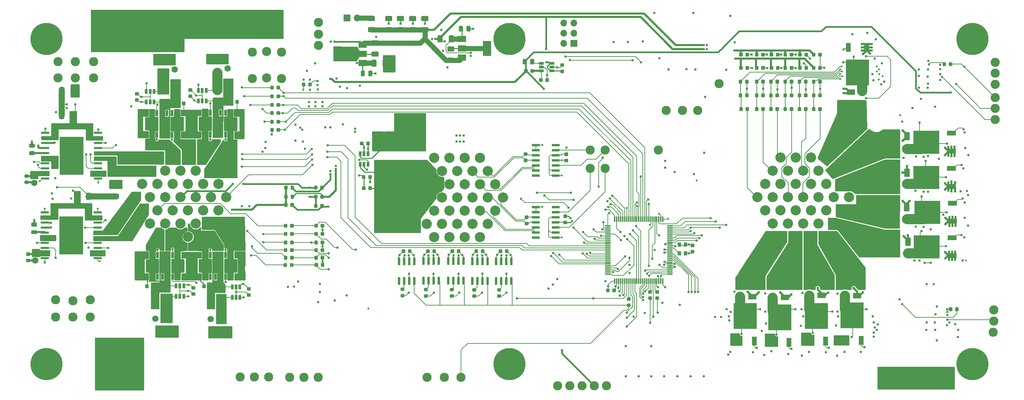
<source format=gbr>
G04 #@! TF.GenerationSoftware,KiCad,Pcbnew,(5.1.5-0-10_14)*
G04 #@! TF.CreationDate,2020-08-17T13:50:39-04:00*
G04 #@! TF.ProjectId,pressurization_series1,70726573-7375-4726-997a-6174696f6e5f,Rev 1*
G04 #@! TF.SameCoordinates,Original*
G04 #@! TF.FileFunction,Copper,L8,Bot*
G04 #@! TF.FilePolarity,Positive*
%FSLAX46Y46*%
G04 Gerber Fmt 4.6, Leading zero omitted, Abs format (unit mm)*
G04 Created by KiCad (PCBNEW (5.1.5-0-10_14)) date 2020-08-17 13:50:39*
%MOMM*%
%LPD*%
G04 APERTURE LIST*
%ADD10C,2.540000*%
%ADD11R,1.600000X1.600000*%
%ADD12C,1.600000*%
%ADD13R,1.990000X0.630000*%
%ADD14R,6.000000X9.600000*%
%ADD15C,0.100000*%
%ADD16R,0.650000X1.220000*%
%ADD17R,0.650000X1.525000*%
%ADD18C,2.286000*%
%ADD19R,2.200000X1.200000*%
%ADD20R,6.400000X5.800000*%
%ADD21R,2.000000X3.800000*%
%ADD22R,2.000000X1.500000*%
%ADD23R,5.800000X6.400000*%
%ADD24R,1.200000X2.200000*%
%ADD25R,1.220000X0.650000*%
%ADD26C,8.000000*%
%ADD27R,2.100000X1.400000*%
%ADD28R,1.400000X2.100000*%
%ADD29R,1.700000X1.700000*%
%ADD30O,1.700000X1.700000*%
%ADD31R,0.300000X1.475000*%
%ADD32R,1.475000X0.300000*%
%ADD33R,0.900000X1.000000*%
%ADD34C,0.609600*%
%ADD35C,0.508000*%
%ADD36C,0.203200*%
%ADD37C,1.270000*%
%ADD38C,0.254000*%
%ADD39C,0.508000*%
%ADD40C,0.381000*%
%ADD41C,2.540000*%
%ADD42C,1.524000*%
G04 APERTURE END LIST*
D10*
X69646800Y-89890600D03*
X65836800Y-89890600D03*
X62026800Y-89890600D03*
X58216800Y-89890600D03*
X60121800Y-93192600D03*
X67741800Y-93192600D03*
X63931800Y-93192600D03*
X56311800Y-93192600D03*
X71551800Y-93192600D03*
X69646800Y-96494600D03*
X65836800Y-96494600D03*
X58216800Y-96494600D03*
X62026800Y-96494600D03*
X73456800Y-96494600D03*
X54406800Y-96494600D03*
X63931800Y-106400600D03*
X60121800Y-106400600D03*
X62026800Y-109702600D03*
X54406800Y-103098600D03*
X56311800Y-106400600D03*
X58216800Y-109702600D03*
X58216800Y-103098600D03*
X62026800Y-103098600D03*
X65836800Y-109702600D03*
X67741800Y-106400600D03*
X65836800Y-103098600D03*
X71551800Y-106400600D03*
X69646800Y-109702600D03*
X69646800Y-103098600D03*
X73456800Y-103098600D03*
X71551800Y-99796600D03*
X67741800Y-99796600D03*
X63931800Y-99796600D03*
X60121800Y-99796600D03*
X56311800Y-99796600D03*
X75361800Y-99796600D03*
X52501800Y-99796600D03*
X138734800Y-89916000D03*
X134924800Y-89916000D03*
X131114800Y-89916000D03*
X127304800Y-89916000D03*
X129209800Y-93218000D03*
X136829800Y-93218000D03*
X133019800Y-93218000D03*
X125399800Y-93218000D03*
X140639800Y-93218000D03*
X138734800Y-96520000D03*
X134924800Y-96520000D03*
X127304800Y-96520000D03*
X131114800Y-96520000D03*
X142544800Y-96520000D03*
X123494800Y-96520000D03*
X133019800Y-106426000D03*
X129209800Y-106426000D03*
X131114800Y-109728000D03*
X123494800Y-103124000D03*
X125399800Y-106426000D03*
X127304800Y-109728000D03*
X127304800Y-103124000D03*
X131114800Y-103124000D03*
X134924800Y-109728000D03*
X136829800Y-106426000D03*
X134924800Y-103124000D03*
X140639800Y-106426000D03*
X138734800Y-109728000D03*
X138734800Y-103124000D03*
X142544800Y-103124000D03*
X140639800Y-99822000D03*
X136829800Y-99822000D03*
X133019800Y-99822000D03*
X129209800Y-99822000D03*
X125399800Y-99822000D03*
X144449800Y-99822000D03*
X121589800Y-99822000D03*
X225120200Y-89890600D03*
X221310200Y-89890600D03*
X217500200Y-89890600D03*
X213690200Y-89890600D03*
X215595200Y-93192600D03*
X223215200Y-93192600D03*
X219405200Y-93192600D03*
X211785200Y-93192600D03*
X227025200Y-93192600D03*
X225120200Y-96494600D03*
X221310200Y-96494600D03*
X213690200Y-96494600D03*
X217500200Y-96494600D03*
X228930200Y-96494600D03*
X209880200Y-96494600D03*
X219405200Y-106400600D03*
X215595200Y-106400600D03*
X217500200Y-109702600D03*
X209880200Y-103098600D03*
X211785200Y-106400600D03*
X213690200Y-109702600D03*
X213690200Y-103098600D03*
X217500200Y-103098600D03*
X221310200Y-109702600D03*
X223215200Y-106400600D03*
X221310200Y-103098600D03*
X227025200Y-106400600D03*
X225120200Y-109702600D03*
X225120200Y-103098600D03*
X228930200Y-103098600D03*
X227025200Y-99796600D03*
X223215200Y-99796600D03*
X219405200Y-99796600D03*
X215595200Y-99796600D03*
X211785200Y-99796600D03*
X230835200Y-99796600D03*
X207975200Y-99796600D03*
D11*
X62484000Y-71318000D03*
D12*
X62484000Y-67818000D03*
D13*
X43313000Y-103606600D03*
X43313000Y-104876600D03*
X43313000Y-106146600D03*
X43313000Y-107416600D03*
X43313000Y-108686600D03*
X43313000Y-109956600D03*
X43313000Y-111226600D03*
X43313000Y-112496600D03*
X43313000Y-113766600D03*
X43313000Y-115036600D03*
X30093000Y-115036600D03*
X30093000Y-113766600D03*
X30093000Y-112496600D03*
X30093000Y-111226600D03*
X30093000Y-109956600D03*
X30093000Y-108686600D03*
X30093000Y-107416600D03*
X30093000Y-106146600D03*
X30093000Y-104876600D03*
X30093000Y-103606600D03*
D14*
X36703000Y-109321600D03*
G04 #@! TA.AperFunction,SMDPad,CuDef*
D15*
G36*
X41420504Y-98694204D02*
G01*
X41444773Y-98697804D01*
X41468571Y-98703765D01*
X41491671Y-98712030D01*
X41513849Y-98722520D01*
X41534893Y-98735133D01*
X41554598Y-98749747D01*
X41572777Y-98766223D01*
X41589253Y-98784402D01*
X41603867Y-98804107D01*
X41616480Y-98825151D01*
X41626970Y-98847329D01*
X41635235Y-98870429D01*
X41641196Y-98894227D01*
X41644796Y-98918496D01*
X41646000Y-98943000D01*
X41646000Y-100193000D01*
X41644796Y-100217504D01*
X41641196Y-100241773D01*
X41635235Y-100265571D01*
X41626970Y-100288671D01*
X41616480Y-100310849D01*
X41603867Y-100331893D01*
X41589253Y-100351598D01*
X41572777Y-100369777D01*
X41554598Y-100386253D01*
X41534893Y-100400867D01*
X41513849Y-100413480D01*
X41491671Y-100423970D01*
X41468571Y-100432235D01*
X41444773Y-100438196D01*
X41420504Y-100441796D01*
X41396000Y-100443000D01*
X40646000Y-100443000D01*
X40621496Y-100441796D01*
X40597227Y-100438196D01*
X40573429Y-100432235D01*
X40550329Y-100423970D01*
X40528151Y-100413480D01*
X40507107Y-100400867D01*
X40487402Y-100386253D01*
X40469223Y-100369777D01*
X40452747Y-100351598D01*
X40438133Y-100331893D01*
X40425520Y-100310849D01*
X40415030Y-100288671D01*
X40406765Y-100265571D01*
X40400804Y-100241773D01*
X40397204Y-100217504D01*
X40396000Y-100193000D01*
X40396000Y-98943000D01*
X40397204Y-98918496D01*
X40400804Y-98894227D01*
X40406765Y-98870429D01*
X40415030Y-98847329D01*
X40425520Y-98825151D01*
X40438133Y-98804107D01*
X40452747Y-98784402D01*
X40469223Y-98766223D01*
X40487402Y-98749747D01*
X40507107Y-98735133D01*
X40528151Y-98722520D01*
X40550329Y-98712030D01*
X40573429Y-98703765D01*
X40597227Y-98697804D01*
X40621496Y-98694204D01*
X40646000Y-98693000D01*
X41396000Y-98693000D01*
X41420504Y-98694204D01*
G37*
G04 #@! TD.AperFunction*
G04 #@! TA.AperFunction,SMDPad,CuDef*
G36*
X38620504Y-98694204D02*
G01*
X38644773Y-98697804D01*
X38668571Y-98703765D01*
X38691671Y-98712030D01*
X38713849Y-98722520D01*
X38734893Y-98735133D01*
X38754598Y-98749747D01*
X38772777Y-98766223D01*
X38789253Y-98784402D01*
X38803867Y-98804107D01*
X38816480Y-98825151D01*
X38826970Y-98847329D01*
X38835235Y-98870429D01*
X38841196Y-98894227D01*
X38844796Y-98918496D01*
X38846000Y-98943000D01*
X38846000Y-100193000D01*
X38844796Y-100217504D01*
X38841196Y-100241773D01*
X38835235Y-100265571D01*
X38826970Y-100288671D01*
X38816480Y-100310849D01*
X38803867Y-100331893D01*
X38789253Y-100351598D01*
X38772777Y-100369777D01*
X38754598Y-100386253D01*
X38734893Y-100400867D01*
X38713849Y-100413480D01*
X38691671Y-100423970D01*
X38668571Y-100432235D01*
X38644773Y-100438196D01*
X38620504Y-100441796D01*
X38596000Y-100443000D01*
X37846000Y-100443000D01*
X37821496Y-100441796D01*
X37797227Y-100438196D01*
X37773429Y-100432235D01*
X37750329Y-100423970D01*
X37728151Y-100413480D01*
X37707107Y-100400867D01*
X37687402Y-100386253D01*
X37669223Y-100369777D01*
X37652747Y-100351598D01*
X37638133Y-100331893D01*
X37625520Y-100310849D01*
X37615030Y-100288671D01*
X37606765Y-100265571D01*
X37600804Y-100241773D01*
X37597204Y-100217504D01*
X37596000Y-100193000D01*
X37596000Y-98943000D01*
X37597204Y-98918496D01*
X37600804Y-98894227D01*
X37606765Y-98870429D01*
X37615030Y-98847329D01*
X37625520Y-98825151D01*
X37638133Y-98804107D01*
X37652747Y-98784402D01*
X37669223Y-98766223D01*
X37687402Y-98749747D01*
X37707107Y-98735133D01*
X37728151Y-98722520D01*
X37750329Y-98712030D01*
X37773429Y-98703765D01*
X37797227Y-98697804D01*
X37821496Y-98694204D01*
X37846000Y-98693000D01*
X38596000Y-98693000D01*
X38620504Y-98694204D01*
G37*
G04 #@! TD.AperFunction*
G04 #@! TA.AperFunction,SMDPad,CuDef*
G36*
X48401504Y-96150204D02*
G01*
X48425773Y-96153804D01*
X48449571Y-96159765D01*
X48472671Y-96168030D01*
X48494849Y-96178520D01*
X48515893Y-96191133D01*
X48535598Y-96205747D01*
X48553777Y-96222223D01*
X48570253Y-96240402D01*
X48584867Y-96260107D01*
X48597480Y-96281151D01*
X48607970Y-96303329D01*
X48616235Y-96326429D01*
X48622196Y-96350227D01*
X48625796Y-96374496D01*
X48627000Y-96399000D01*
X48627000Y-97149000D01*
X48625796Y-97173504D01*
X48622196Y-97197773D01*
X48616235Y-97221571D01*
X48607970Y-97244671D01*
X48597480Y-97266849D01*
X48584867Y-97287893D01*
X48570253Y-97307598D01*
X48553777Y-97325777D01*
X48535598Y-97342253D01*
X48515893Y-97356867D01*
X48494849Y-97369480D01*
X48472671Y-97379970D01*
X48449571Y-97388235D01*
X48425773Y-97394196D01*
X48401504Y-97397796D01*
X48377000Y-97399000D01*
X47127000Y-97399000D01*
X47102496Y-97397796D01*
X47078227Y-97394196D01*
X47054429Y-97388235D01*
X47031329Y-97379970D01*
X47009151Y-97369480D01*
X46988107Y-97356867D01*
X46968402Y-97342253D01*
X46950223Y-97325777D01*
X46933747Y-97307598D01*
X46919133Y-97287893D01*
X46906520Y-97266849D01*
X46896030Y-97244671D01*
X46887765Y-97221571D01*
X46881804Y-97197773D01*
X46878204Y-97173504D01*
X46877000Y-97149000D01*
X46877000Y-96399000D01*
X46878204Y-96374496D01*
X46881804Y-96350227D01*
X46887765Y-96326429D01*
X46896030Y-96303329D01*
X46906520Y-96281151D01*
X46919133Y-96260107D01*
X46933747Y-96240402D01*
X46950223Y-96222223D01*
X46968402Y-96205747D01*
X46988107Y-96191133D01*
X47009151Y-96178520D01*
X47031329Y-96168030D01*
X47054429Y-96159765D01*
X47078227Y-96153804D01*
X47102496Y-96150204D01*
X47127000Y-96149000D01*
X48377000Y-96149000D01*
X48401504Y-96150204D01*
G37*
G04 #@! TD.AperFunction*
G04 #@! TA.AperFunction,SMDPad,CuDef*
G36*
X48401504Y-98950204D02*
G01*
X48425773Y-98953804D01*
X48449571Y-98959765D01*
X48472671Y-98968030D01*
X48494849Y-98978520D01*
X48515893Y-98991133D01*
X48535598Y-99005747D01*
X48553777Y-99022223D01*
X48570253Y-99040402D01*
X48584867Y-99060107D01*
X48597480Y-99081151D01*
X48607970Y-99103329D01*
X48616235Y-99126429D01*
X48622196Y-99150227D01*
X48625796Y-99174496D01*
X48627000Y-99199000D01*
X48627000Y-99949000D01*
X48625796Y-99973504D01*
X48622196Y-99997773D01*
X48616235Y-100021571D01*
X48607970Y-100044671D01*
X48597480Y-100066849D01*
X48584867Y-100087893D01*
X48570253Y-100107598D01*
X48553777Y-100125777D01*
X48535598Y-100142253D01*
X48515893Y-100156867D01*
X48494849Y-100169480D01*
X48472671Y-100179970D01*
X48449571Y-100188235D01*
X48425773Y-100194196D01*
X48401504Y-100197796D01*
X48377000Y-100199000D01*
X47127000Y-100199000D01*
X47102496Y-100197796D01*
X47078227Y-100194196D01*
X47054429Y-100188235D01*
X47031329Y-100179970D01*
X47009151Y-100169480D01*
X46988107Y-100156867D01*
X46968402Y-100142253D01*
X46950223Y-100125777D01*
X46933747Y-100107598D01*
X46919133Y-100087893D01*
X46906520Y-100066849D01*
X46896030Y-100044671D01*
X46887765Y-100021571D01*
X46881804Y-99997773D01*
X46878204Y-99973504D01*
X46877000Y-99949000D01*
X46877000Y-99199000D01*
X46878204Y-99174496D01*
X46881804Y-99150227D01*
X46887765Y-99126429D01*
X46896030Y-99103329D01*
X46906520Y-99081151D01*
X46919133Y-99060107D01*
X46933747Y-99040402D01*
X46950223Y-99022223D01*
X46968402Y-99005747D01*
X46988107Y-98991133D01*
X47009151Y-98978520D01*
X47031329Y-98968030D01*
X47054429Y-98959765D01*
X47078227Y-98953804D01*
X47102496Y-98950204D01*
X47127000Y-98949000D01*
X48377000Y-98949000D01*
X48401504Y-98950204D01*
G37*
G04 #@! TD.AperFunction*
G04 #@! TA.AperFunction,SMDPad,CuDef*
G36*
X91959691Y-116239053D02*
G01*
X91980926Y-116242203D01*
X92001750Y-116247419D01*
X92021962Y-116254651D01*
X92041368Y-116263830D01*
X92059781Y-116274866D01*
X92077024Y-116287654D01*
X92092930Y-116302070D01*
X92107346Y-116317976D01*
X92120134Y-116335219D01*
X92131170Y-116353632D01*
X92140349Y-116373038D01*
X92147581Y-116393250D01*
X92152797Y-116414074D01*
X92155947Y-116435309D01*
X92157000Y-116456750D01*
X92157000Y-116969250D01*
X92155947Y-116990691D01*
X92152797Y-117011926D01*
X92147581Y-117032750D01*
X92140349Y-117052962D01*
X92131170Y-117072368D01*
X92120134Y-117090781D01*
X92107346Y-117108024D01*
X92092930Y-117123930D01*
X92077024Y-117138346D01*
X92059781Y-117151134D01*
X92041368Y-117162170D01*
X92021962Y-117171349D01*
X92001750Y-117178581D01*
X91980926Y-117183797D01*
X91959691Y-117186947D01*
X91938250Y-117188000D01*
X91500750Y-117188000D01*
X91479309Y-117186947D01*
X91458074Y-117183797D01*
X91437250Y-117178581D01*
X91417038Y-117171349D01*
X91397632Y-117162170D01*
X91379219Y-117151134D01*
X91361976Y-117138346D01*
X91346070Y-117123930D01*
X91331654Y-117108024D01*
X91318866Y-117090781D01*
X91307830Y-117072368D01*
X91298651Y-117052962D01*
X91291419Y-117032750D01*
X91286203Y-117011926D01*
X91283053Y-116990691D01*
X91282000Y-116969250D01*
X91282000Y-116456750D01*
X91283053Y-116435309D01*
X91286203Y-116414074D01*
X91291419Y-116393250D01*
X91298651Y-116373038D01*
X91307830Y-116353632D01*
X91318866Y-116335219D01*
X91331654Y-116317976D01*
X91346070Y-116302070D01*
X91361976Y-116287654D01*
X91379219Y-116274866D01*
X91397632Y-116263830D01*
X91417038Y-116254651D01*
X91437250Y-116247419D01*
X91458074Y-116242203D01*
X91479309Y-116239053D01*
X91500750Y-116238000D01*
X91938250Y-116238000D01*
X91959691Y-116239053D01*
G37*
G04 #@! TD.AperFunction*
G04 #@! TA.AperFunction,SMDPad,CuDef*
G36*
X90384691Y-116239053D02*
G01*
X90405926Y-116242203D01*
X90426750Y-116247419D01*
X90446962Y-116254651D01*
X90466368Y-116263830D01*
X90484781Y-116274866D01*
X90502024Y-116287654D01*
X90517930Y-116302070D01*
X90532346Y-116317976D01*
X90545134Y-116335219D01*
X90556170Y-116353632D01*
X90565349Y-116373038D01*
X90572581Y-116393250D01*
X90577797Y-116414074D01*
X90580947Y-116435309D01*
X90582000Y-116456750D01*
X90582000Y-116969250D01*
X90580947Y-116990691D01*
X90577797Y-117011926D01*
X90572581Y-117032750D01*
X90565349Y-117052962D01*
X90556170Y-117072368D01*
X90545134Y-117090781D01*
X90532346Y-117108024D01*
X90517930Y-117123930D01*
X90502024Y-117138346D01*
X90484781Y-117151134D01*
X90466368Y-117162170D01*
X90446962Y-117171349D01*
X90426750Y-117178581D01*
X90405926Y-117183797D01*
X90384691Y-117186947D01*
X90363250Y-117188000D01*
X89925750Y-117188000D01*
X89904309Y-117186947D01*
X89883074Y-117183797D01*
X89862250Y-117178581D01*
X89842038Y-117171349D01*
X89822632Y-117162170D01*
X89804219Y-117151134D01*
X89786976Y-117138346D01*
X89771070Y-117123930D01*
X89756654Y-117108024D01*
X89743866Y-117090781D01*
X89732830Y-117072368D01*
X89723651Y-117052962D01*
X89716419Y-117032750D01*
X89711203Y-117011926D01*
X89708053Y-116990691D01*
X89707000Y-116969250D01*
X89707000Y-116456750D01*
X89708053Y-116435309D01*
X89711203Y-116414074D01*
X89716419Y-116393250D01*
X89723651Y-116373038D01*
X89732830Y-116353632D01*
X89743866Y-116335219D01*
X89756654Y-116317976D01*
X89771070Y-116302070D01*
X89786976Y-116287654D01*
X89804219Y-116274866D01*
X89822632Y-116263830D01*
X89842038Y-116254651D01*
X89862250Y-116247419D01*
X89883074Y-116242203D01*
X89904309Y-116239053D01*
X89925750Y-116238000D01*
X90363250Y-116238000D01*
X90384691Y-116239053D01*
G37*
G04 #@! TD.AperFunction*
D16*
X64765000Y-124540000D03*
X63815000Y-124540000D03*
X62865000Y-124540000D03*
X62865000Y-121920000D03*
X63815000Y-121920000D03*
X64765000Y-121920000D03*
X55438000Y-73366000D03*
X56388000Y-73366000D03*
X57338000Y-73366000D03*
X57338000Y-75986000D03*
X56388000Y-75986000D03*
X55438000Y-75986000D03*
D17*
X64389000Y-78740000D03*
X63119000Y-78740000D03*
X61849000Y-78740000D03*
X60579000Y-78740000D03*
X59309000Y-78740000D03*
X58039000Y-78740000D03*
X56769000Y-78740000D03*
X55499000Y-78740000D03*
X55499000Y-84164000D03*
X56769000Y-84164000D03*
X58039000Y-84164000D03*
X59309000Y-84164000D03*
X60579000Y-84164000D03*
X61849000Y-84164000D03*
X63119000Y-84164000D03*
X64389000Y-84164000D03*
D16*
X68458000Y-73112000D03*
X69408000Y-73112000D03*
X70358000Y-73112000D03*
X70358000Y-75732000D03*
X69408000Y-75732000D03*
X68458000Y-75732000D03*
D17*
X77724000Y-78650000D03*
X76454000Y-78650000D03*
X75184000Y-78650000D03*
X73914000Y-78650000D03*
X72644000Y-78650000D03*
X71374000Y-78650000D03*
X70104000Y-78650000D03*
X68834000Y-78650000D03*
X68834000Y-84074000D03*
X70104000Y-84074000D03*
X71374000Y-84074000D03*
X72644000Y-84074000D03*
X73914000Y-84074000D03*
X75184000Y-84074000D03*
X76454000Y-84074000D03*
X77724000Y-84074000D03*
X55626000Y-119634000D03*
X56896000Y-119634000D03*
X58166000Y-119634000D03*
X59436000Y-119634000D03*
X60706000Y-119634000D03*
X61976000Y-119634000D03*
X63246000Y-119634000D03*
X64516000Y-119634000D03*
X64516000Y-114210000D03*
X63246000Y-114210000D03*
X61976000Y-114210000D03*
X60706000Y-114210000D03*
X59436000Y-114210000D03*
X58166000Y-114210000D03*
X56896000Y-114210000D03*
X55626000Y-114210000D03*
D18*
X89154000Y-70104000D03*
X85471000Y-69977000D03*
X81915000Y-70104000D03*
X89154000Y-63500000D03*
X85471000Y-63373000D03*
X81915000Y-63500000D03*
X98298000Y-144780000D03*
X94742000Y-144780000D03*
X91186000Y-144780000D03*
G04 #@! TA.AperFunction,SMDPad,CuDef*
D15*
G36*
X60593504Y-75452204D02*
G01*
X60617773Y-75455804D01*
X60641571Y-75461765D01*
X60664671Y-75470030D01*
X60686849Y-75480520D01*
X60707893Y-75493133D01*
X60727598Y-75507747D01*
X60745777Y-75524223D01*
X60762253Y-75542402D01*
X60776867Y-75562107D01*
X60789480Y-75583151D01*
X60799970Y-75605329D01*
X60808235Y-75628429D01*
X60814196Y-75652227D01*
X60817796Y-75676496D01*
X60819000Y-75701000D01*
X60819000Y-76451000D01*
X60817796Y-76475504D01*
X60814196Y-76499773D01*
X60808235Y-76523571D01*
X60799970Y-76546671D01*
X60789480Y-76568849D01*
X60776867Y-76589893D01*
X60762253Y-76609598D01*
X60745777Y-76627777D01*
X60727598Y-76644253D01*
X60707893Y-76658867D01*
X60686849Y-76671480D01*
X60664671Y-76681970D01*
X60641571Y-76690235D01*
X60617773Y-76696196D01*
X60593504Y-76699796D01*
X60569000Y-76701000D01*
X59319000Y-76701000D01*
X59294496Y-76699796D01*
X59270227Y-76696196D01*
X59246429Y-76690235D01*
X59223329Y-76681970D01*
X59201151Y-76671480D01*
X59180107Y-76658867D01*
X59160402Y-76644253D01*
X59142223Y-76627777D01*
X59125747Y-76609598D01*
X59111133Y-76589893D01*
X59098520Y-76568849D01*
X59088030Y-76546671D01*
X59079765Y-76523571D01*
X59073804Y-76499773D01*
X59070204Y-76475504D01*
X59069000Y-76451000D01*
X59069000Y-75701000D01*
X59070204Y-75676496D01*
X59073804Y-75652227D01*
X59079765Y-75628429D01*
X59088030Y-75605329D01*
X59098520Y-75583151D01*
X59111133Y-75562107D01*
X59125747Y-75542402D01*
X59142223Y-75524223D01*
X59160402Y-75507747D01*
X59180107Y-75493133D01*
X59201151Y-75480520D01*
X59223329Y-75470030D01*
X59246429Y-75461765D01*
X59270227Y-75455804D01*
X59294496Y-75452204D01*
X59319000Y-75451000D01*
X60569000Y-75451000D01*
X60593504Y-75452204D01*
G37*
G04 #@! TD.AperFunction*
G04 #@! TA.AperFunction,SMDPad,CuDef*
G36*
X60593504Y-72652204D02*
G01*
X60617773Y-72655804D01*
X60641571Y-72661765D01*
X60664671Y-72670030D01*
X60686849Y-72680520D01*
X60707893Y-72693133D01*
X60727598Y-72707747D01*
X60745777Y-72724223D01*
X60762253Y-72742402D01*
X60776867Y-72762107D01*
X60789480Y-72783151D01*
X60799970Y-72805329D01*
X60808235Y-72828429D01*
X60814196Y-72852227D01*
X60817796Y-72876496D01*
X60819000Y-72901000D01*
X60819000Y-73651000D01*
X60817796Y-73675504D01*
X60814196Y-73699773D01*
X60808235Y-73723571D01*
X60799970Y-73746671D01*
X60789480Y-73768849D01*
X60776867Y-73789893D01*
X60762253Y-73809598D01*
X60745777Y-73827777D01*
X60727598Y-73844253D01*
X60707893Y-73858867D01*
X60686849Y-73871480D01*
X60664671Y-73881970D01*
X60641571Y-73890235D01*
X60617773Y-73896196D01*
X60593504Y-73899796D01*
X60569000Y-73901000D01*
X59319000Y-73901000D01*
X59294496Y-73899796D01*
X59270227Y-73896196D01*
X59246429Y-73890235D01*
X59223329Y-73881970D01*
X59201151Y-73871480D01*
X59180107Y-73858867D01*
X59160402Y-73844253D01*
X59142223Y-73827777D01*
X59125747Y-73809598D01*
X59111133Y-73789893D01*
X59098520Y-73768849D01*
X59088030Y-73746671D01*
X59079765Y-73723571D01*
X59073804Y-73699773D01*
X59070204Y-73675504D01*
X59069000Y-73651000D01*
X59069000Y-72901000D01*
X59070204Y-72876496D01*
X59073804Y-72852227D01*
X59079765Y-72828429D01*
X59088030Y-72805329D01*
X59098520Y-72783151D01*
X59111133Y-72762107D01*
X59125747Y-72742402D01*
X59142223Y-72724223D01*
X59160402Y-72707747D01*
X59180107Y-72693133D01*
X59201151Y-72680520D01*
X59223329Y-72670030D01*
X59246429Y-72661765D01*
X59270227Y-72655804D01*
X59294496Y-72652204D01*
X59319000Y-72651000D01*
X60569000Y-72651000D01*
X60593504Y-72652204D01*
G37*
G04 #@! TD.AperFunction*
G04 #@! TA.AperFunction,SMDPad,CuDef*
G36*
X87057191Y-71916053D02*
G01*
X87078426Y-71919203D01*
X87099250Y-71924419D01*
X87119462Y-71931651D01*
X87138868Y-71940830D01*
X87157281Y-71951866D01*
X87174524Y-71964654D01*
X87190430Y-71979070D01*
X87204846Y-71994976D01*
X87217634Y-72012219D01*
X87228670Y-72030632D01*
X87237849Y-72050038D01*
X87245081Y-72070250D01*
X87250297Y-72091074D01*
X87253447Y-72112309D01*
X87254500Y-72133750D01*
X87254500Y-72646250D01*
X87253447Y-72667691D01*
X87250297Y-72688926D01*
X87245081Y-72709750D01*
X87237849Y-72729962D01*
X87228670Y-72749368D01*
X87217634Y-72767781D01*
X87204846Y-72785024D01*
X87190430Y-72800930D01*
X87174524Y-72815346D01*
X87157281Y-72828134D01*
X87138868Y-72839170D01*
X87119462Y-72848349D01*
X87099250Y-72855581D01*
X87078426Y-72860797D01*
X87057191Y-72863947D01*
X87035750Y-72865000D01*
X86598250Y-72865000D01*
X86576809Y-72863947D01*
X86555574Y-72860797D01*
X86534750Y-72855581D01*
X86514538Y-72848349D01*
X86495132Y-72839170D01*
X86476719Y-72828134D01*
X86459476Y-72815346D01*
X86443570Y-72800930D01*
X86429154Y-72785024D01*
X86416366Y-72767781D01*
X86405330Y-72749368D01*
X86396151Y-72729962D01*
X86388919Y-72709750D01*
X86383703Y-72688926D01*
X86380553Y-72667691D01*
X86379500Y-72646250D01*
X86379500Y-72133750D01*
X86380553Y-72112309D01*
X86383703Y-72091074D01*
X86388919Y-72070250D01*
X86396151Y-72050038D01*
X86405330Y-72030632D01*
X86416366Y-72012219D01*
X86429154Y-71994976D01*
X86443570Y-71979070D01*
X86459476Y-71964654D01*
X86476719Y-71951866D01*
X86495132Y-71940830D01*
X86514538Y-71931651D01*
X86534750Y-71924419D01*
X86555574Y-71919203D01*
X86576809Y-71916053D01*
X86598250Y-71915000D01*
X87035750Y-71915000D01*
X87057191Y-71916053D01*
G37*
G04 #@! TD.AperFunction*
G04 #@! TA.AperFunction,SMDPad,CuDef*
G36*
X88632191Y-71916053D02*
G01*
X88653426Y-71919203D01*
X88674250Y-71924419D01*
X88694462Y-71931651D01*
X88713868Y-71940830D01*
X88732281Y-71951866D01*
X88749524Y-71964654D01*
X88765430Y-71979070D01*
X88779846Y-71994976D01*
X88792634Y-72012219D01*
X88803670Y-72030632D01*
X88812849Y-72050038D01*
X88820081Y-72070250D01*
X88825297Y-72091074D01*
X88828447Y-72112309D01*
X88829500Y-72133750D01*
X88829500Y-72646250D01*
X88828447Y-72667691D01*
X88825297Y-72688926D01*
X88820081Y-72709750D01*
X88812849Y-72729962D01*
X88803670Y-72749368D01*
X88792634Y-72767781D01*
X88779846Y-72785024D01*
X88765430Y-72800930D01*
X88749524Y-72815346D01*
X88732281Y-72828134D01*
X88713868Y-72839170D01*
X88694462Y-72848349D01*
X88674250Y-72855581D01*
X88653426Y-72860797D01*
X88632191Y-72863947D01*
X88610750Y-72865000D01*
X88173250Y-72865000D01*
X88151809Y-72863947D01*
X88130574Y-72860797D01*
X88109750Y-72855581D01*
X88089538Y-72848349D01*
X88070132Y-72839170D01*
X88051719Y-72828134D01*
X88034476Y-72815346D01*
X88018570Y-72800930D01*
X88004154Y-72785024D01*
X87991366Y-72767781D01*
X87980330Y-72749368D01*
X87971151Y-72729962D01*
X87963919Y-72709750D01*
X87958703Y-72688926D01*
X87955553Y-72667691D01*
X87954500Y-72646250D01*
X87954500Y-72133750D01*
X87955553Y-72112309D01*
X87958703Y-72091074D01*
X87963919Y-72070250D01*
X87971151Y-72050038D01*
X87980330Y-72030632D01*
X87991366Y-72012219D01*
X88004154Y-71994976D01*
X88018570Y-71979070D01*
X88034476Y-71964654D01*
X88051719Y-71951866D01*
X88070132Y-71940830D01*
X88089538Y-71931651D01*
X88109750Y-71924419D01*
X88130574Y-71919203D01*
X88151809Y-71916053D01*
X88173250Y-71915000D01*
X88610750Y-71915000D01*
X88632191Y-71916053D01*
G37*
G04 #@! TD.AperFunction*
G04 #@! TA.AperFunction,SMDPad,CuDef*
G36*
X87057191Y-76234053D02*
G01*
X87078426Y-76237203D01*
X87099250Y-76242419D01*
X87119462Y-76249651D01*
X87138868Y-76258830D01*
X87157281Y-76269866D01*
X87174524Y-76282654D01*
X87190430Y-76297070D01*
X87204846Y-76312976D01*
X87217634Y-76330219D01*
X87228670Y-76348632D01*
X87237849Y-76368038D01*
X87245081Y-76388250D01*
X87250297Y-76409074D01*
X87253447Y-76430309D01*
X87254500Y-76451750D01*
X87254500Y-76964250D01*
X87253447Y-76985691D01*
X87250297Y-77006926D01*
X87245081Y-77027750D01*
X87237849Y-77047962D01*
X87228670Y-77067368D01*
X87217634Y-77085781D01*
X87204846Y-77103024D01*
X87190430Y-77118930D01*
X87174524Y-77133346D01*
X87157281Y-77146134D01*
X87138868Y-77157170D01*
X87119462Y-77166349D01*
X87099250Y-77173581D01*
X87078426Y-77178797D01*
X87057191Y-77181947D01*
X87035750Y-77183000D01*
X86598250Y-77183000D01*
X86576809Y-77181947D01*
X86555574Y-77178797D01*
X86534750Y-77173581D01*
X86514538Y-77166349D01*
X86495132Y-77157170D01*
X86476719Y-77146134D01*
X86459476Y-77133346D01*
X86443570Y-77118930D01*
X86429154Y-77103024D01*
X86416366Y-77085781D01*
X86405330Y-77067368D01*
X86396151Y-77047962D01*
X86388919Y-77027750D01*
X86383703Y-77006926D01*
X86380553Y-76985691D01*
X86379500Y-76964250D01*
X86379500Y-76451750D01*
X86380553Y-76430309D01*
X86383703Y-76409074D01*
X86388919Y-76388250D01*
X86396151Y-76368038D01*
X86405330Y-76348632D01*
X86416366Y-76330219D01*
X86429154Y-76312976D01*
X86443570Y-76297070D01*
X86459476Y-76282654D01*
X86476719Y-76269866D01*
X86495132Y-76258830D01*
X86514538Y-76249651D01*
X86534750Y-76242419D01*
X86555574Y-76237203D01*
X86576809Y-76234053D01*
X86598250Y-76233000D01*
X87035750Y-76233000D01*
X87057191Y-76234053D01*
G37*
G04 #@! TD.AperFunction*
G04 #@! TA.AperFunction,SMDPad,CuDef*
G36*
X88632191Y-76234053D02*
G01*
X88653426Y-76237203D01*
X88674250Y-76242419D01*
X88694462Y-76249651D01*
X88713868Y-76258830D01*
X88732281Y-76269866D01*
X88749524Y-76282654D01*
X88765430Y-76297070D01*
X88779846Y-76312976D01*
X88792634Y-76330219D01*
X88803670Y-76348632D01*
X88812849Y-76368038D01*
X88820081Y-76388250D01*
X88825297Y-76409074D01*
X88828447Y-76430309D01*
X88829500Y-76451750D01*
X88829500Y-76964250D01*
X88828447Y-76985691D01*
X88825297Y-77006926D01*
X88820081Y-77027750D01*
X88812849Y-77047962D01*
X88803670Y-77067368D01*
X88792634Y-77085781D01*
X88779846Y-77103024D01*
X88765430Y-77118930D01*
X88749524Y-77133346D01*
X88732281Y-77146134D01*
X88713868Y-77157170D01*
X88694462Y-77166349D01*
X88674250Y-77173581D01*
X88653426Y-77178797D01*
X88632191Y-77181947D01*
X88610750Y-77183000D01*
X88173250Y-77183000D01*
X88151809Y-77181947D01*
X88130574Y-77178797D01*
X88109750Y-77173581D01*
X88089538Y-77166349D01*
X88070132Y-77157170D01*
X88051719Y-77146134D01*
X88034476Y-77133346D01*
X88018570Y-77118930D01*
X88004154Y-77103024D01*
X87991366Y-77085781D01*
X87980330Y-77067368D01*
X87971151Y-77047962D01*
X87963919Y-77027750D01*
X87958703Y-77006926D01*
X87955553Y-76985691D01*
X87954500Y-76964250D01*
X87954500Y-76451750D01*
X87955553Y-76430309D01*
X87958703Y-76409074D01*
X87963919Y-76388250D01*
X87971151Y-76368038D01*
X87980330Y-76348632D01*
X87991366Y-76330219D01*
X88004154Y-76312976D01*
X88018570Y-76297070D01*
X88034476Y-76282654D01*
X88051719Y-76269866D01*
X88070132Y-76258830D01*
X88089538Y-76249651D01*
X88109750Y-76242419D01*
X88130574Y-76237203D01*
X88151809Y-76234053D01*
X88173250Y-76233000D01*
X88610750Y-76233000D01*
X88632191Y-76234053D01*
G37*
G04 #@! TD.AperFunction*
G04 #@! TA.AperFunction,SMDPad,CuDef*
G36*
X87057191Y-78266053D02*
G01*
X87078426Y-78269203D01*
X87099250Y-78274419D01*
X87119462Y-78281651D01*
X87138868Y-78290830D01*
X87157281Y-78301866D01*
X87174524Y-78314654D01*
X87190430Y-78329070D01*
X87204846Y-78344976D01*
X87217634Y-78362219D01*
X87228670Y-78380632D01*
X87237849Y-78400038D01*
X87245081Y-78420250D01*
X87250297Y-78441074D01*
X87253447Y-78462309D01*
X87254500Y-78483750D01*
X87254500Y-78996250D01*
X87253447Y-79017691D01*
X87250297Y-79038926D01*
X87245081Y-79059750D01*
X87237849Y-79079962D01*
X87228670Y-79099368D01*
X87217634Y-79117781D01*
X87204846Y-79135024D01*
X87190430Y-79150930D01*
X87174524Y-79165346D01*
X87157281Y-79178134D01*
X87138868Y-79189170D01*
X87119462Y-79198349D01*
X87099250Y-79205581D01*
X87078426Y-79210797D01*
X87057191Y-79213947D01*
X87035750Y-79215000D01*
X86598250Y-79215000D01*
X86576809Y-79213947D01*
X86555574Y-79210797D01*
X86534750Y-79205581D01*
X86514538Y-79198349D01*
X86495132Y-79189170D01*
X86476719Y-79178134D01*
X86459476Y-79165346D01*
X86443570Y-79150930D01*
X86429154Y-79135024D01*
X86416366Y-79117781D01*
X86405330Y-79099368D01*
X86396151Y-79079962D01*
X86388919Y-79059750D01*
X86383703Y-79038926D01*
X86380553Y-79017691D01*
X86379500Y-78996250D01*
X86379500Y-78483750D01*
X86380553Y-78462309D01*
X86383703Y-78441074D01*
X86388919Y-78420250D01*
X86396151Y-78400038D01*
X86405330Y-78380632D01*
X86416366Y-78362219D01*
X86429154Y-78344976D01*
X86443570Y-78329070D01*
X86459476Y-78314654D01*
X86476719Y-78301866D01*
X86495132Y-78290830D01*
X86514538Y-78281651D01*
X86534750Y-78274419D01*
X86555574Y-78269203D01*
X86576809Y-78266053D01*
X86598250Y-78265000D01*
X87035750Y-78265000D01*
X87057191Y-78266053D01*
G37*
G04 #@! TD.AperFunction*
G04 #@! TA.AperFunction,SMDPad,CuDef*
G36*
X88632191Y-78266053D02*
G01*
X88653426Y-78269203D01*
X88674250Y-78274419D01*
X88694462Y-78281651D01*
X88713868Y-78290830D01*
X88732281Y-78301866D01*
X88749524Y-78314654D01*
X88765430Y-78329070D01*
X88779846Y-78344976D01*
X88792634Y-78362219D01*
X88803670Y-78380632D01*
X88812849Y-78400038D01*
X88820081Y-78420250D01*
X88825297Y-78441074D01*
X88828447Y-78462309D01*
X88829500Y-78483750D01*
X88829500Y-78996250D01*
X88828447Y-79017691D01*
X88825297Y-79038926D01*
X88820081Y-79059750D01*
X88812849Y-79079962D01*
X88803670Y-79099368D01*
X88792634Y-79117781D01*
X88779846Y-79135024D01*
X88765430Y-79150930D01*
X88749524Y-79165346D01*
X88732281Y-79178134D01*
X88713868Y-79189170D01*
X88694462Y-79198349D01*
X88674250Y-79205581D01*
X88653426Y-79210797D01*
X88632191Y-79213947D01*
X88610750Y-79215000D01*
X88173250Y-79215000D01*
X88151809Y-79213947D01*
X88130574Y-79210797D01*
X88109750Y-79205581D01*
X88089538Y-79198349D01*
X88070132Y-79189170D01*
X88051719Y-79178134D01*
X88034476Y-79165346D01*
X88018570Y-79150930D01*
X88004154Y-79135024D01*
X87991366Y-79117781D01*
X87980330Y-79099368D01*
X87971151Y-79079962D01*
X87963919Y-79059750D01*
X87958703Y-79038926D01*
X87955553Y-79017691D01*
X87954500Y-78996250D01*
X87954500Y-78483750D01*
X87955553Y-78462309D01*
X87958703Y-78441074D01*
X87963919Y-78420250D01*
X87971151Y-78400038D01*
X87980330Y-78380632D01*
X87991366Y-78362219D01*
X88004154Y-78344976D01*
X88018570Y-78329070D01*
X88034476Y-78314654D01*
X88051719Y-78301866D01*
X88070132Y-78290830D01*
X88089538Y-78281651D01*
X88109750Y-78274419D01*
X88130574Y-78269203D01*
X88151809Y-78266053D01*
X88173250Y-78265000D01*
X88610750Y-78265000D01*
X88632191Y-78266053D01*
G37*
G04 #@! TD.AperFunction*
G04 #@! TA.AperFunction,SMDPad,CuDef*
G36*
X73801504Y-75198204D02*
G01*
X73825773Y-75201804D01*
X73849571Y-75207765D01*
X73872671Y-75216030D01*
X73894849Y-75226520D01*
X73915893Y-75239133D01*
X73935598Y-75253747D01*
X73953777Y-75270223D01*
X73970253Y-75288402D01*
X73984867Y-75308107D01*
X73997480Y-75329151D01*
X74007970Y-75351329D01*
X74016235Y-75374429D01*
X74022196Y-75398227D01*
X74025796Y-75422496D01*
X74027000Y-75447000D01*
X74027000Y-76197000D01*
X74025796Y-76221504D01*
X74022196Y-76245773D01*
X74016235Y-76269571D01*
X74007970Y-76292671D01*
X73997480Y-76314849D01*
X73984867Y-76335893D01*
X73970253Y-76355598D01*
X73953777Y-76373777D01*
X73935598Y-76390253D01*
X73915893Y-76404867D01*
X73894849Y-76417480D01*
X73872671Y-76427970D01*
X73849571Y-76436235D01*
X73825773Y-76442196D01*
X73801504Y-76445796D01*
X73777000Y-76447000D01*
X72527000Y-76447000D01*
X72502496Y-76445796D01*
X72478227Y-76442196D01*
X72454429Y-76436235D01*
X72431329Y-76427970D01*
X72409151Y-76417480D01*
X72388107Y-76404867D01*
X72368402Y-76390253D01*
X72350223Y-76373777D01*
X72333747Y-76355598D01*
X72319133Y-76335893D01*
X72306520Y-76314849D01*
X72296030Y-76292671D01*
X72287765Y-76269571D01*
X72281804Y-76245773D01*
X72278204Y-76221504D01*
X72277000Y-76197000D01*
X72277000Y-75447000D01*
X72278204Y-75422496D01*
X72281804Y-75398227D01*
X72287765Y-75374429D01*
X72296030Y-75351329D01*
X72306520Y-75329151D01*
X72319133Y-75308107D01*
X72333747Y-75288402D01*
X72350223Y-75270223D01*
X72368402Y-75253747D01*
X72388107Y-75239133D01*
X72409151Y-75226520D01*
X72431329Y-75216030D01*
X72454429Y-75207765D01*
X72478227Y-75201804D01*
X72502496Y-75198204D01*
X72527000Y-75197000D01*
X73777000Y-75197000D01*
X73801504Y-75198204D01*
G37*
G04 #@! TD.AperFunction*
G04 #@! TA.AperFunction,SMDPad,CuDef*
G36*
X73801504Y-72398204D02*
G01*
X73825773Y-72401804D01*
X73849571Y-72407765D01*
X73872671Y-72416030D01*
X73894849Y-72426520D01*
X73915893Y-72439133D01*
X73935598Y-72453747D01*
X73953777Y-72470223D01*
X73970253Y-72488402D01*
X73984867Y-72508107D01*
X73997480Y-72529151D01*
X74007970Y-72551329D01*
X74016235Y-72574429D01*
X74022196Y-72598227D01*
X74025796Y-72622496D01*
X74027000Y-72647000D01*
X74027000Y-73397000D01*
X74025796Y-73421504D01*
X74022196Y-73445773D01*
X74016235Y-73469571D01*
X74007970Y-73492671D01*
X73997480Y-73514849D01*
X73984867Y-73535893D01*
X73970253Y-73555598D01*
X73953777Y-73573777D01*
X73935598Y-73590253D01*
X73915893Y-73604867D01*
X73894849Y-73617480D01*
X73872671Y-73627970D01*
X73849571Y-73636235D01*
X73825773Y-73642196D01*
X73801504Y-73645796D01*
X73777000Y-73647000D01*
X72527000Y-73647000D01*
X72502496Y-73645796D01*
X72478227Y-73642196D01*
X72454429Y-73636235D01*
X72431329Y-73627970D01*
X72409151Y-73617480D01*
X72388107Y-73604867D01*
X72368402Y-73590253D01*
X72350223Y-73573777D01*
X72333747Y-73555598D01*
X72319133Y-73535893D01*
X72306520Y-73514849D01*
X72296030Y-73492671D01*
X72287765Y-73469571D01*
X72281804Y-73445773D01*
X72278204Y-73421504D01*
X72277000Y-73397000D01*
X72277000Y-72647000D01*
X72278204Y-72622496D01*
X72281804Y-72598227D01*
X72287765Y-72574429D01*
X72296030Y-72551329D01*
X72306520Y-72529151D01*
X72319133Y-72508107D01*
X72333747Y-72488402D01*
X72350223Y-72470223D01*
X72368402Y-72453747D01*
X72388107Y-72439133D01*
X72409151Y-72426520D01*
X72431329Y-72416030D01*
X72454429Y-72407765D01*
X72478227Y-72401804D01*
X72502496Y-72398204D01*
X72527000Y-72397000D01*
X73777000Y-72397000D01*
X73801504Y-72398204D01*
G37*
G04 #@! TD.AperFunction*
G04 #@! TA.AperFunction,SMDPad,CuDef*
G36*
X87057191Y-74075053D02*
G01*
X87078426Y-74078203D01*
X87099250Y-74083419D01*
X87119462Y-74090651D01*
X87138868Y-74099830D01*
X87157281Y-74110866D01*
X87174524Y-74123654D01*
X87190430Y-74138070D01*
X87204846Y-74153976D01*
X87217634Y-74171219D01*
X87228670Y-74189632D01*
X87237849Y-74209038D01*
X87245081Y-74229250D01*
X87250297Y-74250074D01*
X87253447Y-74271309D01*
X87254500Y-74292750D01*
X87254500Y-74805250D01*
X87253447Y-74826691D01*
X87250297Y-74847926D01*
X87245081Y-74868750D01*
X87237849Y-74888962D01*
X87228670Y-74908368D01*
X87217634Y-74926781D01*
X87204846Y-74944024D01*
X87190430Y-74959930D01*
X87174524Y-74974346D01*
X87157281Y-74987134D01*
X87138868Y-74998170D01*
X87119462Y-75007349D01*
X87099250Y-75014581D01*
X87078426Y-75019797D01*
X87057191Y-75022947D01*
X87035750Y-75024000D01*
X86598250Y-75024000D01*
X86576809Y-75022947D01*
X86555574Y-75019797D01*
X86534750Y-75014581D01*
X86514538Y-75007349D01*
X86495132Y-74998170D01*
X86476719Y-74987134D01*
X86459476Y-74974346D01*
X86443570Y-74959930D01*
X86429154Y-74944024D01*
X86416366Y-74926781D01*
X86405330Y-74908368D01*
X86396151Y-74888962D01*
X86388919Y-74868750D01*
X86383703Y-74847926D01*
X86380553Y-74826691D01*
X86379500Y-74805250D01*
X86379500Y-74292750D01*
X86380553Y-74271309D01*
X86383703Y-74250074D01*
X86388919Y-74229250D01*
X86396151Y-74209038D01*
X86405330Y-74189632D01*
X86416366Y-74171219D01*
X86429154Y-74153976D01*
X86443570Y-74138070D01*
X86459476Y-74123654D01*
X86476719Y-74110866D01*
X86495132Y-74099830D01*
X86514538Y-74090651D01*
X86534750Y-74083419D01*
X86555574Y-74078203D01*
X86576809Y-74075053D01*
X86598250Y-74074000D01*
X87035750Y-74074000D01*
X87057191Y-74075053D01*
G37*
G04 #@! TD.AperFunction*
G04 #@! TA.AperFunction,SMDPad,CuDef*
G36*
X88632191Y-74075053D02*
G01*
X88653426Y-74078203D01*
X88674250Y-74083419D01*
X88694462Y-74090651D01*
X88713868Y-74099830D01*
X88732281Y-74110866D01*
X88749524Y-74123654D01*
X88765430Y-74138070D01*
X88779846Y-74153976D01*
X88792634Y-74171219D01*
X88803670Y-74189632D01*
X88812849Y-74209038D01*
X88820081Y-74229250D01*
X88825297Y-74250074D01*
X88828447Y-74271309D01*
X88829500Y-74292750D01*
X88829500Y-74805250D01*
X88828447Y-74826691D01*
X88825297Y-74847926D01*
X88820081Y-74868750D01*
X88812849Y-74888962D01*
X88803670Y-74908368D01*
X88792634Y-74926781D01*
X88779846Y-74944024D01*
X88765430Y-74959930D01*
X88749524Y-74974346D01*
X88732281Y-74987134D01*
X88713868Y-74998170D01*
X88694462Y-75007349D01*
X88674250Y-75014581D01*
X88653426Y-75019797D01*
X88632191Y-75022947D01*
X88610750Y-75024000D01*
X88173250Y-75024000D01*
X88151809Y-75022947D01*
X88130574Y-75019797D01*
X88109750Y-75014581D01*
X88089538Y-75007349D01*
X88070132Y-74998170D01*
X88051719Y-74987134D01*
X88034476Y-74974346D01*
X88018570Y-74959930D01*
X88004154Y-74944024D01*
X87991366Y-74926781D01*
X87980330Y-74908368D01*
X87971151Y-74888962D01*
X87963919Y-74868750D01*
X87958703Y-74847926D01*
X87955553Y-74826691D01*
X87954500Y-74805250D01*
X87954500Y-74292750D01*
X87955553Y-74271309D01*
X87958703Y-74250074D01*
X87963919Y-74229250D01*
X87971151Y-74209038D01*
X87980330Y-74189632D01*
X87991366Y-74171219D01*
X88004154Y-74153976D01*
X88018570Y-74138070D01*
X88034476Y-74123654D01*
X88051719Y-74110866D01*
X88070132Y-74099830D01*
X88089538Y-74090651D01*
X88109750Y-74083419D01*
X88130574Y-74078203D01*
X88151809Y-74075053D01*
X88173250Y-74074000D01*
X88610750Y-74074000D01*
X88632191Y-74075053D01*
G37*
G04 #@! TD.AperFunction*
G04 #@! TA.AperFunction,SMDPad,CuDef*
G36*
X87057191Y-80425053D02*
G01*
X87078426Y-80428203D01*
X87099250Y-80433419D01*
X87119462Y-80440651D01*
X87138868Y-80449830D01*
X87157281Y-80460866D01*
X87174524Y-80473654D01*
X87190430Y-80488070D01*
X87204846Y-80503976D01*
X87217634Y-80521219D01*
X87228670Y-80539632D01*
X87237849Y-80559038D01*
X87245081Y-80579250D01*
X87250297Y-80600074D01*
X87253447Y-80621309D01*
X87254500Y-80642750D01*
X87254500Y-81155250D01*
X87253447Y-81176691D01*
X87250297Y-81197926D01*
X87245081Y-81218750D01*
X87237849Y-81238962D01*
X87228670Y-81258368D01*
X87217634Y-81276781D01*
X87204846Y-81294024D01*
X87190430Y-81309930D01*
X87174524Y-81324346D01*
X87157281Y-81337134D01*
X87138868Y-81348170D01*
X87119462Y-81357349D01*
X87099250Y-81364581D01*
X87078426Y-81369797D01*
X87057191Y-81372947D01*
X87035750Y-81374000D01*
X86598250Y-81374000D01*
X86576809Y-81372947D01*
X86555574Y-81369797D01*
X86534750Y-81364581D01*
X86514538Y-81357349D01*
X86495132Y-81348170D01*
X86476719Y-81337134D01*
X86459476Y-81324346D01*
X86443570Y-81309930D01*
X86429154Y-81294024D01*
X86416366Y-81276781D01*
X86405330Y-81258368D01*
X86396151Y-81238962D01*
X86388919Y-81218750D01*
X86383703Y-81197926D01*
X86380553Y-81176691D01*
X86379500Y-81155250D01*
X86379500Y-80642750D01*
X86380553Y-80621309D01*
X86383703Y-80600074D01*
X86388919Y-80579250D01*
X86396151Y-80559038D01*
X86405330Y-80539632D01*
X86416366Y-80521219D01*
X86429154Y-80503976D01*
X86443570Y-80488070D01*
X86459476Y-80473654D01*
X86476719Y-80460866D01*
X86495132Y-80449830D01*
X86514538Y-80440651D01*
X86534750Y-80433419D01*
X86555574Y-80428203D01*
X86576809Y-80425053D01*
X86598250Y-80424000D01*
X87035750Y-80424000D01*
X87057191Y-80425053D01*
G37*
G04 #@! TD.AperFunction*
G04 #@! TA.AperFunction,SMDPad,CuDef*
G36*
X88632191Y-80425053D02*
G01*
X88653426Y-80428203D01*
X88674250Y-80433419D01*
X88694462Y-80440651D01*
X88713868Y-80449830D01*
X88732281Y-80460866D01*
X88749524Y-80473654D01*
X88765430Y-80488070D01*
X88779846Y-80503976D01*
X88792634Y-80521219D01*
X88803670Y-80539632D01*
X88812849Y-80559038D01*
X88820081Y-80579250D01*
X88825297Y-80600074D01*
X88828447Y-80621309D01*
X88829500Y-80642750D01*
X88829500Y-81155250D01*
X88828447Y-81176691D01*
X88825297Y-81197926D01*
X88820081Y-81218750D01*
X88812849Y-81238962D01*
X88803670Y-81258368D01*
X88792634Y-81276781D01*
X88779846Y-81294024D01*
X88765430Y-81309930D01*
X88749524Y-81324346D01*
X88732281Y-81337134D01*
X88713868Y-81348170D01*
X88694462Y-81357349D01*
X88674250Y-81364581D01*
X88653426Y-81369797D01*
X88632191Y-81372947D01*
X88610750Y-81374000D01*
X88173250Y-81374000D01*
X88151809Y-81372947D01*
X88130574Y-81369797D01*
X88109750Y-81364581D01*
X88089538Y-81357349D01*
X88070132Y-81348170D01*
X88051719Y-81337134D01*
X88034476Y-81324346D01*
X88018570Y-81309930D01*
X88004154Y-81294024D01*
X87991366Y-81276781D01*
X87980330Y-81258368D01*
X87971151Y-81238962D01*
X87963919Y-81218750D01*
X87958703Y-81197926D01*
X87955553Y-81176691D01*
X87954500Y-81155250D01*
X87954500Y-80642750D01*
X87955553Y-80621309D01*
X87958703Y-80600074D01*
X87963919Y-80579250D01*
X87971151Y-80559038D01*
X87980330Y-80539632D01*
X87991366Y-80521219D01*
X88004154Y-80503976D01*
X88018570Y-80488070D01*
X88034476Y-80473654D01*
X88051719Y-80460866D01*
X88070132Y-80449830D01*
X88089538Y-80440651D01*
X88109750Y-80433419D01*
X88130574Y-80428203D01*
X88151809Y-80425053D01*
X88173250Y-80424000D01*
X88610750Y-80424000D01*
X88632191Y-80425053D01*
G37*
G04 #@! TD.AperFunction*
G04 #@! TA.AperFunction,SMDPad,CuDef*
G36*
X87057191Y-82457053D02*
G01*
X87078426Y-82460203D01*
X87099250Y-82465419D01*
X87119462Y-82472651D01*
X87138868Y-82481830D01*
X87157281Y-82492866D01*
X87174524Y-82505654D01*
X87190430Y-82520070D01*
X87204846Y-82535976D01*
X87217634Y-82553219D01*
X87228670Y-82571632D01*
X87237849Y-82591038D01*
X87245081Y-82611250D01*
X87250297Y-82632074D01*
X87253447Y-82653309D01*
X87254500Y-82674750D01*
X87254500Y-83187250D01*
X87253447Y-83208691D01*
X87250297Y-83229926D01*
X87245081Y-83250750D01*
X87237849Y-83270962D01*
X87228670Y-83290368D01*
X87217634Y-83308781D01*
X87204846Y-83326024D01*
X87190430Y-83341930D01*
X87174524Y-83356346D01*
X87157281Y-83369134D01*
X87138868Y-83380170D01*
X87119462Y-83389349D01*
X87099250Y-83396581D01*
X87078426Y-83401797D01*
X87057191Y-83404947D01*
X87035750Y-83406000D01*
X86598250Y-83406000D01*
X86576809Y-83404947D01*
X86555574Y-83401797D01*
X86534750Y-83396581D01*
X86514538Y-83389349D01*
X86495132Y-83380170D01*
X86476719Y-83369134D01*
X86459476Y-83356346D01*
X86443570Y-83341930D01*
X86429154Y-83326024D01*
X86416366Y-83308781D01*
X86405330Y-83290368D01*
X86396151Y-83270962D01*
X86388919Y-83250750D01*
X86383703Y-83229926D01*
X86380553Y-83208691D01*
X86379500Y-83187250D01*
X86379500Y-82674750D01*
X86380553Y-82653309D01*
X86383703Y-82632074D01*
X86388919Y-82611250D01*
X86396151Y-82591038D01*
X86405330Y-82571632D01*
X86416366Y-82553219D01*
X86429154Y-82535976D01*
X86443570Y-82520070D01*
X86459476Y-82505654D01*
X86476719Y-82492866D01*
X86495132Y-82481830D01*
X86514538Y-82472651D01*
X86534750Y-82465419D01*
X86555574Y-82460203D01*
X86576809Y-82457053D01*
X86598250Y-82456000D01*
X87035750Y-82456000D01*
X87057191Y-82457053D01*
G37*
G04 #@! TD.AperFunction*
G04 #@! TA.AperFunction,SMDPad,CuDef*
G36*
X88632191Y-82457053D02*
G01*
X88653426Y-82460203D01*
X88674250Y-82465419D01*
X88694462Y-82472651D01*
X88713868Y-82481830D01*
X88732281Y-82492866D01*
X88749524Y-82505654D01*
X88765430Y-82520070D01*
X88779846Y-82535976D01*
X88792634Y-82553219D01*
X88803670Y-82571632D01*
X88812849Y-82591038D01*
X88820081Y-82611250D01*
X88825297Y-82632074D01*
X88828447Y-82653309D01*
X88829500Y-82674750D01*
X88829500Y-83187250D01*
X88828447Y-83208691D01*
X88825297Y-83229926D01*
X88820081Y-83250750D01*
X88812849Y-83270962D01*
X88803670Y-83290368D01*
X88792634Y-83308781D01*
X88779846Y-83326024D01*
X88765430Y-83341930D01*
X88749524Y-83356346D01*
X88732281Y-83369134D01*
X88713868Y-83380170D01*
X88694462Y-83389349D01*
X88674250Y-83396581D01*
X88653426Y-83401797D01*
X88632191Y-83404947D01*
X88610750Y-83406000D01*
X88173250Y-83406000D01*
X88151809Y-83404947D01*
X88130574Y-83401797D01*
X88109750Y-83396581D01*
X88089538Y-83389349D01*
X88070132Y-83380170D01*
X88051719Y-83369134D01*
X88034476Y-83356346D01*
X88018570Y-83341930D01*
X88004154Y-83326024D01*
X87991366Y-83308781D01*
X87980330Y-83290368D01*
X87971151Y-83270962D01*
X87963919Y-83250750D01*
X87958703Y-83229926D01*
X87955553Y-83208691D01*
X87954500Y-83187250D01*
X87954500Y-82674750D01*
X87955553Y-82653309D01*
X87958703Y-82632074D01*
X87963919Y-82611250D01*
X87971151Y-82591038D01*
X87980330Y-82571632D01*
X87991366Y-82553219D01*
X88004154Y-82535976D01*
X88018570Y-82520070D01*
X88034476Y-82505654D01*
X88051719Y-82492866D01*
X88070132Y-82481830D01*
X88089538Y-82472651D01*
X88109750Y-82465419D01*
X88130574Y-82460203D01*
X88151809Y-82457053D01*
X88173250Y-82456000D01*
X88610750Y-82456000D01*
X88632191Y-82457053D01*
G37*
G04 #@! TD.AperFunction*
G04 #@! TA.AperFunction,SMDPad,CuDef*
G36*
X61101504Y-121801204D02*
G01*
X61125773Y-121804804D01*
X61149571Y-121810765D01*
X61172671Y-121819030D01*
X61194849Y-121829520D01*
X61215893Y-121842133D01*
X61235598Y-121856747D01*
X61253777Y-121873223D01*
X61270253Y-121891402D01*
X61284867Y-121911107D01*
X61297480Y-121932151D01*
X61307970Y-121954329D01*
X61316235Y-121977429D01*
X61322196Y-122001227D01*
X61325796Y-122025496D01*
X61327000Y-122050000D01*
X61327000Y-122800000D01*
X61325796Y-122824504D01*
X61322196Y-122848773D01*
X61316235Y-122872571D01*
X61307970Y-122895671D01*
X61297480Y-122917849D01*
X61284867Y-122938893D01*
X61270253Y-122958598D01*
X61253777Y-122976777D01*
X61235598Y-122993253D01*
X61215893Y-123007867D01*
X61194849Y-123020480D01*
X61172671Y-123030970D01*
X61149571Y-123039235D01*
X61125773Y-123045196D01*
X61101504Y-123048796D01*
X61077000Y-123050000D01*
X59827000Y-123050000D01*
X59802496Y-123048796D01*
X59778227Y-123045196D01*
X59754429Y-123039235D01*
X59731329Y-123030970D01*
X59709151Y-123020480D01*
X59688107Y-123007867D01*
X59668402Y-122993253D01*
X59650223Y-122976777D01*
X59633747Y-122958598D01*
X59619133Y-122938893D01*
X59606520Y-122917849D01*
X59596030Y-122895671D01*
X59587765Y-122872571D01*
X59581804Y-122848773D01*
X59578204Y-122824504D01*
X59577000Y-122800000D01*
X59577000Y-122050000D01*
X59578204Y-122025496D01*
X59581804Y-122001227D01*
X59587765Y-121977429D01*
X59596030Y-121954329D01*
X59606520Y-121932151D01*
X59619133Y-121911107D01*
X59633747Y-121891402D01*
X59650223Y-121873223D01*
X59668402Y-121856747D01*
X59688107Y-121842133D01*
X59709151Y-121829520D01*
X59731329Y-121819030D01*
X59754429Y-121810765D01*
X59778227Y-121804804D01*
X59802496Y-121801204D01*
X59827000Y-121800000D01*
X61077000Y-121800000D01*
X61101504Y-121801204D01*
G37*
G04 #@! TD.AperFunction*
G04 #@! TA.AperFunction,SMDPad,CuDef*
G36*
X61101504Y-124601204D02*
G01*
X61125773Y-124604804D01*
X61149571Y-124610765D01*
X61172671Y-124619030D01*
X61194849Y-124629520D01*
X61215893Y-124642133D01*
X61235598Y-124656747D01*
X61253777Y-124673223D01*
X61270253Y-124691402D01*
X61284867Y-124711107D01*
X61297480Y-124732151D01*
X61307970Y-124754329D01*
X61316235Y-124777429D01*
X61322196Y-124801227D01*
X61325796Y-124825496D01*
X61327000Y-124850000D01*
X61327000Y-125600000D01*
X61325796Y-125624504D01*
X61322196Y-125648773D01*
X61316235Y-125672571D01*
X61307970Y-125695671D01*
X61297480Y-125717849D01*
X61284867Y-125738893D01*
X61270253Y-125758598D01*
X61253777Y-125776777D01*
X61235598Y-125793253D01*
X61215893Y-125807867D01*
X61194849Y-125820480D01*
X61172671Y-125830970D01*
X61149571Y-125839235D01*
X61125773Y-125845196D01*
X61101504Y-125848796D01*
X61077000Y-125850000D01*
X59827000Y-125850000D01*
X59802496Y-125848796D01*
X59778227Y-125845196D01*
X59754429Y-125839235D01*
X59731329Y-125830970D01*
X59709151Y-125820480D01*
X59688107Y-125807867D01*
X59668402Y-125793253D01*
X59650223Y-125776777D01*
X59633747Y-125758598D01*
X59619133Y-125738893D01*
X59606520Y-125717849D01*
X59596030Y-125695671D01*
X59587765Y-125672571D01*
X59581804Y-125648773D01*
X59578204Y-125624504D01*
X59577000Y-125600000D01*
X59577000Y-124850000D01*
X59578204Y-124825496D01*
X59581804Y-124801227D01*
X59587765Y-124777429D01*
X59596030Y-124754329D01*
X59606520Y-124732151D01*
X59619133Y-124711107D01*
X59633747Y-124691402D01*
X59650223Y-124673223D01*
X59668402Y-124656747D01*
X59688107Y-124642133D01*
X59709151Y-124629520D01*
X59731329Y-124619030D01*
X59754429Y-124610765D01*
X59778227Y-124604804D01*
X59802496Y-124601204D01*
X59827000Y-124600000D01*
X61077000Y-124600000D01*
X61101504Y-124601204D01*
G37*
G04 #@! TD.AperFunction*
G04 #@! TA.AperFunction,SMDPad,CuDef*
G36*
X60593504Y-65162204D02*
G01*
X60617773Y-65165804D01*
X60641571Y-65171765D01*
X60664671Y-65180030D01*
X60686849Y-65190520D01*
X60707893Y-65203133D01*
X60727598Y-65217747D01*
X60745777Y-65234223D01*
X60762253Y-65252402D01*
X60776867Y-65272107D01*
X60789480Y-65293151D01*
X60799970Y-65315329D01*
X60808235Y-65338429D01*
X60814196Y-65362227D01*
X60817796Y-65386496D01*
X60819000Y-65411000D01*
X60819000Y-66161000D01*
X60817796Y-66185504D01*
X60814196Y-66209773D01*
X60808235Y-66233571D01*
X60799970Y-66256671D01*
X60789480Y-66278849D01*
X60776867Y-66299893D01*
X60762253Y-66319598D01*
X60745777Y-66337777D01*
X60727598Y-66354253D01*
X60707893Y-66368867D01*
X60686849Y-66381480D01*
X60664671Y-66391970D01*
X60641571Y-66400235D01*
X60617773Y-66406196D01*
X60593504Y-66409796D01*
X60569000Y-66411000D01*
X59319000Y-66411000D01*
X59294496Y-66409796D01*
X59270227Y-66406196D01*
X59246429Y-66400235D01*
X59223329Y-66391970D01*
X59201151Y-66381480D01*
X59180107Y-66368867D01*
X59160402Y-66354253D01*
X59142223Y-66337777D01*
X59125747Y-66319598D01*
X59111133Y-66299893D01*
X59098520Y-66278849D01*
X59088030Y-66256671D01*
X59079765Y-66233571D01*
X59073804Y-66209773D01*
X59070204Y-66185504D01*
X59069000Y-66161000D01*
X59069000Y-65411000D01*
X59070204Y-65386496D01*
X59073804Y-65362227D01*
X59079765Y-65338429D01*
X59088030Y-65315329D01*
X59098520Y-65293151D01*
X59111133Y-65272107D01*
X59125747Y-65252402D01*
X59142223Y-65234223D01*
X59160402Y-65217747D01*
X59180107Y-65203133D01*
X59201151Y-65190520D01*
X59223329Y-65180030D01*
X59246429Y-65171765D01*
X59270227Y-65165804D01*
X59294496Y-65162204D01*
X59319000Y-65161000D01*
X60569000Y-65161000D01*
X60593504Y-65162204D01*
G37*
G04 #@! TD.AperFunction*
G04 #@! TA.AperFunction,SMDPad,CuDef*
G36*
X60593504Y-67962204D02*
G01*
X60617773Y-67965804D01*
X60641571Y-67971765D01*
X60664671Y-67980030D01*
X60686849Y-67990520D01*
X60707893Y-68003133D01*
X60727598Y-68017747D01*
X60745777Y-68034223D01*
X60762253Y-68052402D01*
X60776867Y-68072107D01*
X60789480Y-68093151D01*
X60799970Y-68115329D01*
X60808235Y-68138429D01*
X60814196Y-68162227D01*
X60817796Y-68186496D01*
X60819000Y-68211000D01*
X60819000Y-68961000D01*
X60817796Y-68985504D01*
X60814196Y-69009773D01*
X60808235Y-69033571D01*
X60799970Y-69056671D01*
X60789480Y-69078849D01*
X60776867Y-69099893D01*
X60762253Y-69119598D01*
X60745777Y-69137777D01*
X60727598Y-69154253D01*
X60707893Y-69168867D01*
X60686849Y-69181480D01*
X60664671Y-69191970D01*
X60641571Y-69200235D01*
X60617773Y-69206196D01*
X60593504Y-69209796D01*
X60569000Y-69211000D01*
X59319000Y-69211000D01*
X59294496Y-69209796D01*
X59270227Y-69206196D01*
X59246429Y-69200235D01*
X59223329Y-69191970D01*
X59201151Y-69181480D01*
X59180107Y-69168867D01*
X59160402Y-69154253D01*
X59142223Y-69137777D01*
X59125747Y-69119598D01*
X59111133Y-69099893D01*
X59098520Y-69078849D01*
X59088030Y-69056671D01*
X59079765Y-69033571D01*
X59073804Y-69009773D01*
X59070204Y-68985504D01*
X59069000Y-68961000D01*
X59069000Y-68211000D01*
X59070204Y-68186496D01*
X59073804Y-68162227D01*
X59079765Y-68138429D01*
X59088030Y-68115329D01*
X59098520Y-68093151D01*
X59111133Y-68072107D01*
X59125747Y-68052402D01*
X59142223Y-68034223D01*
X59160402Y-68017747D01*
X59180107Y-68003133D01*
X59201151Y-67990520D01*
X59223329Y-67980030D01*
X59246429Y-67971765D01*
X59270227Y-67965804D01*
X59294496Y-67962204D01*
X59319000Y-67961000D01*
X60569000Y-67961000D01*
X60593504Y-67962204D01*
G37*
G04 #@! TD.AperFunction*
G04 #@! TA.AperFunction,SMDPad,CuDef*
G36*
X73801504Y-65162204D02*
G01*
X73825773Y-65165804D01*
X73849571Y-65171765D01*
X73872671Y-65180030D01*
X73894849Y-65190520D01*
X73915893Y-65203133D01*
X73935598Y-65217747D01*
X73953777Y-65234223D01*
X73970253Y-65252402D01*
X73984867Y-65272107D01*
X73997480Y-65293151D01*
X74007970Y-65315329D01*
X74016235Y-65338429D01*
X74022196Y-65362227D01*
X74025796Y-65386496D01*
X74027000Y-65411000D01*
X74027000Y-66161000D01*
X74025796Y-66185504D01*
X74022196Y-66209773D01*
X74016235Y-66233571D01*
X74007970Y-66256671D01*
X73997480Y-66278849D01*
X73984867Y-66299893D01*
X73970253Y-66319598D01*
X73953777Y-66337777D01*
X73935598Y-66354253D01*
X73915893Y-66368867D01*
X73894849Y-66381480D01*
X73872671Y-66391970D01*
X73849571Y-66400235D01*
X73825773Y-66406196D01*
X73801504Y-66409796D01*
X73777000Y-66411000D01*
X72527000Y-66411000D01*
X72502496Y-66409796D01*
X72478227Y-66406196D01*
X72454429Y-66400235D01*
X72431329Y-66391970D01*
X72409151Y-66381480D01*
X72388107Y-66368867D01*
X72368402Y-66354253D01*
X72350223Y-66337777D01*
X72333747Y-66319598D01*
X72319133Y-66299893D01*
X72306520Y-66278849D01*
X72296030Y-66256671D01*
X72287765Y-66233571D01*
X72281804Y-66209773D01*
X72278204Y-66185504D01*
X72277000Y-66161000D01*
X72277000Y-65411000D01*
X72278204Y-65386496D01*
X72281804Y-65362227D01*
X72287765Y-65338429D01*
X72296030Y-65315329D01*
X72306520Y-65293151D01*
X72319133Y-65272107D01*
X72333747Y-65252402D01*
X72350223Y-65234223D01*
X72368402Y-65217747D01*
X72388107Y-65203133D01*
X72409151Y-65190520D01*
X72431329Y-65180030D01*
X72454429Y-65171765D01*
X72478227Y-65165804D01*
X72502496Y-65162204D01*
X72527000Y-65161000D01*
X73777000Y-65161000D01*
X73801504Y-65162204D01*
G37*
G04 #@! TD.AperFunction*
G04 #@! TA.AperFunction,SMDPad,CuDef*
G36*
X73801504Y-67962204D02*
G01*
X73825773Y-67965804D01*
X73849571Y-67971765D01*
X73872671Y-67980030D01*
X73894849Y-67990520D01*
X73915893Y-68003133D01*
X73935598Y-68017747D01*
X73953777Y-68034223D01*
X73970253Y-68052402D01*
X73984867Y-68072107D01*
X73997480Y-68093151D01*
X74007970Y-68115329D01*
X74016235Y-68138429D01*
X74022196Y-68162227D01*
X74025796Y-68186496D01*
X74027000Y-68211000D01*
X74027000Y-68961000D01*
X74025796Y-68985504D01*
X74022196Y-69009773D01*
X74016235Y-69033571D01*
X74007970Y-69056671D01*
X73997480Y-69078849D01*
X73984867Y-69099893D01*
X73970253Y-69119598D01*
X73953777Y-69137777D01*
X73935598Y-69154253D01*
X73915893Y-69168867D01*
X73894849Y-69181480D01*
X73872671Y-69191970D01*
X73849571Y-69200235D01*
X73825773Y-69206196D01*
X73801504Y-69209796D01*
X73777000Y-69211000D01*
X72527000Y-69211000D01*
X72502496Y-69209796D01*
X72478227Y-69206196D01*
X72454429Y-69200235D01*
X72431329Y-69191970D01*
X72409151Y-69181480D01*
X72388107Y-69168867D01*
X72368402Y-69154253D01*
X72350223Y-69137777D01*
X72333747Y-69119598D01*
X72319133Y-69099893D01*
X72306520Y-69078849D01*
X72296030Y-69056671D01*
X72287765Y-69033571D01*
X72281804Y-69009773D01*
X72278204Y-68985504D01*
X72277000Y-68961000D01*
X72277000Y-68211000D01*
X72278204Y-68186496D01*
X72281804Y-68162227D01*
X72287765Y-68138429D01*
X72296030Y-68115329D01*
X72306520Y-68093151D01*
X72319133Y-68072107D01*
X72333747Y-68052402D01*
X72350223Y-68034223D01*
X72368402Y-68017747D01*
X72388107Y-68003133D01*
X72409151Y-67990520D01*
X72431329Y-67980030D01*
X72454429Y-67971765D01*
X72478227Y-67965804D01*
X72502496Y-67962204D01*
X72527000Y-67961000D01*
X73777000Y-67961000D01*
X73801504Y-67962204D01*
G37*
G04 #@! TD.AperFunction*
G04 #@! TA.AperFunction,SMDPad,CuDef*
G36*
X61101504Y-132478204D02*
G01*
X61125773Y-132481804D01*
X61149571Y-132487765D01*
X61172671Y-132496030D01*
X61194849Y-132506520D01*
X61215893Y-132519133D01*
X61235598Y-132533747D01*
X61253777Y-132550223D01*
X61270253Y-132568402D01*
X61284867Y-132588107D01*
X61297480Y-132609151D01*
X61307970Y-132631329D01*
X61316235Y-132654429D01*
X61322196Y-132678227D01*
X61325796Y-132702496D01*
X61327000Y-132727000D01*
X61327000Y-133477000D01*
X61325796Y-133501504D01*
X61322196Y-133525773D01*
X61316235Y-133549571D01*
X61307970Y-133572671D01*
X61297480Y-133594849D01*
X61284867Y-133615893D01*
X61270253Y-133635598D01*
X61253777Y-133653777D01*
X61235598Y-133670253D01*
X61215893Y-133684867D01*
X61194849Y-133697480D01*
X61172671Y-133707970D01*
X61149571Y-133716235D01*
X61125773Y-133722196D01*
X61101504Y-133725796D01*
X61077000Y-133727000D01*
X59827000Y-133727000D01*
X59802496Y-133725796D01*
X59778227Y-133722196D01*
X59754429Y-133716235D01*
X59731329Y-133707970D01*
X59709151Y-133697480D01*
X59688107Y-133684867D01*
X59668402Y-133670253D01*
X59650223Y-133653777D01*
X59633747Y-133635598D01*
X59619133Y-133615893D01*
X59606520Y-133594849D01*
X59596030Y-133572671D01*
X59587765Y-133549571D01*
X59581804Y-133525773D01*
X59578204Y-133501504D01*
X59577000Y-133477000D01*
X59577000Y-132727000D01*
X59578204Y-132702496D01*
X59581804Y-132678227D01*
X59587765Y-132654429D01*
X59596030Y-132631329D01*
X59606520Y-132609151D01*
X59619133Y-132588107D01*
X59633747Y-132568402D01*
X59650223Y-132550223D01*
X59668402Y-132533747D01*
X59688107Y-132519133D01*
X59709151Y-132506520D01*
X59731329Y-132496030D01*
X59754429Y-132487765D01*
X59778227Y-132481804D01*
X59802496Y-132478204D01*
X59827000Y-132477000D01*
X61077000Y-132477000D01*
X61101504Y-132478204D01*
G37*
G04 #@! TD.AperFunction*
G04 #@! TA.AperFunction,SMDPad,CuDef*
G36*
X61101504Y-129678204D02*
G01*
X61125773Y-129681804D01*
X61149571Y-129687765D01*
X61172671Y-129696030D01*
X61194849Y-129706520D01*
X61215893Y-129719133D01*
X61235598Y-129733747D01*
X61253777Y-129750223D01*
X61270253Y-129768402D01*
X61284867Y-129788107D01*
X61297480Y-129809151D01*
X61307970Y-129831329D01*
X61316235Y-129854429D01*
X61322196Y-129878227D01*
X61325796Y-129902496D01*
X61327000Y-129927000D01*
X61327000Y-130677000D01*
X61325796Y-130701504D01*
X61322196Y-130725773D01*
X61316235Y-130749571D01*
X61307970Y-130772671D01*
X61297480Y-130794849D01*
X61284867Y-130815893D01*
X61270253Y-130835598D01*
X61253777Y-130853777D01*
X61235598Y-130870253D01*
X61215893Y-130884867D01*
X61194849Y-130897480D01*
X61172671Y-130907970D01*
X61149571Y-130916235D01*
X61125773Y-130922196D01*
X61101504Y-130925796D01*
X61077000Y-130927000D01*
X59827000Y-130927000D01*
X59802496Y-130925796D01*
X59778227Y-130922196D01*
X59754429Y-130916235D01*
X59731329Y-130907970D01*
X59709151Y-130897480D01*
X59688107Y-130884867D01*
X59668402Y-130870253D01*
X59650223Y-130853777D01*
X59633747Y-130835598D01*
X59619133Y-130815893D01*
X59606520Y-130794849D01*
X59596030Y-130772671D01*
X59587765Y-130749571D01*
X59581804Y-130725773D01*
X59578204Y-130701504D01*
X59577000Y-130677000D01*
X59577000Y-129927000D01*
X59578204Y-129902496D01*
X59581804Y-129878227D01*
X59587765Y-129854429D01*
X59596030Y-129831329D01*
X59606520Y-129809151D01*
X59619133Y-129788107D01*
X59633747Y-129768402D01*
X59650223Y-129750223D01*
X59668402Y-129733747D01*
X59688107Y-129719133D01*
X59709151Y-129706520D01*
X59731329Y-129696030D01*
X59754429Y-129687765D01*
X59778227Y-129681804D01*
X59802496Y-129678204D01*
X59827000Y-129677000D01*
X61077000Y-129677000D01*
X61101504Y-129678204D01*
G37*
G04 #@! TD.AperFunction*
G04 #@! TA.AperFunction,SMDPad,CuDef*
G36*
X63435191Y-75853053D02*
G01*
X63456426Y-75856203D01*
X63477250Y-75861419D01*
X63497462Y-75868651D01*
X63516868Y-75877830D01*
X63535281Y-75888866D01*
X63552524Y-75901654D01*
X63568430Y-75916070D01*
X63582846Y-75931976D01*
X63595634Y-75949219D01*
X63606670Y-75967632D01*
X63615849Y-75987038D01*
X63623081Y-76007250D01*
X63628297Y-76028074D01*
X63631447Y-76049309D01*
X63632500Y-76070750D01*
X63632500Y-76583250D01*
X63631447Y-76604691D01*
X63628297Y-76625926D01*
X63623081Y-76646750D01*
X63615849Y-76666962D01*
X63606670Y-76686368D01*
X63595634Y-76704781D01*
X63582846Y-76722024D01*
X63568430Y-76737930D01*
X63552524Y-76752346D01*
X63535281Y-76765134D01*
X63516868Y-76776170D01*
X63497462Y-76785349D01*
X63477250Y-76792581D01*
X63456426Y-76797797D01*
X63435191Y-76800947D01*
X63413750Y-76802000D01*
X62976250Y-76802000D01*
X62954809Y-76800947D01*
X62933574Y-76797797D01*
X62912750Y-76792581D01*
X62892538Y-76785349D01*
X62873132Y-76776170D01*
X62854719Y-76765134D01*
X62837476Y-76752346D01*
X62821570Y-76737930D01*
X62807154Y-76722024D01*
X62794366Y-76704781D01*
X62783330Y-76686368D01*
X62774151Y-76666962D01*
X62766919Y-76646750D01*
X62761703Y-76625926D01*
X62758553Y-76604691D01*
X62757500Y-76583250D01*
X62757500Y-76070750D01*
X62758553Y-76049309D01*
X62761703Y-76028074D01*
X62766919Y-76007250D01*
X62774151Y-75987038D01*
X62783330Y-75967632D01*
X62794366Y-75949219D01*
X62807154Y-75931976D01*
X62821570Y-75916070D01*
X62837476Y-75901654D01*
X62854719Y-75888866D01*
X62873132Y-75877830D01*
X62892538Y-75868651D01*
X62912750Y-75861419D01*
X62933574Y-75856203D01*
X62954809Y-75853053D01*
X62976250Y-75852000D01*
X63413750Y-75852000D01*
X63435191Y-75853053D01*
G37*
G04 #@! TD.AperFunction*
G04 #@! TA.AperFunction,SMDPad,CuDef*
G36*
X65010191Y-75853053D02*
G01*
X65031426Y-75856203D01*
X65052250Y-75861419D01*
X65072462Y-75868651D01*
X65091868Y-75877830D01*
X65110281Y-75888866D01*
X65127524Y-75901654D01*
X65143430Y-75916070D01*
X65157846Y-75931976D01*
X65170634Y-75949219D01*
X65181670Y-75967632D01*
X65190849Y-75987038D01*
X65198081Y-76007250D01*
X65203297Y-76028074D01*
X65206447Y-76049309D01*
X65207500Y-76070750D01*
X65207500Y-76583250D01*
X65206447Y-76604691D01*
X65203297Y-76625926D01*
X65198081Y-76646750D01*
X65190849Y-76666962D01*
X65181670Y-76686368D01*
X65170634Y-76704781D01*
X65157846Y-76722024D01*
X65143430Y-76737930D01*
X65127524Y-76752346D01*
X65110281Y-76765134D01*
X65091868Y-76776170D01*
X65072462Y-76785349D01*
X65052250Y-76792581D01*
X65031426Y-76797797D01*
X65010191Y-76800947D01*
X64988750Y-76802000D01*
X64551250Y-76802000D01*
X64529809Y-76800947D01*
X64508574Y-76797797D01*
X64487750Y-76792581D01*
X64467538Y-76785349D01*
X64448132Y-76776170D01*
X64429719Y-76765134D01*
X64412476Y-76752346D01*
X64396570Y-76737930D01*
X64382154Y-76722024D01*
X64369366Y-76704781D01*
X64358330Y-76686368D01*
X64349151Y-76666962D01*
X64341919Y-76646750D01*
X64336703Y-76625926D01*
X64333553Y-76604691D01*
X64332500Y-76583250D01*
X64332500Y-76070750D01*
X64333553Y-76049309D01*
X64336703Y-76028074D01*
X64341919Y-76007250D01*
X64349151Y-75987038D01*
X64358330Y-75967632D01*
X64369366Y-75949219D01*
X64382154Y-75931976D01*
X64396570Y-75916070D01*
X64412476Y-75901654D01*
X64429719Y-75888866D01*
X64448132Y-75877830D01*
X64467538Y-75868651D01*
X64487750Y-75861419D01*
X64508574Y-75856203D01*
X64529809Y-75853053D01*
X64551250Y-75852000D01*
X64988750Y-75852000D01*
X65010191Y-75853053D01*
G37*
G04 #@! TD.AperFunction*
G04 #@! TA.AperFunction,SMDPad,CuDef*
G36*
X53363691Y-75052553D02*
G01*
X53384926Y-75055703D01*
X53405750Y-75060919D01*
X53425962Y-75068151D01*
X53445368Y-75077330D01*
X53463781Y-75088366D01*
X53481024Y-75101154D01*
X53496930Y-75115570D01*
X53511346Y-75131476D01*
X53524134Y-75148719D01*
X53535170Y-75167132D01*
X53544349Y-75186538D01*
X53551581Y-75206750D01*
X53556797Y-75227574D01*
X53559947Y-75248809D01*
X53561000Y-75270250D01*
X53561000Y-75707750D01*
X53559947Y-75729191D01*
X53556797Y-75750426D01*
X53551581Y-75771250D01*
X53544349Y-75791462D01*
X53535170Y-75810868D01*
X53524134Y-75829281D01*
X53511346Y-75846524D01*
X53496930Y-75862430D01*
X53481024Y-75876846D01*
X53463781Y-75889634D01*
X53445368Y-75900670D01*
X53425962Y-75909849D01*
X53405750Y-75917081D01*
X53384926Y-75922297D01*
X53363691Y-75925447D01*
X53342250Y-75926500D01*
X52829750Y-75926500D01*
X52808309Y-75925447D01*
X52787074Y-75922297D01*
X52766250Y-75917081D01*
X52746038Y-75909849D01*
X52726632Y-75900670D01*
X52708219Y-75889634D01*
X52690976Y-75876846D01*
X52675070Y-75862430D01*
X52660654Y-75846524D01*
X52647866Y-75829281D01*
X52636830Y-75810868D01*
X52627651Y-75791462D01*
X52620419Y-75771250D01*
X52615203Y-75750426D01*
X52612053Y-75729191D01*
X52611000Y-75707750D01*
X52611000Y-75270250D01*
X52612053Y-75248809D01*
X52615203Y-75227574D01*
X52620419Y-75206750D01*
X52627651Y-75186538D01*
X52636830Y-75167132D01*
X52647866Y-75148719D01*
X52660654Y-75131476D01*
X52675070Y-75115570D01*
X52690976Y-75101154D01*
X52708219Y-75088366D01*
X52726632Y-75077330D01*
X52746038Y-75068151D01*
X52766250Y-75060919D01*
X52787074Y-75055703D01*
X52808309Y-75052553D01*
X52829750Y-75051500D01*
X53342250Y-75051500D01*
X53363691Y-75052553D01*
G37*
G04 #@! TD.AperFunction*
G04 #@! TA.AperFunction,SMDPad,CuDef*
G36*
X53363691Y-73477553D02*
G01*
X53384926Y-73480703D01*
X53405750Y-73485919D01*
X53425962Y-73493151D01*
X53445368Y-73502330D01*
X53463781Y-73513366D01*
X53481024Y-73526154D01*
X53496930Y-73540570D01*
X53511346Y-73556476D01*
X53524134Y-73573719D01*
X53535170Y-73592132D01*
X53544349Y-73611538D01*
X53551581Y-73631750D01*
X53556797Y-73652574D01*
X53559947Y-73673809D01*
X53561000Y-73695250D01*
X53561000Y-74132750D01*
X53559947Y-74154191D01*
X53556797Y-74175426D01*
X53551581Y-74196250D01*
X53544349Y-74216462D01*
X53535170Y-74235868D01*
X53524134Y-74254281D01*
X53511346Y-74271524D01*
X53496930Y-74287430D01*
X53481024Y-74301846D01*
X53463781Y-74314634D01*
X53445368Y-74325670D01*
X53425962Y-74334849D01*
X53405750Y-74342081D01*
X53384926Y-74347297D01*
X53363691Y-74350447D01*
X53342250Y-74351500D01*
X52829750Y-74351500D01*
X52808309Y-74350447D01*
X52787074Y-74347297D01*
X52766250Y-74342081D01*
X52746038Y-74334849D01*
X52726632Y-74325670D01*
X52708219Y-74314634D01*
X52690976Y-74301846D01*
X52675070Y-74287430D01*
X52660654Y-74271524D01*
X52647866Y-74254281D01*
X52636830Y-74235868D01*
X52627651Y-74216462D01*
X52620419Y-74196250D01*
X52615203Y-74175426D01*
X52612053Y-74154191D01*
X52611000Y-74132750D01*
X52611000Y-73695250D01*
X52612053Y-73673809D01*
X52615203Y-73652574D01*
X52620419Y-73631750D01*
X52627651Y-73611538D01*
X52636830Y-73592132D01*
X52647866Y-73573719D01*
X52660654Y-73556476D01*
X52675070Y-73540570D01*
X52690976Y-73526154D01*
X52708219Y-73513366D01*
X52726632Y-73502330D01*
X52746038Y-73493151D01*
X52766250Y-73485919D01*
X52787074Y-73480703D01*
X52808309Y-73477553D01*
X52829750Y-73476500D01*
X53342250Y-73476500D01*
X53363691Y-73477553D01*
G37*
G04 #@! TD.AperFunction*
G04 #@! TA.AperFunction,SMDPad,CuDef*
G36*
X76770191Y-75472053D02*
G01*
X76791426Y-75475203D01*
X76812250Y-75480419D01*
X76832462Y-75487651D01*
X76851868Y-75496830D01*
X76870281Y-75507866D01*
X76887524Y-75520654D01*
X76903430Y-75535070D01*
X76917846Y-75550976D01*
X76930634Y-75568219D01*
X76941670Y-75586632D01*
X76950849Y-75606038D01*
X76958081Y-75626250D01*
X76963297Y-75647074D01*
X76966447Y-75668309D01*
X76967500Y-75689750D01*
X76967500Y-76202250D01*
X76966447Y-76223691D01*
X76963297Y-76244926D01*
X76958081Y-76265750D01*
X76950849Y-76285962D01*
X76941670Y-76305368D01*
X76930634Y-76323781D01*
X76917846Y-76341024D01*
X76903430Y-76356930D01*
X76887524Y-76371346D01*
X76870281Y-76384134D01*
X76851868Y-76395170D01*
X76832462Y-76404349D01*
X76812250Y-76411581D01*
X76791426Y-76416797D01*
X76770191Y-76419947D01*
X76748750Y-76421000D01*
X76311250Y-76421000D01*
X76289809Y-76419947D01*
X76268574Y-76416797D01*
X76247750Y-76411581D01*
X76227538Y-76404349D01*
X76208132Y-76395170D01*
X76189719Y-76384134D01*
X76172476Y-76371346D01*
X76156570Y-76356930D01*
X76142154Y-76341024D01*
X76129366Y-76323781D01*
X76118330Y-76305368D01*
X76109151Y-76285962D01*
X76101919Y-76265750D01*
X76096703Y-76244926D01*
X76093553Y-76223691D01*
X76092500Y-76202250D01*
X76092500Y-75689750D01*
X76093553Y-75668309D01*
X76096703Y-75647074D01*
X76101919Y-75626250D01*
X76109151Y-75606038D01*
X76118330Y-75586632D01*
X76129366Y-75568219D01*
X76142154Y-75550976D01*
X76156570Y-75535070D01*
X76172476Y-75520654D01*
X76189719Y-75507866D01*
X76208132Y-75496830D01*
X76227538Y-75487651D01*
X76247750Y-75480419D01*
X76268574Y-75475203D01*
X76289809Y-75472053D01*
X76311250Y-75471000D01*
X76748750Y-75471000D01*
X76770191Y-75472053D01*
G37*
G04 #@! TD.AperFunction*
G04 #@! TA.AperFunction,SMDPad,CuDef*
G36*
X78345191Y-75472053D02*
G01*
X78366426Y-75475203D01*
X78387250Y-75480419D01*
X78407462Y-75487651D01*
X78426868Y-75496830D01*
X78445281Y-75507866D01*
X78462524Y-75520654D01*
X78478430Y-75535070D01*
X78492846Y-75550976D01*
X78505634Y-75568219D01*
X78516670Y-75586632D01*
X78525849Y-75606038D01*
X78533081Y-75626250D01*
X78538297Y-75647074D01*
X78541447Y-75668309D01*
X78542500Y-75689750D01*
X78542500Y-76202250D01*
X78541447Y-76223691D01*
X78538297Y-76244926D01*
X78533081Y-76265750D01*
X78525849Y-76285962D01*
X78516670Y-76305368D01*
X78505634Y-76323781D01*
X78492846Y-76341024D01*
X78478430Y-76356930D01*
X78462524Y-76371346D01*
X78445281Y-76384134D01*
X78426868Y-76395170D01*
X78407462Y-76404349D01*
X78387250Y-76411581D01*
X78366426Y-76416797D01*
X78345191Y-76419947D01*
X78323750Y-76421000D01*
X77886250Y-76421000D01*
X77864809Y-76419947D01*
X77843574Y-76416797D01*
X77822750Y-76411581D01*
X77802538Y-76404349D01*
X77783132Y-76395170D01*
X77764719Y-76384134D01*
X77747476Y-76371346D01*
X77731570Y-76356930D01*
X77717154Y-76341024D01*
X77704366Y-76323781D01*
X77693330Y-76305368D01*
X77684151Y-76285962D01*
X77676919Y-76265750D01*
X77671703Y-76244926D01*
X77668553Y-76223691D01*
X77667500Y-76202250D01*
X77667500Y-75689750D01*
X77668553Y-75668309D01*
X77671703Y-75647074D01*
X77676919Y-75626250D01*
X77684151Y-75606038D01*
X77693330Y-75586632D01*
X77704366Y-75568219D01*
X77717154Y-75550976D01*
X77731570Y-75535070D01*
X77747476Y-75520654D01*
X77764719Y-75507866D01*
X77783132Y-75496830D01*
X77802538Y-75487651D01*
X77822750Y-75480419D01*
X77843574Y-75475203D01*
X77864809Y-75472053D01*
X77886250Y-75471000D01*
X78323750Y-75471000D01*
X78345191Y-75472053D01*
G37*
G04 #@! TD.AperFunction*
D11*
X75692000Y-71120000D03*
D12*
X75692000Y-67620000D03*
G04 #@! TA.AperFunction,SMDPad,CuDef*
D15*
G36*
X66698691Y-74112553D02*
G01*
X66719926Y-74115703D01*
X66740750Y-74120919D01*
X66760962Y-74128151D01*
X66780368Y-74137330D01*
X66798781Y-74148366D01*
X66816024Y-74161154D01*
X66831930Y-74175570D01*
X66846346Y-74191476D01*
X66859134Y-74208719D01*
X66870170Y-74227132D01*
X66879349Y-74246538D01*
X66886581Y-74266750D01*
X66891797Y-74287574D01*
X66894947Y-74308809D01*
X66896000Y-74330250D01*
X66896000Y-74767750D01*
X66894947Y-74789191D01*
X66891797Y-74810426D01*
X66886581Y-74831250D01*
X66879349Y-74851462D01*
X66870170Y-74870868D01*
X66859134Y-74889281D01*
X66846346Y-74906524D01*
X66831930Y-74922430D01*
X66816024Y-74936846D01*
X66798781Y-74949634D01*
X66780368Y-74960670D01*
X66760962Y-74969849D01*
X66740750Y-74977081D01*
X66719926Y-74982297D01*
X66698691Y-74985447D01*
X66677250Y-74986500D01*
X66164750Y-74986500D01*
X66143309Y-74985447D01*
X66122074Y-74982297D01*
X66101250Y-74977081D01*
X66081038Y-74969849D01*
X66061632Y-74960670D01*
X66043219Y-74949634D01*
X66025976Y-74936846D01*
X66010070Y-74922430D01*
X65995654Y-74906524D01*
X65982866Y-74889281D01*
X65971830Y-74870868D01*
X65962651Y-74851462D01*
X65955419Y-74831250D01*
X65950203Y-74810426D01*
X65947053Y-74789191D01*
X65946000Y-74767750D01*
X65946000Y-74330250D01*
X65947053Y-74308809D01*
X65950203Y-74287574D01*
X65955419Y-74266750D01*
X65962651Y-74246538D01*
X65971830Y-74227132D01*
X65982866Y-74208719D01*
X65995654Y-74191476D01*
X66010070Y-74175570D01*
X66025976Y-74161154D01*
X66043219Y-74148366D01*
X66061632Y-74137330D01*
X66081038Y-74128151D01*
X66101250Y-74120919D01*
X66122074Y-74115703D01*
X66143309Y-74112553D01*
X66164750Y-74111500D01*
X66677250Y-74111500D01*
X66698691Y-74112553D01*
G37*
G04 #@! TD.AperFunction*
G04 #@! TA.AperFunction,SMDPad,CuDef*
G36*
X66698691Y-72537553D02*
G01*
X66719926Y-72540703D01*
X66740750Y-72545919D01*
X66760962Y-72553151D01*
X66780368Y-72562330D01*
X66798781Y-72573366D01*
X66816024Y-72586154D01*
X66831930Y-72600570D01*
X66846346Y-72616476D01*
X66859134Y-72633719D01*
X66870170Y-72652132D01*
X66879349Y-72671538D01*
X66886581Y-72691750D01*
X66891797Y-72712574D01*
X66894947Y-72733809D01*
X66896000Y-72755250D01*
X66896000Y-73192750D01*
X66894947Y-73214191D01*
X66891797Y-73235426D01*
X66886581Y-73256250D01*
X66879349Y-73276462D01*
X66870170Y-73295868D01*
X66859134Y-73314281D01*
X66846346Y-73331524D01*
X66831930Y-73347430D01*
X66816024Y-73361846D01*
X66798781Y-73374634D01*
X66780368Y-73385670D01*
X66760962Y-73394849D01*
X66740750Y-73402081D01*
X66719926Y-73407297D01*
X66698691Y-73410447D01*
X66677250Y-73411500D01*
X66164750Y-73411500D01*
X66143309Y-73410447D01*
X66122074Y-73407297D01*
X66101250Y-73402081D01*
X66081038Y-73394849D01*
X66061632Y-73385670D01*
X66043219Y-73374634D01*
X66025976Y-73361846D01*
X66010070Y-73347430D01*
X65995654Y-73331524D01*
X65982866Y-73314281D01*
X65971830Y-73295868D01*
X65962651Y-73276462D01*
X65955419Y-73256250D01*
X65950203Y-73235426D01*
X65947053Y-73214191D01*
X65946000Y-73192750D01*
X65946000Y-72755250D01*
X65947053Y-72733809D01*
X65950203Y-72712574D01*
X65955419Y-72691750D01*
X65962651Y-72671538D01*
X65971830Y-72652132D01*
X65982866Y-72633719D01*
X65995654Y-72616476D01*
X66010070Y-72600570D01*
X66025976Y-72586154D01*
X66043219Y-72573366D01*
X66061632Y-72562330D01*
X66081038Y-72553151D01*
X66101250Y-72545919D01*
X66122074Y-72540703D01*
X66143309Y-72537553D01*
X66164750Y-72536500D01*
X66677250Y-72536500D01*
X66698691Y-72537553D01*
G37*
G04 #@! TD.AperFunction*
G04 #@! TA.AperFunction,SMDPad,CuDef*
G36*
X57415691Y-121573053D02*
G01*
X57436926Y-121576203D01*
X57457750Y-121581419D01*
X57477962Y-121588651D01*
X57497368Y-121597830D01*
X57515781Y-121608866D01*
X57533024Y-121621654D01*
X57548930Y-121636070D01*
X57563346Y-121651976D01*
X57576134Y-121669219D01*
X57587170Y-121687632D01*
X57596349Y-121707038D01*
X57603581Y-121727250D01*
X57608797Y-121748074D01*
X57611947Y-121769309D01*
X57613000Y-121790750D01*
X57613000Y-122303250D01*
X57611947Y-122324691D01*
X57608797Y-122345926D01*
X57603581Y-122366750D01*
X57596349Y-122386962D01*
X57587170Y-122406368D01*
X57576134Y-122424781D01*
X57563346Y-122442024D01*
X57548930Y-122457930D01*
X57533024Y-122472346D01*
X57515781Y-122485134D01*
X57497368Y-122496170D01*
X57477962Y-122505349D01*
X57457750Y-122512581D01*
X57436926Y-122517797D01*
X57415691Y-122520947D01*
X57394250Y-122522000D01*
X56956750Y-122522000D01*
X56935309Y-122520947D01*
X56914074Y-122517797D01*
X56893250Y-122512581D01*
X56873038Y-122505349D01*
X56853632Y-122496170D01*
X56835219Y-122485134D01*
X56817976Y-122472346D01*
X56802070Y-122457930D01*
X56787654Y-122442024D01*
X56774866Y-122424781D01*
X56763830Y-122406368D01*
X56754651Y-122386962D01*
X56747419Y-122366750D01*
X56742203Y-122345926D01*
X56739053Y-122324691D01*
X56738000Y-122303250D01*
X56738000Y-121790750D01*
X56739053Y-121769309D01*
X56742203Y-121748074D01*
X56747419Y-121727250D01*
X56754651Y-121707038D01*
X56763830Y-121687632D01*
X56774866Y-121669219D01*
X56787654Y-121651976D01*
X56802070Y-121636070D01*
X56817976Y-121621654D01*
X56835219Y-121608866D01*
X56853632Y-121597830D01*
X56873038Y-121588651D01*
X56893250Y-121581419D01*
X56914074Y-121576203D01*
X56935309Y-121573053D01*
X56956750Y-121572000D01*
X57394250Y-121572000D01*
X57415691Y-121573053D01*
G37*
G04 #@! TD.AperFunction*
G04 #@! TA.AperFunction,SMDPad,CuDef*
G36*
X55840691Y-121573053D02*
G01*
X55861926Y-121576203D01*
X55882750Y-121581419D01*
X55902962Y-121588651D01*
X55922368Y-121597830D01*
X55940781Y-121608866D01*
X55958024Y-121621654D01*
X55973930Y-121636070D01*
X55988346Y-121651976D01*
X56001134Y-121669219D01*
X56012170Y-121687632D01*
X56021349Y-121707038D01*
X56028581Y-121727250D01*
X56033797Y-121748074D01*
X56036947Y-121769309D01*
X56038000Y-121790750D01*
X56038000Y-122303250D01*
X56036947Y-122324691D01*
X56033797Y-122345926D01*
X56028581Y-122366750D01*
X56021349Y-122386962D01*
X56012170Y-122406368D01*
X56001134Y-122424781D01*
X55988346Y-122442024D01*
X55973930Y-122457930D01*
X55958024Y-122472346D01*
X55940781Y-122485134D01*
X55922368Y-122496170D01*
X55902962Y-122505349D01*
X55882750Y-122512581D01*
X55861926Y-122517797D01*
X55840691Y-122520947D01*
X55819250Y-122522000D01*
X55381750Y-122522000D01*
X55360309Y-122520947D01*
X55339074Y-122517797D01*
X55318250Y-122512581D01*
X55298038Y-122505349D01*
X55278632Y-122496170D01*
X55260219Y-122485134D01*
X55242976Y-122472346D01*
X55227070Y-122457930D01*
X55212654Y-122442024D01*
X55199866Y-122424781D01*
X55188830Y-122406368D01*
X55179651Y-122386962D01*
X55172419Y-122366750D01*
X55167203Y-122345926D01*
X55164053Y-122324691D01*
X55163000Y-122303250D01*
X55163000Y-121790750D01*
X55164053Y-121769309D01*
X55167203Y-121748074D01*
X55172419Y-121727250D01*
X55179651Y-121707038D01*
X55188830Y-121687632D01*
X55199866Y-121669219D01*
X55212654Y-121651976D01*
X55227070Y-121636070D01*
X55242976Y-121621654D01*
X55260219Y-121608866D01*
X55278632Y-121597830D01*
X55298038Y-121588651D01*
X55318250Y-121581419D01*
X55339074Y-121576203D01*
X55360309Y-121573053D01*
X55381750Y-121572000D01*
X55819250Y-121572000D01*
X55840691Y-121573053D01*
G37*
G04 #@! TD.AperFunction*
D11*
X57658000Y-126619000D03*
D12*
X57658000Y-130119000D03*
G04 #@! TA.AperFunction,SMDPad,CuDef*
D15*
G36*
X67460691Y-121991553D02*
G01*
X67481926Y-121994703D01*
X67502750Y-121999919D01*
X67522962Y-122007151D01*
X67542368Y-122016330D01*
X67560781Y-122027366D01*
X67578024Y-122040154D01*
X67593930Y-122054570D01*
X67608346Y-122070476D01*
X67621134Y-122087719D01*
X67632170Y-122106132D01*
X67641349Y-122125538D01*
X67648581Y-122145750D01*
X67653797Y-122166574D01*
X67656947Y-122187809D01*
X67658000Y-122209250D01*
X67658000Y-122646750D01*
X67656947Y-122668191D01*
X67653797Y-122689426D01*
X67648581Y-122710250D01*
X67641349Y-122730462D01*
X67632170Y-122749868D01*
X67621134Y-122768281D01*
X67608346Y-122785524D01*
X67593930Y-122801430D01*
X67578024Y-122815846D01*
X67560781Y-122828634D01*
X67542368Y-122839670D01*
X67522962Y-122848849D01*
X67502750Y-122856081D01*
X67481926Y-122861297D01*
X67460691Y-122864447D01*
X67439250Y-122865500D01*
X66926750Y-122865500D01*
X66905309Y-122864447D01*
X66884074Y-122861297D01*
X66863250Y-122856081D01*
X66843038Y-122848849D01*
X66823632Y-122839670D01*
X66805219Y-122828634D01*
X66787976Y-122815846D01*
X66772070Y-122801430D01*
X66757654Y-122785524D01*
X66744866Y-122768281D01*
X66733830Y-122749868D01*
X66724651Y-122730462D01*
X66717419Y-122710250D01*
X66712203Y-122689426D01*
X66709053Y-122668191D01*
X66708000Y-122646750D01*
X66708000Y-122209250D01*
X66709053Y-122187809D01*
X66712203Y-122166574D01*
X66717419Y-122145750D01*
X66724651Y-122125538D01*
X66733830Y-122106132D01*
X66744866Y-122087719D01*
X66757654Y-122070476D01*
X66772070Y-122054570D01*
X66787976Y-122040154D01*
X66805219Y-122027366D01*
X66823632Y-122016330D01*
X66843038Y-122007151D01*
X66863250Y-121999919D01*
X66884074Y-121994703D01*
X66905309Y-121991553D01*
X66926750Y-121990500D01*
X67439250Y-121990500D01*
X67460691Y-121991553D01*
G37*
G04 #@! TD.AperFunction*
G04 #@! TA.AperFunction,SMDPad,CuDef*
G36*
X67460691Y-123566553D02*
G01*
X67481926Y-123569703D01*
X67502750Y-123574919D01*
X67522962Y-123582151D01*
X67542368Y-123591330D01*
X67560781Y-123602366D01*
X67578024Y-123615154D01*
X67593930Y-123629570D01*
X67608346Y-123645476D01*
X67621134Y-123662719D01*
X67632170Y-123681132D01*
X67641349Y-123700538D01*
X67648581Y-123720750D01*
X67653797Y-123741574D01*
X67656947Y-123762809D01*
X67658000Y-123784250D01*
X67658000Y-124221750D01*
X67656947Y-124243191D01*
X67653797Y-124264426D01*
X67648581Y-124285250D01*
X67641349Y-124305462D01*
X67632170Y-124324868D01*
X67621134Y-124343281D01*
X67608346Y-124360524D01*
X67593930Y-124376430D01*
X67578024Y-124390846D01*
X67560781Y-124403634D01*
X67542368Y-124414670D01*
X67522962Y-124423849D01*
X67502750Y-124431081D01*
X67481926Y-124436297D01*
X67460691Y-124439447D01*
X67439250Y-124440500D01*
X66926750Y-124440500D01*
X66905309Y-124439447D01*
X66884074Y-124436297D01*
X66863250Y-124431081D01*
X66843038Y-124423849D01*
X66823632Y-124414670D01*
X66805219Y-124403634D01*
X66787976Y-124390846D01*
X66772070Y-124376430D01*
X66757654Y-124360524D01*
X66744866Y-124343281D01*
X66733830Y-124324868D01*
X66724651Y-124305462D01*
X66717419Y-124285250D01*
X66712203Y-124264426D01*
X66709053Y-124243191D01*
X66708000Y-124221750D01*
X66708000Y-123784250D01*
X66709053Y-123762809D01*
X66712203Y-123741574D01*
X66717419Y-123720750D01*
X66724651Y-123700538D01*
X66733830Y-123681132D01*
X66744866Y-123662719D01*
X66757654Y-123645476D01*
X66772070Y-123629570D01*
X66787976Y-123615154D01*
X66805219Y-123602366D01*
X66823632Y-123591330D01*
X66843038Y-123582151D01*
X66863250Y-123574919D01*
X66884074Y-123569703D01*
X66905309Y-123566553D01*
X66926750Y-123565500D01*
X67439250Y-123565500D01*
X67460691Y-123566553D01*
G37*
G04 #@! TD.AperFunction*
D19*
X256439200Y-92541901D03*
X256439200Y-97101901D03*
D20*
X250139200Y-94821901D03*
G04 #@! TA.AperFunction,SMDPad,CuDef*
D15*
G36*
X34810504Y-72278204D02*
G01*
X34834773Y-72281804D01*
X34858571Y-72287765D01*
X34881671Y-72296030D01*
X34903849Y-72306520D01*
X34924893Y-72319133D01*
X34944598Y-72333747D01*
X34962777Y-72350223D01*
X34979253Y-72368402D01*
X34993867Y-72388107D01*
X35006480Y-72409151D01*
X35016970Y-72431329D01*
X35025235Y-72454429D01*
X35031196Y-72478227D01*
X35034796Y-72502496D01*
X35036000Y-72527000D01*
X35036000Y-73777000D01*
X35034796Y-73801504D01*
X35031196Y-73825773D01*
X35025235Y-73849571D01*
X35016970Y-73872671D01*
X35006480Y-73894849D01*
X34993867Y-73915893D01*
X34979253Y-73935598D01*
X34962777Y-73953777D01*
X34944598Y-73970253D01*
X34924893Y-73984867D01*
X34903849Y-73997480D01*
X34881671Y-74007970D01*
X34858571Y-74016235D01*
X34834773Y-74022196D01*
X34810504Y-74025796D01*
X34786000Y-74027000D01*
X34036000Y-74027000D01*
X34011496Y-74025796D01*
X33987227Y-74022196D01*
X33963429Y-74016235D01*
X33940329Y-74007970D01*
X33918151Y-73997480D01*
X33897107Y-73984867D01*
X33877402Y-73970253D01*
X33859223Y-73953777D01*
X33842747Y-73935598D01*
X33828133Y-73915893D01*
X33815520Y-73894849D01*
X33805030Y-73872671D01*
X33796765Y-73849571D01*
X33790804Y-73825773D01*
X33787204Y-73801504D01*
X33786000Y-73777000D01*
X33786000Y-72527000D01*
X33787204Y-72502496D01*
X33790804Y-72478227D01*
X33796765Y-72454429D01*
X33805030Y-72431329D01*
X33815520Y-72409151D01*
X33828133Y-72388107D01*
X33842747Y-72368402D01*
X33859223Y-72350223D01*
X33877402Y-72333747D01*
X33897107Y-72319133D01*
X33918151Y-72306520D01*
X33940329Y-72296030D01*
X33963429Y-72287765D01*
X33987227Y-72281804D01*
X34011496Y-72278204D01*
X34036000Y-72277000D01*
X34786000Y-72277000D01*
X34810504Y-72278204D01*
G37*
G04 #@! TD.AperFunction*
G04 #@! TA.AperFunction,SMDPad,CuDef*
G36*
X37610504Y-72278204D02*
G01*
X37634773Y-72281804D01*
X37658571Y-72287765D01*
X37681671Y-72296030D01*
X37703849Y-72306520D01*
X37724893Y-72319133D01*
X37744598Y-72333747D01*
X37762777Y-72350223D01*
X37779253Y-72368402D01*
X37793867Y-72388107D01*
X37806480Y-72409151D01*
X37816970Y-72431329D01*
X37825235Y-72454429D01*
X37831196Y-72478227D01*
X37834796Y-72502496D01*
X37836000Y-72527000D01*
X37836000Y-73777000D01*
X37834796Y-73801504D01*
X37831196Y-73825773D01*
X37825235Y-73849571D01*
X37816970Y-73872671D01*
X37806480Y-73894849D01*
X37793867Y-73915893D01*
X37779253Y-73935598D01*
X37762777Y-73953777D01*
X37744598Y-73970253D01*
X37724893Y-73984867D01*
X37703849Y-73997480D01*
X37681671Y-74007970D01*
X37658571Y-74016235D01*
X37634773Y-74022196D01*
X37610504Y-74025796D01*
X37586000Y-74027000D01*
X36836000Y-74027000D01*
X36811496Y-74025796D01*
X36787227Y-74022196D01*
X36763429Y-74016235D01*
X36740329Y-74007970D01*
X36718151Y-73997480D01*
X36697107Y-73984867D01*
X36677402Y-73970253D01*
X36659223Y-73953777D01*
X36642747Y-73935598D01*
X36628133Y-73915893D01*
X36615520Y-73894849D01*
X36605030Y-73872671D01*
X36596765Y-73849571D01*
X36590804Y-73825773D01*
X36587204Y-73801504D01*
X36586000Y-73777000D01*
X36586000Y-72527000D01*
X36587204Y-72502496D01*
X36590804Y-72478227D01*
X36596765Y-72454429D01*
X36605030Y-72431329D01*
X36615520Y-72409151D01*
X36628133Y-72388107D01*
X36642747Y-72368402D01*
X36659223Y-72350223D01*
X36677402Y-72333747D01*
X36697107Y-72319133D01*
X36718151Y-72306520D01*
X36740329Y-72296030D01*
X36763429Y-72287765D01*
X36787227Y-72281804D01*
X36811496Y-72278204D01*
X36836000Y-72277000D01*
X37586000Y-72277000D01*
X37610504Y-72278204D01*
G37*
G04 #@! TD.AperFunction*
G04 #@! TA.AperFunction,SMDPad,CuDef*
G36*
X74436504Y-132605204D02*
G01*
X74460773Y-132608804D01*
X74484571Y-132614765D01*
X74507671Y-132623030D01*
X74529849Y-132633520D01*
X74550893Y-132646133D01*
X74570598Y-132660747D01*
X74588777Y-132677223D01*
X74605253Y-132695402D01*
X74619867Y-132715107D01*
X74632480Y-132736151D01*
X74642970Y-132758329D01*
X74651235Y-132781429D01*
X74657196Y-132805227D01*
X74660796Y-132829496D01*
X74662000Y-132854000D01*
X74662000Y-133604000D01*
X74660796Y-133628504D01*
X74657196Y-133652773D01*
X74651235Y-133676571D01*
X74642970Y-133699671D01*
X74632480Y-133721849D01*
X74619867Y-133742893D01*
X74605253Y-133762598D01*
X74588777Y-133780777D01*
X74570598Y-133797253D01*
X74550893Y-133811867D01*
X74529849Y-133824480D01*
X74507671Y-133834970D01*
X74484571Y-133843235D01*
X74460773Y-133849196D01*
X74436504Y-133852796D01*
X74412000Y-133854000D01*
X73162000Y-133854000D01*
X73137496Y-133852796D01*
X73113227Y-133849196D01*
X73089429Y-133843235D01*
X73066329Y-133834970D01*
X73044151Y-133824480D01*
X73023107Y-133811867D01*
X73003402Y-133797253D01*
X72985223Y-133780777D01*
X72968747Y-133762598D01*
X72954133Y-133742893D01*
X72941520Y-133721849D01*
X72931030Y-133699671D01*
X72922765Y-133676571D01*
X72916804Y-133652773D01*
X72913204Y-133628504D01*
X72912000Y-133604000D01*
X72912000Y-132854000D01*
X72913204Y-132829496D01*
X72916804Y-132805227D01*
X72922765Y-132781429D01*
X72931030Y-132758329D01*
X72941520Y-132736151D01*
X72954133Y-132715107D01*
X72968747Y-132695402D01*
X72985223Y-132677223D01*
X73003402Y-132660747D01*
X73023107Y-132646133D01*
X73044151Y-132633520D01*
X73066329Y-132623030D01*
X73089429Y-132614765D01*
X73113227Y-132608804D01*
X73137496Y-132605204D01*
X73162000Y-132604000D01*
X74412000Y-132604000D01*
X74436504Y-132605204D01*
G37*
G04 #@! TD.AperFunction*
G04 #@! TA.AperFunction,SMDPad,CuDef*
G36*
X74436504Y-129805204D02*
G01*
X74460773Y-129808804D01*
X74484571Y-129814765D01*
X74507671Y-129823030D01*
X74529849Y-129833520D01*
X74550893Y-129846133D01*
X74570598Y-129860747D01*
X74588777Y-129877223D01*
X74605253Y-129895402D01*
X74619867Y-129915107D01*
X74632480Y-129936151D01*
X74642970Y-129958329D01*
X74651235Y-129981429D01*
X74657196Y-130005227D01*
X74660796Y-130029496D01*
X74662000Y-130054000D01*
X74662000Y-130804000D01*
X74660796Y-130828504D01*
X74657196Y-130852773D01*
X74651235Y-130876571D01*
X74642970Y-130899671D01*
X74632480Y-130921849D01*
X74619867Y-130942893D01*
X74605253Y-130962598D01*
X74588777Y-130980777D01*
X74570598Y-130997253D01*
X74550893Y-131011867D01*
X74529849Y-131024480D01*
X74507671Y-131034970D01*
X74484571Y-131043235D01*
X74460773Y-131049196D01*
X74436504Y-131052796D01*
X74412000Y-131054000D01*
X73162000Y-131054000D01*
X73137496Y-131052796D01*
X73113227Y-131049196D01*
X73089429Y-131043235D01*
X73066329Y-131034970D01*
X73044151Y-131024480D01*
X73023107Y-131011867D01*
X73003402Y-130997253D01*
X72985223Y-130980777D01*
X72968747Y-130962598D01*
X72954133Y-130942893D01*
X72941520Y-130921849D01*
X72931030Y-130899671D01*
X72922765Y-130876571D01*
X72916804Y-130852773D01*
X72913204Y-130828504D01*
X72912000Y-130804000D01*
X72912000Y-130054000D01*
X72913204Y-130029496D01*
X72916804Y-130005227D01*
X72922765Y-129981429D01*
X72931030Y-129958329D01*
X72941520Y-129936151D01*
X72954133Y-129915107D01*
X72968747Y-129895402D01*
X72985223Y-129877223D01*
X73003402Y-129860747D01*
X73023107Y-129846133D01*
X73044151Y-129833520D01*
X73066329Y-129823030D01*
X73089429Y-129814765D01*
X73113227Y-129808804D01*
X73137496Y-129805204D01*
X73162000Y-129804000D01*
X74412000Y-129804000D01*
X74436504Y-129805204D01*
G37*
G04 #@! TD.AperFunction*
D21*
X103146060Y-63931800D03*
D22*
X109446060Y-63931800D03*
X109446060Y-66231800D03*
X109446060Y-61631800D03*
D16*
X110744000Y-91520000D03*
X109794000Y-91520000D03*
X108844000Y-91520000D03*
X108844000Y-88900000D03*
X109794000Y-88900000D03*
X110744000Y-88900000D03*
D23*
X213562200Y-129795400D03*
D24*
X211282200Y-136095400D03*
X215842200Y-136095400D03*
X224987200Y-135738400D03*
X220427200Y-135738400D03*
D23*
X222707200Y-129438400D03*
G04 #@! TA.AperFunction,SMDPad,CuDef*
D15*
G36*
X153493703Y-101948422D02*
G01*
X153508264Y-101950582D01*
X153522543Y-101954159D01*
X153536403Y-101959118D01*
X153549710Y-101965412D01*
X153562336Y-101972980D01*
X153574159Y-101981748D01*
X153585066Y-101991634D01*
X153594952Y-102002541D01*
X153603720Y-102014364D01*
X153611288Y-102026990D01*
X153617582Y-102040297D01*
X153622541Y-102054157D01*
X153626118Y-102068436D01*
X153628278Y-102082997D01*
X153629000Y-102097700D01*
X153629000Y-102397700D01*
X153628278Y-102412403D01*
X153626118Y-102426964D01*
X153622541Y-102441243D01*
X153617582Y-102455103D01*
X153611288Y-102468410D01*
X153603720Y-102481036D01*
X153594952Y-102492859D01*
X153585066Y-102503766D01*
X153574159Y-102513652D01*
X153562336Y-102522420D01*
X153549710Y-102529988D01*
X153536403Y-102536282D01*
X153522543Y-102541241D01*
X153508264Y-102544818D01*
X153493703Y-102546978D01*
X153479000Y-102547700D01*
X151829000Y-102547700D01*
X151814297Y-102546978D01*
X151799736Y-102544818D01*
X151785457Y-102541241D01*
X151771597Y-102536282D01*
X151758290Y-102529988D01*
X151745664Y-102522420D01*
X151733841Y-102513652D01*
X151722934Y-102503766D01*
X151713048Y-102492859D01*
X151704280Y-102481036D01*
X151696712Y-102468410D01*
X151690418Y-102455103D01*
X151685459Y-102441243D01*
X151681882Y-102426964D01*
X151679722Y-102412403D01*
X151679000Y-102397700D01*
X151679000Y-102097700D01*
X151679722Y-102082997D01*
X151681882Y-102068436D01*
X151685459Y-102054157D01*
X151690418Y-102040297D01*
X151696712Y-102026990D01*
X151704280Y-102014364D01*
X151713048Y-102002541D01*
X151722934Y-101991634D01*
X151733841Y-101981748D01*
X151745664Y-101972980D01*
X151758290Y-101965412D01*
X151771597Y-101959118D01*
X151785457Y-101954159D01*
X151799736Y-101950582D01*
X151814297Y-101948422D01*
X151829000Y-101947700D01*
X153479000Y-101947700D01*
X153493703Y-101948422D01*
G37*
G04 #@! TD.AperFunction*
G04 #@! TA.AperFunction,SMDPad,CuDef*
G36*
X153493703Y-103218422D02*
G01*
X153508264Y-103220582D01*
X153522543Y-103224159D01*
X153536403Y-103229118D01*
X153549710Y-103235412D01*
X153562336Y-103242980D01*
X153574159Y-103251748D01*
X153585066Y-103261634D01*
X153594952Y-103272541D01*
X153603720Y-103284364D01*
X153611288Y-103296990D01*
X153617582Y-103310297D01*
X153622541Y-103324157D01*
X153626118Y-103338436D01*
X153628278Y-103352997D01*
X153629000Y-103367700D01*
X153629000Y-103667700D01*
X153628278Y-103682403D01*
X153626118Y-103696964D01*
X153622541Y-103711243D01*
X153617582Y-103725103D01*
X153611288Y-103738410D01*
X153603720Y-103751036D01*
X153594952Y-103762859D01*
X153585066Y-103773766D01*
X153574159Y-103783652D01*
X153562336Y-103792420D01*
X153549710Y-103799988D01*
X153536403Y-103806282D01*
X153522543Y-103811241D01*
X153508264Y-103814818D01*
X153493703Y-103816978D01*
X153479000Y-103817700D01*
X151829000Y-103817700D01*
X151814297Y-103816978D01*
X151799736Y-103814818D01*
X151785457Y-103811241D01*
X151771597Y-103806282D01*
X151758290Y-103799988D01*
X151745664Y-103792420D01*
X151733841Y-103783652D01*
X151722934Y-103773766D01*
X151713048Y-103762859D01*
X151704280Y-103751036D01*
X151696712Y-103738410D01*
X151690418Y-103725103D01*
X151685459Y-103711243D01*
X151681882Y-103696964D01*
X151679722Y-103682403D01*
X151679000Y-103667700D01*
X151679000Y-103367700D01*
X151679722Y-103352997D01*
X151681882Y-103338436D01*
X151685459Y-103324157D01*
X151690418Y-103310297D01*
X151696712Y-103296990D01*
X151704280Y-103284364D01*
X151713048Y-103272541D01*
X151722934Y-103261634D01*
X151733841Y-103251748D01*
X151745664Y-103242980D01*
X151758290Y-103235412D01*
X151771597Y-103229118D01*
X151785457Y-103224159D01*
X151799736Y-103220582D01*
X151814297Y-103218422D01*
X151829000Y-103217700D01*
X153479000Y-103217700D01*
X153493703Y-103218422D01*
G37*
G04 #@! TD.AperFunction*
G04 #@! TA.AperFunction,SMDPad,CuDef*
G36*
X153493703Y-104488422D02*
G01*
X153508264Y-104490582D01*
X153522543Y-104494159D01*
X153536403Y-104499118D01*
X153549710Y-104505412D01*
X153562336Y-104512980D01*
X153574159Y-104521748D01*
X153585066Y-104531634D01*
X153594952Y-104542541D01*
X153603720Y-104554364D01*
X153611288Y-104566990D01*
X153617582Y-104580297D01*
X153622541Y-104594157D01*
X153626118Y-104608436D01*
X153628278Y-104622997D01*
X153629000Y-104637700D01*
X153629000Y-104937700D01*
X153628278Y-104952403D01*
X153626118Y-104966964D01*
X153622541Y-104981243D01*
X153617582Y-104995103D01*
X153611288Y-105008410D01*
X153603720Y-105021036D01*
X153594952Y-105032859D01*
X153585066Y-105043766D01*
X153574159Y-105053652D01*
X153562336Y-105062420D01*
X153549710Y-105069988D01*
X153536403Y-105076282D01*
X153522543Y-105081241D01*
X153508264Y-105084818D01*
X153493703Y-105086978D01*
X153479000Y-105087700D01*
X151829000Y-105087700D01*
X151814297Y-105086978D01*
X151799736Y-105084818D01*
X151785457Y-105081241D01*
X151771597Y-105076282D01*
X151758290Y-105069988D01*
X151745664Y-105062420D01*
X151733841Y-105053652D01*
X151722934Y-105043766D01*
X151713048Y-105032859D01*
X151704280Y-105021036D01*
X151696712Y-105008410D01*
X151690418Y-104995103D01*
X151685459Y-104981243D01*
X151681882Y-104966964D01*
X151679722Y-104952403D01*
X151679000Y-104937700D01*
X151679000Y-104637700D01*
X151679722Y-104622997D01*
X151681882Y-104608436D01*
X151685459Y-104594157D01*
X151690418Y-104580297D01*
X151696712Y-104566990D01*
X151704280Y-104554364D01*
X151713048Y-104542541D01*
X151722934Y-104531634D01*
X151733841Y-104521748D01*
X151745664Y-104512980D01*
X151758290Y-104505412D01*
X151771597Y-104499118D01*
X151785457Y-104494159D01*
X151799736Y-104490582D01*
X151814297Y-104488422D01*
X151829000Y-104487700D01*
X153479000Y-104487700D01*
X153493703Y-104488422D01*
G37*
G04 #@! TD.AperFunction*
G04 #@! TA.AperFunction,SMDPad,CuDef*
G36*
X153493703Y-105758422D02*
G01*
X153508264Y-105760582D01*
X153522543Y-105764159D01*
X153536403Y-105769118D01*
X153549710Y-105775412D01*
X153562336Y-105782980D01*
X153574159Y-105791748D01*
X153585066Y-105801634D01*
X153594952Y-105812541D01*
X153603720Y-105824364D01*
X153611288Y-105836990D01*
X153617582Y-105850297D01*
X153622541Y-105864157D01*
X153626118Y-105878436D01*
X153628278Y-105892997D01*
X153629000Y-105907700D01*
X153629000Y-106207700D01*
X153628278Y-106222403D01*
X153626118Y-106236964D01*
X153622541Y-106251243D01*
X153617582Y-106265103D01*
X153611288Y-106278410D01*
X153603720Y-106291036D01*
X153594952Y-106302859D01*
X153585066Y-106313766D01*
X153574159Y-106323652D01*
X153562336Y-106332420D01*
X153549710Y-106339988D01*
X153536403Y-106346282D01*
X153522543Y-106351241D01*
X153508264Y-106354818D01*
X153493703Y-106356978D01*
X153479000Y-106357700D01*
X151829000Y-106357700D01*
X151814297Y-106356978D01*
X151799736Y-106354818D01*
X151785457Y-106351241D01*
X151771597Y-106346282D01*
X151758290Y-106339988D01*
X151745664Y-106332420D01*
X151733841Y-106323652D01*
X151722934Y-106313766D01*
X151713048Y-106302859D01*
X151704280Y-106291036D01*
X151696712Y-106278410D01*
X151690418Y-106265103D01*
X151685459Y-106251243D01*
X151681882Y-106236964D01*
X151679722Y-106222403D01*
X151679000Y-106207700D01*
X151679000Y-105907700D01*
X151679722Y-105892997D01*
X151681882Y-105878436D01*
X151685459Y-105864157D01*
X151690418Y-105850297D01*
X151696712Y-105836990D01*
X151704280Y-105824364D01*
X151713048Y-105812541D01*
X151722934Y-105801634D01*
X151733841Y-105791748D01*
X151745664Y-105782980D01*
X151758290Y-105775412D01*
X151771597Y-105769118D01*
X151785457Y-105764159D01*
X151799736Y-105760582D01*
X151814297Y-105758422D01*
X151829000Y-105757700D01*
X153479000Y-105757700D01*
X153493703Y-105758422D01*
G37*
G04 #@! TD.AperFunction*
G04 #@! TA.AperFunction,SMDPad,CuDef*
G36*
X153493703Y-107028422D02*
G01*
X153508264Y-107030582D01*
X153522543Y-107034159D01*
X153536403Y-107039118D01*
X153549710Y-107045412D01*
X153562336Y-107052980D01*
X153574159Y-107061748D01*
X153585066Y-107071634D01*
X153594952Y-107082541D01*
X153603720Y-107094364D01*
X153611288Y-107106990D01*
X153617582Y-107120297D01*
X153622541Y-107134157D01*
X153626118Y-107148436D01*
X153628278Y-107162997D01*
X153629000Y-107177700D01*
X153629000Y-107477700D01*
X153628278Y-107492403D01*
X153626118Y-107506964D01*
X153622541Y-107521243D01*
X153617582Y-107535103D01*
X153611288Y-107548410D01*
X153603720Y-107561036D01*
X153594952Y-107572859D01*
X153585066Y-107583766D01*
X153574159Y-107593652D01*
X153562336Y-107602420D01*
X153549710Y-107609988D01*
X153536403Y-107616282D01*
X153522543Y-107621241D01*
X153508264Y-107624818D01*
X153493703Y-107626978D01*
X153479000Y-107627700D01*
X151829000Y-107627700D01*
X151814297Y-107626978D01*
X151799736Y-107624818D01*
X151785457Y-107621241D01*
X151771597Y-107616282D01*
X151758290Y-107609988D01*
X151745664Y-107602420D01*
X151733841Y-107593652D01*
X151722934Y-107583766D01*
X151713048Y-107572859D01*
X151704280Y-107561036D01*
X151696712Y-107548410D01*
X151690418Y-107535103D01*
X151685459Y-107521243D01*
X151681882Y-107506964D01*
X151679722Y-107492403D01*
X151679000Y-107477700D01*
X151679000Y-107177700D01*
X151679722Y-107162997D01*
X151681882Y-107148436D01*
X151685459Y-107134157D01*
X151690418Y-107120297D01*
X151696712Y-107106990D01*
X151704280Y-107094364D01*
X151713048Y-107082541D01*
X151722934Y-107071634D01*
X151733841Y-107061748D01*
X151745664Y-107052980D01*
X151758290Y-107045412D01*
X151771597Y-107039118D01*
X151785457Y-107034159D01*
X151799736Y-107030582D01*
X151814297Y-107028422D01*
X151829000Y-107027700D01*
X153479000Y-107027700D01*
X153493703Y-107028422D01*
G37*
G04 #@! TD.AperFunction*
G04 #@! TA.AperFunction,SMDPad,CuDef*
G36*
X153493703Y-108298422D02*
G01*
X153508264Y-108300582D01*
X153522543Y-108304159D01*
X153536403Y-108309118D01*
X153549710Y-108315412D01*
X153562336Y-108322980D01*
X153574159Y-108331748D01*
X153585066Y-108341634D01*
X153594952Y-108352541D01*
X153603720Y-108364364D01*
X153611288Y-108376990D01*
X153617582Y-108390297D01*
X153622541Y-108404157D01*
X153626118Y-108418436D01*
X153628278Y-108432997D01*
X153629000Y-108447700D01*
X153629000Y-108747700D01*
X153628278Y-108762403D01*
X153626118Y-108776964D01*
X153622541Y-108791243D01*
X153617582Y-108805103D01*
X153611288Y-108818410D01*
X153603720Y-108831036D01*
X153594952Y-108842859D01*
X153585066Y-108853766D01*
X153574159Y-108863652D01*
X153562336Y-108872420D01*
X153549710Y-108879988D01*
X153536403Y-108886282D01*
X153522543Y-108891241D01*
X153508264Y-108894818D01*
X153493703Y-108896978D01*
X153479000Y-108897700D01*
X151829000Y-108897700D01*
X151814297Y-108896978D01*
X151799736Y-108894818D01*
X151785457Y-108891241D01*
X151771597Y-108886282D01*
X151758290Y-108879988D01*
X151745664Y-108872420D01*
X151733841Y-108863652D01*
X151722934Y-108853766D01*
X151713048Y-108842859D01*
X151704280Y-108831036D01*
X151696712Y-108818410D01*
X151690418Y-108805103D01*
X151685459Y-108791243D01*
X151681882Y-108776964D01*
X151679722Y-108762403D01*
X151679000Y-108747700D01*
X151679000Y-108447700D01*
X151679722Y-108432997D01*
X151681882Y-108418436D01*
X151685459Y-108404157D01*
X151690418Y-108390297D01*
X151696712Y-108376990D01*
X151704280Y-108364364D01*
X151713048Y-108352541D01*
X151722934Y-108341634D01*
X151733841Y-108331748D01*
X151745664Y-108322980D01*
X151758290Y-108315412D01*
X151771597Y-108309118D01*
X151785457Y-108304159D01*
X151799736Y-108300582D01*
X151814297Y-108298422D01*
X151829000Y-108297700D01*
X153479000Y-108297700D01*
X153493703Y-108298422D01*
G37*
G04 #@! TD.AperFunction*
G04 #@! TA.AperFunction,SMDPad,CuDef*
G36*
X153493703Y-109568422D02*
G01*
X153508264Y-109570582D01*
X153522543Y-109574159D01*
X153536403Y-109579118D01*
X153549710Y-109585412D01*
X153562336Y-109592980D01*
X153574159Y-109601748D01*
X153585066Y-109611634D01*
X153594952Y-109622541D01*
X153603720Y-109634364D01*
X153611288Y-109646990D01*
X153617582Y-109660297D01*
X153622541Y-109674157D01*
X153626118Y-109688436D01*
X153628278Y-109702997D01*
X153629000Y-109717700D01*
X153629000Y-110017700D01*
X153628278Y-110032403D01*
X153626118Y-110046964D01*
X153622541Y-110061243D01*
X153617582Y-110075103D01*
X153611288Y-110088410D01*
X153603720Y-110101036D01*
X153594952Y-110112859D01*
X153585066Y-110123766D01*
X153574159Y-110133652D01*
X153562336Y-110142420D01*
X153549710Y-110149988D01*
X153536403Y-110156282D01*
X153522543Y-110161241D01*
X153508264Y-110164818D01*
X153493703Y-110166978D01*
X153479000Y-110167700D01*
X151829000Y-110167700D01*
X151814297Y-110166978D01*
X151799736Y-110164818D01*
X151785457Y-110161241D01*
X151771597Y-110156282D01*
X151758290Y-110149988D01*
X151745664Y-110142420D01*
X151733841Y-110133652D01*
X151722934Y-110123766D01*
X151713048Y-110112859D01*
X151704280Y-110101036D01*
X151696712Y-110088410D01*
X151690418Y-110075103D01*
X151685459Y-110061243D01*
X151681882Y-110046964D01*
X151679722Y-110032403D01*
X151679000Y-110017700D01*
X151679000Y-109717700D01*
X151679722Y-109702997D01*
X151681882Y-109688436D01*
X151685459Y-109674157D01*
X151690418Y-109660297D01*
X151696712Y-109646990D01*
X151704280Y-109634364D01*
X151713048Y-109622541D01*
X151722934Y-109611634D01*
X151733841Y-109601748D01*
X151745664Y-109592980D01*
X151758290Y-109585412D01*
X151771597Y-109579118D01*
X151785457Y-109574159D01*
X151799736Y-109570582D01*
X151814297Y-109568422D01*
X151829000Y-109567700D01*
X153479000Y-109567700D01*
X153493703Y-109568422D01*
G37*
G04 #@! TD.AperFunction*
G04 #@! TA.AperFunction,SMDPad,CuDef*
G36*
X158443703Y-109568422D02*
G01*
X158458264Y-109570582D01*
X158472543Y-109574159D01*
X158486403Y-109579118D01*
X158499710Y-109585412D01*
X158512336Y-109592980D01*
X158524159Y-109601748D01*
X158535066Y-109611634D01*
X158544952Y-109622541D01*
X158553720Y-109634364D01*
X158561288Y-109646990D01*
X158567582Y-109660297D01*
X158572541Y-109674157D01*
X158576118Y-109688436D01*
X158578278Y-109702997D01*
X158579000Y-109717700D01*
X158579000Y-110017700D01*
X158578278Y-110032403D01*
X158576118Y-110046964D01*
X158572541Y-110061243D01*
X158567582Y-110075103D01*
X158561288Y-110088410D01*
X158553720Y-110101036D01*
X158544952Y-110112859D01*
X158535066Y-110123766D01*
X158524159Y-110133652D01*
X158512336Y-110142420D01*
X158499710Y-110149988D01*
X158486403Y-110156282D01*
X158472543Y-110161241D01*
X158458264Y-110164818D01*
X158443703Y-110166978D01*
X158429000Y-110167700D01*
X156779000Y-110167700D01*
X156764297Y-110166978D01*
X156749736Y-110164818D01*
X156735457Y-110161241D01*
X156721597Y-110156282D01*
X156708290Y-110149988D01*
X156695664Y-110142420D01*
X156683841Y-110133652D01*
X156672934Y-110123766D01*
X156663048Y-110112859D01*
X156654280Y-110101036D01*
X156646712Y-110088410D01*
X156640418Y-110075103D01*
X156635459Y-110061243D01*
X156631882Y-110046964D01*
X156629722Y-110032403D01*
X156629000Y-110017700D01*
X156629000Y-109717700D01*
X156629722Y-109702997D01*
X156631882Y-109688436D01*
X156635459Y-109674157D01*
X156640418Y-109660297D01*
X156646712Y-109646990D01*
X156654280Y-109634364D01*
X156663048Y-109622541D01*
X156672934Y-109611634D01*
X156683841Y-109601748D01*
X156695664Y-109592980D01*
X156708290Y-109585412D01*
X156721597Y-109579118D01*
X156735457Y-109574159D01*
X156749736Y-109570582D01*
X156764297Y-109568422D01*
X156779000Y-109567700D01*
X158429000Y-109567700D01*
X158443703Y-109568422D01*
G37*
G04 #@! TD.AperFunction*
G04 #@! TA.AperFunction,SMDPad,CuDef*
G36*
X158443703Y-108298422D02*
G01*
X158458264Y-108300582D01*
X158472543Y-108304159D01*
X158486403Y-108309118D01*
X158499710Y-108315412D01*
X158512336Y-108322980D01*
X158524159Y-108331748D01*
X158535066Y-108341634D01*
X158544952Y-108352541D01*
X158553720Y-108364364D01*
X158561288Y-108376990D01*
X158567582Y-108390297D01*
X158572541Y-108404157D01*
X158576118Y-108418436D01*
X158578278Y-108432997D01*
X158579000Y-108447700D01*
X158579000Y-108747700D01*
X158578278Y-108762403D01*
X158576118Y-108776964D01*
X158572541Y-108791243D01*
X158567582Y-108805103D01*
X158561288Y-108818410D01*
X158553720Y-108831036D01*
X158544952Y-108842859D01*
X158535066Y-108853766D01*
X158524159Y-108863652D01*
X158512336Y-108872420D01*
X158499710Y-108879988D01*
X158486403Y-108886282D01*
X158472543Y-108891241D01*
X158458264Y-108894818D01*
X158443703Y-108896978D01*
X158429000Y-108897700D01*
X156779000Y-108897700D01*
X156764297Y-108896978D01*
X156749736Y-108894818D01*
X156735457Y-108891241D01*
X156721597Y-108886282D01*
X156708290Y-108879988D01*
X156695664Y-108872420D01*
X156683841Y-108863652D01*
X156672934Y-108853766D01*
X156663048Y-108842859D01*
X156654280Y-108831036D01*
X156646712Y-108818410D01*
X156640418Y-108805103D01*
X156635459Y-108791243D01*
X156631882Y-108776964D01*
X156629722Y-108762403D01*
X156629000Y-108747700D01*
X156629000Y-108447700D01*
X156629722Y-108432997D01*
X156631882Y-108418436D01*
X156635459Y-108404157D01*
X156640418Y-108390297D01*
X156646712Y-108376990D01*
X156654280Y-108364364D01*
X156663048Y-108352541D01*
X156672934Y-108341634D01*
X156683841Y-108331748D01*
X156695664Y-108322980D01*
X156708290Y-108315412D01*
X156721597Y-108309118D01*
X156735457Y-108304159D01*
X156749736Y-108300582D01*
X156764297Y-108298422D01*
X156779000Y-108297700D01*
X158429000Y-108297700D01*
X158443703Y-108298422D01*
G37*
G04 #@! TD.AperFunction*
G04 #@! TA.AperFunction,SMDPad,CuDef*
G36*
X158443703Y-107028422D02*
G01*
X158458264Y-107030582D01*
X158472543Y-107034159D01*
X158486403Y-107039118D01*
X158499710Y-107045412D01*
X158512336Y-107052980D01*
X158524159Y-107061748D01*
X158535066Y-107071634D01*
X158544952Y-107082541D01*
X158553720Y-107094364D01*
X158561288Y-107106990D01*
X158567582Y-107120297D01*
X158572541Y-107134157D01*
X158576118Y-107148436D01*
X158578278Y-107162997D01*
X158579000Y-107177700D01*
X158579000Y-107477700D01*
X158578278Y-107492403D01*
X158576118Y-107506964D01*
X158572541Y-107521243D01*
X158567582Y-107535103D01*
X158561288Y-107548410D01*
X158553720Y-107561036D01*
X158544952Y-107572859D01*
X158535066Y-107583766D01*
X158524159Y-107593652D01*
X158512336Y-107602420D01*
X158499710Y-107609988D01*
X158486403Y-107616282D01*
X158472543Y-107621241D01*
X158458264Y-107624818D01*
X158443703Y-107626978D01*
X158429000Y-107627700D01*
X156779000Y-107627700D01*
X156764297Y-107626978D01*
X156749736Y-107624818D01*
X156735457Y-107621241D01*
X156721597Y-107616282D01*
X156708290Y-107609988D01*
X156695664Y-107602420D01*
X156683841Y-107593652D01*
X156672934Y-107583766D01*
X156663048Y-107572859D01*
X156654280Y-107561036D01*
X156646712Y-107548410D01*
X156640418Y-107535103D01*
X156635459Y-107521243D01*
X156631882Y-107506964D01*
X156629722Y-107492403D01*
X156629000Y-107477700D01*
X156629000Y-107177700D01*
X156629722Y-107162997D01*
X156631882Y-107148436D01*
X156635459Y-107134157D01*
X156640418Y-107120297D01*
X156646712Y-107106990D01*
X156654280Y-107094364D01*
X156663048Y-107082541D01*
X156672934Y-107071634D01*
X156683841Y-107061748D01*
X156695664Y-107052980D01*
X156708290Y-107045412D01*
X156721597Y-107039118D01*
X156735457Y-107034159D01*
X156749736Y-107030582D01*
X156764297Y-107028422D01*
X156779000Y-107027700D01*
X158429000Y-107027700D01*
X158443703Y-107028422D01*
G37*
G04 #@! TD.AperFunction*
G04 #@! TA.AperFunction,SMDPad,CuDef*
G36*
X158443703Y-105758422D02*
G01*
X158458264Y-105760582D01*
X158472543Y-105764159D01*
X158486403Y-105769118D01*
X158499710Y-105775412D01*
X158512336Y-105782980D01*
X158524159Y-105791748D01*
X158535066Y-105801634D01*
X158544952Y-105812541D01*
X158553720Y-105824364D01*
X158561288Y-105836990D01*
X158567582Y-105850297D01*
X158572541Y-105864157D01*
X158576118Y-105878436D01*
X158578278Y-105892997D01*
X158579000Y-105907700D01*
X158579000Y-106207700D01*
X158578278Y-106222403D01*
X158576118Y-106236964D01*
X158572541Y-106251243D01*
X158567582Y-106265103D01*
X158561288Y-106278410D01*
X158553720Y-106291036D01*
X158544952Y-106302859D01*
X158535066Y-106313766D01*
X158524159Y-106323652D01*
X158512336Y-106332420D01*
X158499710Y-106339988D01*
X158486403Y-106346282D01*
X158472543Y-106351241D01*
X158458264Y-106354818D01*
X158443703Y-106356978D01*
X158429000Y-106357700D01*
X156779000Y-106357700D01*
X156764297Y-106356978D01*
X156749736Y-106354818D01*
X156735457Y-106351241D01*
X156721597Y-106346282D01*
X156708290Y-106339988D01*
X156695664Y-106332420D01*
X156683841Y-106323652D01*
X156672934Y-106313766D01*
X156663048Y-106302859D01*
X156654280Y-106291036D01*
X156646712Y-106278410D01*
X156640418Y-106265103D01*
X156635459Y-106251243D01*
X156631882Y-106236964D01*
X156629722Y-106222403D01*
X156629000Y-106207700D01*
X156629000Y-105907700D01*
X156629722Y-105892997D01*
X156631882Y-105878436D01*
X156635459Y-105864157D01*
X156640418Y-105850297D01*
X156646712Y-105836990D01*
X156654280Y-105824364D01*
X156663048Y-105812541D01*
X156672934Y-105801634D01*
X156683841Y-105791748D01*
X156695664Y-105782980D01*
X156708290Y-105775412D01*
X156721597Y-105769118D01*
X156735457Y-105764159D01*
X156749736Y-105760582D01*
X156764297Y-105758422D01*
X156779000Y-105757700D01*
X158429000Y-105757700D01*
X158443703Y-105758422D01*
G37*
G04 #@! TD.AperFunction*
G04 #@! TA.AperFunction,SMDPad,CuDef*
G36*
X158443703Y-104488422D02*
G01*
X158458264Y-104490582D01*
X158472543Y-104494159D01*
X158486403Y-104499118D01*
X158499710Y-104505412D01*
X158512336Y-104512980D01*
X158524159Y-104521748D01*
X158535066Y-104531634D01*
X158544952Y-104542541D01*
X158553720Y-104554364D01*
X158561288Y-104566990D01*
X158567582Y-104580297D01*
X158572541Y-104594157D01*
X158576118Y-104608436D01*
X158578278Y-104622997D01*
X158579000Y-104637700D01*
X158579000Y-104937700D01*
X158578278Y-104952403D01*
X158576118Y-104966964D01*
X158572541Y-104981243D01*
X158567582Y-104995103D01*
X158561288Y-105008410D01*
X158553720Y-105021036D01*
X158544952Y-105032859D01*
X158535066Y-105043766D01*
X158524159Y-105053652D01*
X158512336Y-105062420D01*
X158499710Y-105069988D01*
X158486403Y-105076282D01*
X158472543Y-105081241D01*
X158458264Y-105084818D01*
X158443703Y-105086978D01*
X158429000Y-105087700D01*
X156779000Y-105087700D01*
X156764297Y-105086978D01*
X156749736Y-105084818D01*
X156735457Y-105081241D01*
X156721597Y-105076282D01*
X156708290Y-105069988D01*
X156695664Y-105062420D01*
X156683841Y-105053652D01*
X156672934Y-105043766D01*
X156663048Y-105032859D01*
X156654280Y-105021036D01*
X156646712Y-105008410D01*
X156640418Y-104995103D01*
X156635459Y-104981243D01*
X156631882Y-104966964D01*
X156629722Y-104952403D01*
X156629000Y-104937700D01*
X156629000Y-104637700D01*
X156629722Y-104622997D01*
X156631882Y-104608436D01*
X156635459Y-104594157D01*
X156640418Y-104580297D01*
X156646712Y-104566990D01*
X156654280Y-104554364D01*
X156663048Y-104542541D01*
X156672934Y-104531634D01*
X156683841Y-104521748D01*
X156695664Y-104512980D01*
X156708290Y-104505412D01*
X156721597Y-104499118D01*
X156735457Y-104494159D01*
X156749736Y-104490582D01*
X156764297Y-104488422D01*
X156779000Y-104487700D01*
X158429000Y-104487700D01*
X158443703Y-104488422D01*
G37*
G04 #@! TD.AperFunction*
G04 #@! TA.AperFunction,SMDPad,CuDef*
G36*
X158443703Y-103218422D02*
G01*
X158458264Y-103220582D01*
X158472543Y-103224159D01*
X158486403Y-103229118D01*
X158499710Y-103235412D01*
X158512336Y-103242980D01*
X158524159Y-103251748D01*
X158535066Y-103261634D01*
X158544952Y-103272541D01*
X158553720Y-103284364D01*
X158561288Y-103296990D01*
X158567582Y-103310297D01*
X158572541Y-103324157D01*
X158576118Y-103338436D01*
X158578278Y-103352997D01*
X158579000Y-103367700D01*
X158579000Y-103667700D01*
X158578278Y-103682403D01*
X158576118Y-103696964D01*
X158572541Y-103711243D01*
X158567582Y-103725103D01*
X158561288Y-103738410D01*
X158553720Y-103751036D01*
X158544952Y-103762859D01*
X158535066Y-103773766D01*
X158524159Y-103783652D01*
X158512336Y-103792420D01*
X158499710Y-103799988D01*
X158486403Y-103806282D01*
X158472543Y-103811241D01*
X158458264Y-103814818D01*
X158443703Y-103816978D01*
X158429000Y-103817700D01*
X156779000Y-103817700D01*
X156764297Y-103816978D01*
X156749736Y-103814818D01*
X156735457Y-103811241D01*
X156721597Y-103806282D01*
X156708290Y-103799988D01*
X156695664Y-103792420D01*
X156683841Y-103783652D01*
X156672934Y-103773766D01*
X156663048Y-103762859D01*
X156654280Y-103751036D01*
X156646712Y-103738410D01*
X156640418Y-103725103D01*
X156635459Y-103711243D01*
X156631882Y-103696964D01*
X156629722Y-103682403D01*
X156629000Y-103667700D01*
X156629000Y-103367700D01*
X156629722Y-103352997D01*
X156631882Y-103338436D01*
X156635459Y-103324157D01*
X156640418Y-103310297D01*
X156646712Y-103296990D01*
X156654280Y-103284364D01*
X156663048Y-103272541D01*
X156672934Y-103261634D01*
X156683841Y-103251748D01*
X156695664Y-103242980D01*
X156708290Y-103235412D01*
X156721597Y-103229118D01*
X156735457Y-103224159D01*
X156749736Y-103220582D01*
X156764297Y-103218422D01*
X156779000Y-103217700D01*
X158429000Y-103217700D01*
X158443703Y-103218422D01*
G37*
G04 #@! TD.AperFunction*
G04 #@! TA.AperFunction,SMDPad,CuDef*
G36*
X158443703Y-101948422D02*
G01*
X158458264Y-101950582D01*
X158472543Y-101954159D01*
X158486403Y-101959118D01*
X158499710Y-101965412D01*
X158512336Y-101972980D01*
X158524159Y-101981748D01*
X158535066Y-101991634D01*
X158544952Y-102002541D01*
X158553720Y-102014364D01*
X158561288Y-102026990D01*
X158567582Y-102040297D01*
X158572541Y-102054157D01*
X158576118Y-102068436D01*
X158578278Y-102082997D01*
X158579000Y-102097700D01*
X158579000Y-102397700D01*
X158578278Y-102412403D01*
X158576118Y-102426964D01*
X158572541Y-102441243D01*
X158567582Y-102455103D01*
X158561288Y-102468410D01*
X158553720Y-102481036D01*
X158544952Y-102492859D01*
X158535066Y-102503766D01*
X158524159Y-102513652D01*
X158512336Y-102522420D01*
X158499710Y-102529988D01*
X158486403Y-102536282D01*
X158472543Y-102541241D01*
X158458264Y-102544818D01*
X158443703Y-102546978D01*
X158429000Y-102547700D01*
X156779000Y-102547700D01*
X156764297Y-102546978D01*
X156749736Y-102544818D01*
X156735457Y-102541241D01*
X156721597Y-102536282D01*
X156708290Y-102529988D01*
X156695664Y-102522420D01*
X156683841Y-102513652D01*
X156672934Y-102503766D01*
X156663048Y-102492859D01*
X156654280Y-102481036D01*
X156646712Y-102468410D01*
X156640418Y-102455103D01*
X156635459Y-102441243D01*
X156631882Y-102426964D01*
X156629722Y-102412403D01*
X156629000Y-102397700D01*
X156629000Y-102097700D01*
X156629722Y-102082997D01*
X156631882Y-102068436D01*
X156635459Y-102054157D01*
X156640418Y-102040297D01*
X156646712Y-102026990D01*
X156654280Y-102014364D01*
X156663048Y-102002541D01*
X156672934Y-101991634D01*
X156683841Y-101981748D01*
X156695664Y-101972980D01*
X156708290Y-101965412D01*
X156721597Y-101959118D01*
X156735457Y-101954159D01*
X156749736Y-101950582D01*
X156764297Y-101948422D01*
X156779000Y-101947700D01*
X158429000Y-101947700D01*
X158443703Y-101948422D01*
G37*
G04 #@! TD.AperFunction*
D24*
X207207200Y-135738400D03*
X202647200Y-135738400D03*
D23*
X204927200Y-129438400D03*
D18*
X129794000Y-144780000D03*
X198374000Y-71374000D03*
X183261000Y-88011000D03*
D25*
X154018400Y-68200800D03*
X154018400Y-67250800D03*
X154018400Y-66300800D03*
X156638400Y-66300800D03*
X156638400Y-67250800D03*
X156638400Y-68200800D03*
G04 #@! TA.AperFunction,SMDPad,CuDef*
D15*
G36*
X150430191Y-67725053D02*
G01*
X150451426Y-67728203D01*
X150472250Y-67733419D01*
X150492462Y-67740651D01*
X150511868Y-67749830D01*
X150530281Y-67760866D01*
X150547524Y-67773654D01*
X150563430Y-67788070D01*
X150577846Y-67803976D01*
X150590634Y-67821219D01*
X150601670Y-67839632D01*
X150610849Y-67859038D01*
X150618081Y-67879250D01*
X150623297Y-67900074D01*
X150626447Y-67921309D01*
X150627500Y-67942750D01*
X150627500Y-68455250D01*
X150626447Y-68476691D01*
X150623297Y-68497926D01*
X150618081Y-68518750D01*
X150610849Y-68538962D01*
X150601670Y-68558368D01*
X150590634Y-68576781D01*
X150577846Y-68594024D01*
X150563430Y-68609930D01*
X150547524Y-68624346D01*
X150530281Y-68637134D01*
X150511868Y-68648170D01*
X150492462Y-68657349D01*
X150472250Y-68664581D01*
X150451426Y-68669797D01*
X150430191Y-68672947D01*
X150408750Y-68674000D01*
X149971250Y-68674000D01*
X149949809Y-68672947D01*
X149928574Y-68669797D01*
X149907750Y-68664581D01*
X149887538Y-68657349D01*
X149868132Y-68648170D01*
X149849719Y-68637134D01*
X149832476Y-68624346D01*
X149816570Y-68609930D01*
X149802154Y-68594024D01*
X149789366Y-68576781D01*
X149778330Y-68558368D01*
X149769151Y-68538962D01*
X149761919Y-68518750D01*
X149756703Y-68497926D01*
X149753553Y-68476691D01*
X149752500Y-68455250D01*
X149752500Y-67942750D01*
X149753553Y-67921309D01*
X149756703Y-67900074D01*
X149761919Y-67879250D01*
X149769151Y-67859038D01*
X149778330Y-67839632D01*
X149789366Y-67821219D01*
X149802154Y-67803976D01*
X149816570Y-67788070D01*
X149832476Y-67773654D01*
X149849719Y-67760866D01*
X149868132Y-67749830D01*
X149887538Y-67740651D01*
X149907750Y-67733419D01*
X149928574Y-67728203D01*
X149949809Y-67725053D01*
X149971250Y-67724000D01*
X150408750Y-67724000D01*
X150430191Y-67725053D01*
G37*
G04 #@! TD.AperFunction*
G04 #@! TA.AperFunction,SMDPad,CuDef*
G36*
X152005191Y-67725053D02*
G01*
X152026426Y-67728203D01*
X152047250Y-67733419D01*
X152067462Y-67740651D01*
X152086868Y-67749830D01*
X152105281Y-67760866D01*
X152122524Y-67773654D01*
X152138430Y-67788070D01*
X152152846Y-67803976D01*
X152165634Y-67821219D01*
X152176670Y-67839632D01*
X152185849Y-67859038D01*
X152193081Y-67879250D01*
X152198297Y-67900074D01*
X152201447Y-67921309D01*
X152202500Y-67942750D01*
X152202500Y-68455250D01*
X152201447Y-68476691D01*
X152198297Y-68497926D01*
X152193081Y-68518750D01*
X152185849Y-68538962D01*
X152176670Y-68558368D01*
X152165634Y-68576781D01*
X152152846Y-68594024D01*
X152138430Y-68609930D01*
X152122524Y-68624346D01*
X152105281Y-68637134D01*
X152086868Y-68648170D01*
X152067462Y-68657349D01*
X152047250Y-68664581D01*
X152026426Y-68669797D01*
X152005191Y-68672947D01*
X151983750Y-68674000D01*
X151546250Y-68674000D01*
X151524809Y-68672947D01*
X151503574Y-68669797D01*
X151482750Y-68664581D01*
X151462538Y-68657349D01*
X151443132Y-68648170D01*
X151424719Y-68637134D01*
X151407476Y-68624346D01*
X151391570Y-68609930D01*
X151377154Y-68594024D01*
X151364366Y-68576781D01*
X151353330Y-68558368D01*
X151344151Y-68538962D01*
X151336919Y-68518750D01*
X151331703Y-68497926D01*
X151328553Y-68476691D01*
X151327500Y-68455250D01*
X151327500Y-67942750D01*
X151328553Y-67921309D01*
X151331703Y-67900074D01*
X151336919Y-67879250D01*
X151344151Y-67859038D01*
X151353330Y-67839632D01*
X151364366Y-67821219D01*
X151377154Y-67803976D01*
X151391570Y-67788070D01*
X151407476Y-67773654D01*
X151424719Y-67760866D01*
X151443132Y-67749830D01*
X151462538Y-67740651D01*
X151482750Y-67733419D01*
X151503574Y-67728203D01*
X151524809Y-67725053D01*
X151546250Y-67724000D01*
X151983750Y-67724000D01*
X152005191Y-67725053D01*
G37*
G04 #@! TD.AperFunction*
G04 #@! TA.AperFunction,SMDPad,CuDef*
G36*
X159535691Y-67889553D02*
G01*
X159556926Y-67892703D01*
X159577750Y-67897919D01*
X159597962Y-67905151D01*
X159617368Y-67914330D01*
X159635781Y-67925366D01*
X159653024Y-67938154D01*
X159668930Y-67952570D01*
X159683346Y-67968476D01*
X159696134Y-67985719D01*
X159707170Y-68004132D01*
X159716349Y-68023538D01*
X159723581Y-68043750D01*
X159728797Y-68064574D01*
X159731947Y-68085809D01*
X159733000Y-68107250D01*
X159733000Y-68544750D01*
X159731947Y-68566191D01*
X159728797Y-68587426D01*
X159723581Y-68608250D01*
X159716349Y-68628462D01*
X159707170Y-68647868D01*
X159696134Y-68666281D01*
X159683346Y-68683524D01*
X159668930Y-68699430D01*
X159653024Y-68713846D01*
X159635781Y-68726634D01*
X159617368Y-68737670D01*
X159597962Y-68746849D01*
X159577750Y-68754081D01*
X159556926Y-68759297D01*
X159535691Y-68762447D01*
X159514250Y-68763500D01*
X159001750Y-68763500D01*
X158980309Y-68762447D01*
X158959074Y-68759297D01*
X158938250Y-68754081D01*
X158918038Y-68746849D01*
X158898632Y-68737670D01*
X158880219Y-68726634D01*
X158862976Y-68713846D01*
X158847070Y-68699430D01*
X158832654Y-68683524D01*
X158819866Y-68666281D01*
X158808830Y-68647868D01*
X158799651Y-68628462D01*
X158792419Y-68608250D01*
X158787203Y-68587426D01*
X158784053Y-68566191D01*
X158783000Y-68544750D01*
X158783000Y-68107250D01*
X158784053Y-68085809D01*
X158787203Y-68064574D01*
X158792419Y-68043750D01*
X158799651Y-68023538D01*
X158808830Y-68004132D01*
X158819866Y-67985719D01*
X158832654Y-67968476D01*
X158847070Y-67952570D01*
X158862976Y-67938154D01*
X158880219Y-67925366D01*
X158898632Y-67914330D01*
X158918038Y-67905151D01*
X158938250Y-67897919D01*
X158959074Y-67892703D01*
X158980309Y-67889553D01*
X159001750Y-67888500D01*
X159514250Y-67888500D01*
X159535691Y-67889553D01*
G37*
G04 #@! TD.AperFunction*
G04 #@! TA.AperFunction,SMDPad,CuDef*
G36*
X159535691Y-66314553D02*
G01*
X159556926Y-66317703D01*
X159577750Y-66322919D01*
X159597962Y-66330151D01*
X159617368Y-66339330D01*
X159635781Y-66350366D01*
X159653024Y-66363154D01*
X159668930Y-66377570D01*
X159683346Y-66393476D01*
X159696134Y-66410719D01*
X159707170Y-66429132D01*
X159716349Y-66448538D01*
X159723581Y-66468750D01*
X159728797Y-66489574D01*
X159731947Y-66510809D01*
X159733000Y-66532250D01*
X159733000Y-66969750D01*
X159731947Y-66991191D01*
X159728797Y-67012426D01*
X159723581Y-67033250D01*
X159716349Y-67053462D01*
X159707170Y-67072868D01*
X159696134Y-67091281D01*
X159683346Y-67108524D01*
X159668930Y-67124430D01*
X159653024Y-67138846D01*
X159635781Y-67151634D01*
X159617368Y-67162670D01*
X159597962Y-67171849D01*
X159577750Y-67179081D01*
X159556926Y-67184297D01*
X159535691Y-67187447D01*
X159514250Y-67188500D01*
X159001750Y-67188500D01*
X158980309Y-67187447D01*
X158959074Y-67184297D01*
X158938250Y-67179081D01*
X158918038Y-67171849D01*
X158898632Y-67162670D01*
X158880219Y-67151634D01*
X158862976Y-67138846D01*
X158847070Y-67124430D01*
X158832654Y-67108524D01*
X158819866Y-67091281D01*
X158808830Y-67072868D01*
X158799651Y-67053462D01*
X158792419Y-67033250D01*
X158787203Y-67012426D01*
X158784053Y-66991191D01*
X158783000Y-66969750D01*
X158783000Y-66532250D01*
X158784053Y-66510809D01*
X158787203Y-66489574D01*
X158792419Y-66468750D01*
X158799651Y-66448538D01*
X158808830Y-66429132D01*
X158819866Y-66410719D01*
X158832654Y-66393476D01*
X158847070Y-66377570D01*
X158862976Y-66363154D01*
X158880219Y-66350366D01*
X158898632Y-66339330D01*
X158918038Y-66330151D01*
X158938250Y-66322919D01*
X158959074Y-66317703D01*
X158980309Y-66314553D01*
X159001750Y-66313500D01*
X159514250Y-66313500D01*
X159535691Y-66314553D01*
G37*
G04 #@! TD.AperFunction*
G04 #@! TA.AperFunction,SMDPad,CuDef*
G36*
X154164191Y-70011053D02*
G01*
X154185426Y-70014203D01*
X154206250Y-70019419D01*
X154226462Y-70026651D01*
X154245868Y-70035830D01*
X154264281Y-70046866D01*
X154281524Y-70059654D01*
X154297430Y-70074070D01*
X154311846Y-70089976D01*
X154324634Y-70107219D01*
X154335670Y-70125632D01*
X154344849Y-70145038D01*
X154352081Y-70165250D01*
X154357297Y-70186074D01*
X154360447Y-70207309D01*
X154361500Y-70228750D01*
X154361500Y-70741250D01*
X154360447Y-70762691D01*
X154357297Y-70783926D01*
X154352081Y-70804750D01*
X154344849Y-70824962D01*
X154335670Y-70844368D01*
X154324634Y-70862781D01*
X154311846Y-70880024D01*
X154297430Y-70895930D01*
X154281524Y-70910346D01*
X154264281Y-70923134D01*
X154245868Y-70934170D01*
X154226462Y-70943349D01*
X154206250Y-70950581D01*
X154185426Y-70955797D01*
X154164191Y-70958947D01*
X154142750Y-70960000D01*
X153705250Y-70960000D01*
X153683809Y-70958947D01*
X153662574Y-70955797D01*
X153641750Y-70950581D01*
X153621538Y-70943349D01*
X153602132Y-70934170D01*
X153583719Y-70923134D01*
X153566476Y-70910346D01*
X153550570Y-70895930D01*
X153536154Y-70880024D01*
X153523366Y-70862781D01*
X153512330Y-70844368D01*
X153503151Y-70824962D01*
X153495919Y-70804750D01*
X153490703Y-70783926D01*
X153487553Y-70762691D01*
X153486500Y-70741250D01*
X153486500Y-70228750D01*
X153487553Y-70207309D01*
X153490703Y-70186074D01*
X153495919Y-70165250D01*
X153503151Y-70145038D01*
X153512330Y-70125632D01*
X153523366Y-70107219D01*
X153536154Y-70089976D01*
X153550570Y-70074070D01*
X153566476Y-70059654D01*
X153583719Y-70046866D01*
X153602132Y-70035830D01*
X153621538Y-70026651D01*
X153641750Y-70019419D01*
X153662574Y-70014203D01*
X153683809Y-70011053D01*
X153705250Y-70010000D01*
X154142750Y-70010000D01*
X154164191Y-70011053D01*
G37*
G04 #@! TD.AperFunction*
G04 #@! TA.AperFunction,SMDPad,CuDef*
G36*
X155739191Y-70011053D02*
G01*
X155760426Y-70014203D01*
X155781250Y-70019419D01*
X155801462Y-70026651D01*
X155820868Y-70035830D01*
X155839281Y-70046866D01*
X155856524Y-70059654D01*
X155872430Y-70074070D01*
X155886846Y-70089976D01*
X155899634Y-70107219D01*
X155910670Y-70125632D01*
X155919849Y-70145038D01*
X155927081Y-70165250D01*
X155932297Y-70186074D01*
X155935447Y-70207309D01*
X155936500Y-70228750D01*
X155936500Y-70741250D01*
X155935447Y-70762691D01*
X155932297Y-70783926D01*
X155927081Y-70804750D01*
X155919849Y-70824962D01*
X155910670Y-70844368D01*
X155899634Y-70862781D01*
X155886846Y-70880024D01*
X155872430Y-70895930D01*
X155856524Y-70910346D01*
X155839281Y-70923134D01*
X155820868Y-70934170D01*
X155801462Y-70943349D01*
X155781250Y-70950581D01*
X155760426Y-70955797D01*
X155739191Y-70958947D01*
X155717750Y-70960000D01*
X155280250Y-70960000D01*
X155258809Y-70958947D01*
X155237574Y-70955797D01*
X155216750Y-70950581D01*
X155196538Y-70943349D01*
X155177132Y-70934170D01*
X155158719Y-70923134D01*
X155141476Y-70910346D01*
X155125570Y-70895930D01*
X155111154Y-70880024D01*
X155098366Y-70862781D01*
X155087330Y-70844368D01*
X155078151Y-70824962D01*
X155070919Y-70804750D01*
X155065703Y-70783926D01*
X155062553Y-70762691D01*
X155061500Y-70741250D01*
X155061500Y-70228750D01*
X155062553Y-70207309D01*
X155065703Y-70186074D01*
X155070919Y-70165250D01*
X155078151Y-70145038D01*
X155087330Y-70125632D01*
X155098366Y-70107219D01*
X155111154Y-70089976D01*
X155125570Y-70074070D01*
X155141476Y-70059654D01*
X155158719Y-70046866D01*
X155177132Y-70035830D01*
X155196538Y-70026651D01*
X155216750Y-70019419D01*
X155237574Y-70014203D01*
X155258809Y-70011053D01*
X155280250Y-70010000D01*
X155717750Y-70010000D01*
X155739191Y-70011053D01*
G37*
G04 #@! TD.AperFunction*
G04 #@! TA.AperFunction,SMDPad,CuDef*
G36*
X150157642Y-65214174D02*
G01*
X150181303Y-65217684D01*
X150204507Y-65223496D01*
X150227029Y-65231554D01*
X150248653Y-65241782D01*
X150269170Y-65254079D01*
X150288383Y-65268329D01*
X150306107Y-65284393D01*
X150322171Y-65302117D01*
X150336421Y-65321330D01*
X150348718Y-65341847D01*
X150358946Y-65363471D01*
X150367004Y-65385993D01*
X150372816Y-65409197D01*
X150376326Y-65432858D01*
X150377500Y-65456750D01*
X150377500Y-66369250D01*
X150376326Y-66393142D01*
X150372816Y-66416803D01*
X150367004Y-66440007D01*
X150358946Y-66462529D01*
X150348718Y-66484153D01*
X150336421Y-66504670D01*
X150322171Y-66523883D01*
X150306107Y-66541607D01*
X150288383Y-66557671D01*
X150269170Y-66571921D01*
X150248653Y-66584218D01*
X150227029Y-66594446D01*
X150204507Y-66602504D01*
X150181303Y-66608316D01*
X150157642Y-66611826D01*
X150133750Y-66613000D01*
X149646250Y-66613000D01*
X149622358Y-66611826D01*
X149598697Y-66608316D01*
X149575493Y-66602504D01*
X149552971Y-66594446D01*
X149531347Y-66584218D01*
X149510830Y-66571921D01*
X149491617Y-66557671D01*
X149473893Y-66541607D01*
X149457829Y-66523883D01*
X149443579Y-66504670D01*
X149431282Y-66484153D01*
X149421054Y-66462529D01*
X149412996Y-66440007D01*
X149407184Y-66416803D01*
X149403674Y-66393142D01*
X149402500Y-66369250D01*
X149402500Y-65456750D01*
X149403674Y-65432858D01*
X149407184Y-65409197D01*
X149412996Y-65385993D01*
X149421054Y-65363471D01*
X149431282Y-65341847D01*
X149443579Y-65321330D01*
X149457829Y-65302117D01*
X149473893Y-65284393D01*
X149491617Y-65268329D01*
X149510830Y-65254079D01*
X149531347Y-65241782D01*
X149552971Y-65231554D01*
X149575493Y-65223496D01*
X149598697Y-65217684D01*
X149622358Y-65214174D01*
X149646250Y-65213000D01*
X150133750Y-65213000D01*
X150157642Y-65214174D01*
G37*
G04 #@! TD.AperFunction*
G04 #@! TA.AperFunction,SMDPad,CuDef*
G36*
X152032642Y-65214174D02*
G01*
X152056303Y-65217684D01*
X152079507Y-65223496D01*
X152102029Y-65231554D01*
X152123653Y-65241782D01*
X152144170Y-65254079D01*
X152163383Y-65268329D01*
X152181107Y-65284393D01*
X152197171Y-65302117D01*
X152211421Y-65321330D01*
X152223718Y-65341847D01*
X152233946Y-65363471D01*
X152242004Y-65385993D01*
X152247816Y-65409197D01*
X152251326Y-65432858D01*
X152252500Y-65456750D01*
X152252500Y-66369250D01*
X152251326Y-66393142D01*
X152247816Y-66416803D01*
X152242004Y-66440007D01*
X152233946Y-66462529D01*
X152223718Y-66484153D01*
X152211421Y-66504670D01*
X152197171Y-66523883D01*
X152181107Y-66541607D01*
X152163383Y-66557671D01*
X152144170Y-66571921D01*
X152123653Y-66584218D01*
X152102029Y-66594446D01*
X152079507Y-66602504D01*
X152056303Y-66608316D01*
X152032642Y-66611826D01*
X152008750Y-66613000D01*
X151521250Y-66613000D01*
X151497358Y-66611826D01*
X151473697Y-66608316D01*
X151450493Y-66602504D01*
X151427971Y-66594446D01*
X151406347Y-66584218D01*
X151385830Y-66571921D01*
X151366617Y-66557671D01*
X151348893Y-66541607D01*
X151332829Y-66523883D01*
X151318579Y-66504670D01*
X151306282Y-66484153D01*
X151296054Y-66462529D01*
X151287996Y-66440007D01*
X151282184Y-66416803D01*
X151278674Y-66393142D01*
X151277500Y-66369250D01*
X151277500Y-65456750D01*
X151278674Y-65432858D01*
X151282184Y-65409197D01*
X151287996Y-65385993D01*
X151296054Y-65363471D01*
X151306282Y-65341847D01*
X151318579Y-65321330D01*
X151332829Y-65302117D01*
X151348893Y-65284393D01*
X151366617Y-65268329D01*
X151385830Y-65254079D01*
X151406347Y-65241782D01*
X151427971Y-65231554D01*
X151450493Y-65223496D01*
X151473697Y-65217684D01*
X151497358Y-65214174D01*
X151521250Y-65213000D01*
X152008750Y-65213000D01*
X152032642Y-65214174D01*
G37*
G04 #@! TD.AperFunction*
D26*
X261620000Y-60198000D03*
X146050000Y-60198000D03*
X30480000Y-141478000D03*
X146050000Y-141478000D03*
X261620000Y-141478000D03*
X30480000Y-60198000D03*
G04 #@! TA.AperFunction,SMDPad,CuDef*
D15*
G36*
X134252642Y-56959174D02*
G01*
X134276303Y-56962684D01*
X134299507Y-56968496D01*
X134322029Y-56976554D01*
X134343653Y-56986782D01*
X134364170Y-56999079D01*
X134383383Y-57013329D01*
X134401107Y-57029393D01*
X134417171Y-57047117D01*
X134431421Y-57066330D01*
X134443718Y-57086847D01*
X134453946Y-57108471D01*
X134462004Y-57130993D01*
X134467816Y-57154197D01*
X134471326Y-57177858D01*
X134472500Y-57201750D01*
X134472500Y-58114250D01*
X134471326Y-58138142D01*
X134467816Y-58161803D01*
X134462004Y-58185007D01*
X134453946Y-58207529D01*
X134443718Y-58229153D01*
X134431421Y-58249670D01*
X134417171Y-58268883D01*
X134401107Y-58286607D01*
X134383383Y-58302671D01*
X134364170Y-58316921D01*
X134343653Y-58329218D01*
X134322029Y-58339446D01*
X134299507Y-58347504D01*
X134276303Y-58353316D01*
X134252642Y-58356826D01*
X134228750Y-58358000D01*
X133741250Y-58358000D01*
X133717358Y-58356826D01*
X133693697Y-58353316D01*
X133670493Y-58347504D01*
X133647971Y-58339446D01*
X133626347Y-58329218D01*
X133605830Y-58316921D01*
X133586617Y-58302671D01*
X133568893Y-58286607D01*
X133552829Y-58268883D01*
X133538579Y-58249670D01*
X133526282Y-58229153D01*
X133516054Y-58207529D01*
X133507996Y-58185007D01*
X133502184Y-58161803D01*
X133498674Y-58138142D01*
X133497500Y-58114250D01*
X133497500Y-57201750D01*
X133498674Y-57177858D01*
X133502184Y-57154197D01*
X133507996Y-57130993D01*
X133516054Y-57108471D01*
X133526282Y-57086847D01*
X133538579Y-57066330D01*
X133552829Y-57047117D01*
X133568893Y-57029393D01*
X133586617Y-57013329D01*
X133605830Y-56999079D01*
X133626347Y-56986782D01*
X133647971Y-56976554D01*
X133670493Y-56968496D01*
X133693697Y-56962684D01*
X133717358Y-56959174D01*
X133741250Y-56958000D01*
X134228750Y-56958000D01*
X134252642Y-56959174D01*
G37*
G04 #@! TD.AperFunction*
G04 #@! TA.AperFunction,SMDPad,CuDef*
G36*
X136127642Y-56959174D02*
G01*
X136151303Y-56962684D01*
X136174507Y-56968496D01*
X136197029Y-56976554D01*
X136218653Y-56986782D01*
X136239170Y-56999079D01*
X136258383Y-57013329D01*
X136276107Y-57029393D01*
X136292171Y-57047117D01*
X136306421Y-57066330D01*
X136318718Y-57086847D01*
X136328946Y-57108471D01*
X136337004Y-57130993D01*
X136342816Y-57154197D01*
X136346326Y-57177858D01*
X136347500Y-57201750D01*
X136347500Y-58114250D01*
X136346326Y-58138142D01*
X136342816Y-58161803D01*
X136337004Y-58185007D01*
X136328946Y-58207529D01*
X136318718Y-58229153D01*
X136306421Y-58249670D01*
X136292171Y-58268883D01*
X136276107Y-58286607D01*
X136258383Y-58302671D01*
X136239170Y-58316921D01*
X136218653Y-58329218D01*
X136197029Y-58339446D01*
X136174507Y-58347504D01*
X136151303Y-58353316D01*
X136127642Y-58356826D01*
X136103750Y-58358000D01*
X135616250Y-58358000D01*
X135592358Y-58356826D01*
X135568697Y-58353316D01*
X135545493Y-58347504D01*
X135522971Y-58339446D01*
X135501347Y-58329218D01*
X135480830Y-58316921D01*
X135461617Y-58302671D01*
X135443893Y-58286607D01*
X135427829Y-58268883D01*
X135413579Y-58249670D01*
X135401282Y-58229153D01*
X135391054Y-58207529D01*
X135382996Y-58185007D01*
X135377184Y-58161803D01*
X135373674Y-58138142D01*
X135372500Y-58114250D01*
X135372500Y-57201750D01*
X135373674Y-57177858D01*
X135377184Y-57154197D01*
X135382996Y-57130993D01*
X135391054Y-57108471D01*
X135401282Y-57086847D01*
X135413579Y-57066330D01*
X135427829Y-57047117D01*
X135443893Y-57029393D01*
X135461617Y-57013329D01*
X135480830Y-56999079D01*
X135501347Y-56986782D01*
X135522971Y-56976554D01*
X135545493Y-56968496D01*
X135568697Y-56962684D01*
X135592358Y-56959174D01*
X135616250Y-56958000D01*
X136103750Y-56958000D01*
X136127642Y-56959174D01*
G37*
G04 #@! TD.AperFunction*
G04 #@! TA.AperFunction,SMDPad,CuDef*
G36*
X109741642Y-68135174D02*
G01*
X109765303Y-68138684D01*
X109788507Y-68144496D01*
X109811029Y-68152554D01*
X109832653Y-68162782D01*
X109853170Y-68175079D01*
X109872383Y-68189329D01*
X109890107Y-68205393D01*
X109906171Y-68223117D01*
X109920421Y-68242330D01*
X109932718Y-68262847D01*
X109942946Y-68284471D01*
X109951004Y-68306993D01*
X109956816Y-68330197D01*
X109960326Y-68353858D01*
X109961500Y-68377750D01*
X109961500Y-69290250D01*
X109960326Y-69314142D01*
X109956816Y-69337803D01*
X109951004Y-69361007D01*
X109942946Y-69383529D01*
X109932718Y-69405153D01*
X109920421Y-69425670D01*
X109906171Y-69444883D01*
X109890107Y-69462607D01*
X109872383Y-69478671D01*
X109853170Y-69492921D01*
X109832653Y-69505218D01*
X109811029Y-69515446D01*
X109788507Y-69523504D01*
X109765303Y-69529316D01*
X109741642Y-69532826D01*
X109717750Y-69534000D01*
X109230250Y-69534000D01*
X109206358Y-69532826D01*
X109182697Y-69529316D01*
X109159493Y-69523504D01*
X109136971Y-69515446D01*
X109115347Y-69505218D01*
X109094830Y-69492921D01*
X109075617Y-69478671D01*
X109057893Y-69462607D01*
X109041829Y-69444883D01*
X109027579Y-69425670D01*
X109015282Y-69405153D01*
X109005054Y-69383529D01*
X108996996Y-69361007D01*
X108991184Y-69337803D01*
X108987674Y-69314142D01*
X108986500Y-69290250D01*
X108986500Y-68377750D01*
X108987674Y-68353858D01*
X108991184Y-68330197D01*
X108996996Y-68306993D01*
X109005054Y-68284471D01*
X109015282Y-68262847D01*
X109027579Y-68242330D01*
X109041829Y-68223117D01*
X109057893Y-68205393D01*
X109075617Y-68189329D01*
X109094830Y-68175079D01*
X109115347Y-68162782D01*
X109136971Y-68152554D01*
X109159493Y-68144496D01*
X109182697Y-68138684D01*
X109206358Y-68135174D01*
X109230250Y-68134000D01*
X109717750Y-68134000D01*
X109741642Y-68135174D01*
G37*
G04 #@! TD.AperFunction*
G04 #@! TA.AperFunction,SMDPad,CuDef*
G36*
X111616642Y-68135174D02*
G01*
X111640303Y-68138684D01*
X111663507Y-68144496D01*
X111686029Y-68152554D01*
X111707653Y-68162782D01*
X111728170Y-68175079D01*
X111747383Y-68189329D01*
X111765107Y-68205393D01*
X111781171Y-68223117D01*
X111795421Y-68242330D01*
X111807718Y-68262847D01*
X111817946Y-68284471D01*
X111826004Y-68306993D01*
X111831816Y-68330197D01*
X111835326Y-68353858D01*
X111836500Y-68377750D01*
X111836500Y-69290250D01*
X111835326Y-69314142D01*
X111831816Y-69337803D01*
X111826004Y-69361007D01*
X111817946Y-69383529D01*
X111807718Y-69405153D01*
X111795421Y-69425670D01*
X111781171Y-69444883D01*
X111765107Y-69462607D01*
X111747383Y-69478671D01*
X111728170Y-69492921D01*
X111707653Y-69505218D01*
X111686029Y-69515446D01*
X111663507Y-69523504D01*
X111640303Y-69529316D01*
X111616642Y-69532826D01*
X111592750Y-69534000D01*
X111105250Y-69534000D01*
X111081358Y-69532826D01*
X111057697Y-69529316D01*
X111034493Y-69523504D01*
X111011971Y-69515446D01*
X110990347Y-69505218D01*
X110969830Y-69492921D01*
X110950617Y-69478671D01*
X110932893Y-69462607D01*
X110916829Y-69444883D01*
X110902579Y-69425670D01*
X110890282Y-69405153D01*
X110880054Y-69383529D01*
X110871996Y-69361007D01*
X110866184Y-69337803D01*
X110862674Y-69314142D01*
X110861500Y-69290250D01*
X110861500Y-68377750D01*
X110862674Y-68353858D01*
X110866184Y-68330197D01*
X110871996Y-68306993D01*
X110880054Y-68284471D01*
X110890282Y-68262847D01*
X110902579Y-68242330D01*
X110916829Y-68223117D01*
X110932893Y-68205393D01*
X110950617Y-68189329D01*
X110969830Y-68175079D01*
X110990347Y-68162782D01*
X111011971Y-68152554D01*
X111034493Y-68144496D01*
X111057697Y-68138684D01*
X111081358Y-68135174D01*
X111105250Y-68134000D01*
X111592750Y-68134000D01*
X111616642Y-68135174D01*
G37*
G04 #@! TD.AperFunction*
G04 #@! TA.AperFunction,SMDPad,CuDef*
G36*
X145655191Y-112810053D02*
G01*
X145676426Y-112813203D01*
X145697250Y-112818419D01*
X145717462Y-112825651D01*
X145736868Y-112834830D01*
X145755281Y-112845866D01*
X145772524Y-112858654D01*
X145788430Y-112873070D01*
X145802846Y-112888976D01*
X145815634Y-112906219D01*
X145826670Y-112924632D01*
X145835849Y-112944038D01*
X145843081Y-112964250D01*
X145848297Y-112985074D01*
X145851447Y-113006309D01*
X145852500Y-113027750D01*
X145852500Y-113540250D01*
X145851447Y-113561691D01*
X145848297Y-113582926D01*
X145843081Y-113603750D01*
X145835849Y-113623962D01*
X145826670Y-113643368D01*
X145815634Y-113661781D01*
X145802846Y-113679024D01*
X145788430Y-113694930D01*
X145772524Y-113709346D01*
X145755281Y-113722134D01*
X145736868Y-113733170D01*
X145717462Y-113742349D01*
X145697250Y-113749581D01*
X145676426Y-113754797D01*
X145655191Y-113757947D01*
X145633750Y-113759000D01*
X145196250Y-113759000D01*
X145174809Y-113757947D01*
X145153574Y-113754797D01*
X145132750Y-113749581D01*
X145112538Y-113742349D01*
X145093132Y-113733170D01*
X145074719Y-113722134D01*
X145057476Y-113709346D01*
X145041570Y-113694930D01*
X145027154Y-113679024D01*
X145014366Y-113661781D01*
X145003330Y-113643368D01*
X144994151Y-113623962D01*
X144986919Y-113603750D01*
X144981703Y-113582926D01*
X144978553Y-113561691D01*
X144977500Y-113540250D01*
X144977500Y-113027750D01*
X144978553Y-113006309D01*
X144981703Y-112985074D01*
X144986919Y-112964250D01*
X144994151Y-112944038D01*
X145003330Y-112924632D01*
X145014366Y-112906219D01*
X145027154Y-112888976D01*
X145041570Y-112873070D01*
X145057476Y-112858654D01*
X145074719Y-112845866D01*
X145093132Y-112834830D01*
X145112538Y-112825651D01*
X145132750Y-112818419D01*
X145153574Y-112813203D01*
X145174809Y-112810053D01*
X145196250Y-112809000D01*
X145633750Y-112809000D01*
X145655191Y-112810053D01*
G37*
G04 #@! TD.AperFunction*
G04 #@! TA.AperFunction,SMDPad,CuDef*
G36*
X144080191Y-112810053D02*
G01*
X144101426Y-112813203D01*
X144122250Y-112818419D01*
X144142462Y-112825651D01*
X144161868Y-112834830D01*
X144180281Y-112845866D01*
X144197524Y-112858654D01*
X144213430Y-112873070D01*
X144227846Y-112888976D01*
X144240634Y-112906219D01*
X144251670Y-112924632D01*
X144260849Y-112944038D01*
X144268081Y-112964250D01*
X144273297Y-112985074D01*
X144276447Y-113006309D01*
X144277500Y-113027750D01*
X144277500Y-113540250D01*
X144276447Y-113561691D01*
X144273297Y-113582926D01*
X144268081Y-113603750D01*
X144260849Y-113623962D01*
X144251670Y-113643368D01*
X144240634Y-113661781D01*
X144227846Y-113679024D01*
X144213430Y-113694930D01*
X144197524Y-113709346D01*
X144180281Y-113722134D01*
X144161868Y-113733170D01*
X144142462Y-113742349D01*
X144122250Y-113749581D01*
X144101426Y-113754797D01*
X144080191Y-113757947D01*
X144058750Y-113759000D01*
X143621250Y-113759000D01*
X143599809Y-113757947D01*
X143578574Y-113754797D01*
X143557750Y-113749581D01*
X143537538Y-113742349D01*
X143518132Y-113733170D01*
X143499719Y-113722134D01*
X143482476Y-113709346D01*
X143466570Y-113694930D01*
X143452154Y-113679024D01*
X143439366Y-113661781D01*
X143428330Y-113643368D01*
X143419151Y-113623962D01*
X143411919Y-113603750D01*
X143406703Y-113582926D01*
X143403553Y-113561691D01*
X143402500Y-113540250D01*
X143402500Y-113027750D01*
X143403553Y-113006309D01*
X143406703Y-112985074D01*
X143411919Y-112964250D01*
X143419151Y-112944038D01*
X143428330Y-112924632D01*
X143439366Y-112906219D01*
X143452154Y-112888976D01*
X143466570Y-112873070D01*
X143482476Y-112858654D01*
X143499719Y-112845866D01*
X143518132Y-112834830D01*
X143537538Y-112825651D01*
X143557750Y-112818419D01*
X143578574Y-112813203D01*
X143599809Y-112810053D01*
X143621250Y-112809000D01*
X144058750Y-112809000D01*
X144080191Y-112810053D01*
G37*
G04 #@! TD.AperFunction*
G04 #@! TA.AperFunction,SMDPad,CuDef*
G36*
X133640991Y-112759253D02*
G01*
X133662226Y-112762403D01*
X133683050Y-112767619D01*
X133703262Y-112774851D01*
X133722668Y-112784030D01*
X133741081Y-112795066D01*
X133758324Y-112807854D01*
X133774230Y-112822270D01*
X133788646Y-112838176D01*
X133801434Y-112855419D01*
X133812470Y-112873832D01*
X133821649Y-112893238D01*
X133828881Y-112913450D01*
X133834097Y-112934274D01*
X133837247Y-112955509D01*
X133838300Y-112976950D01*
X133838300Y-113489450D01*
X133837247Y-113510891D01*
X133834097Y-113532126D01*
X133828881Y-113552950D01*
X133821649Y-113573162D01*
X133812470Y-113592568D01*
X133801434Y-113610981D01*
X133788646Y-113628224D01*
X133774230Y-113644130D01*
X133758324Y-113658546D01*
X133741081Y-113671334D01*
X133722668Y-113682370D01*
X133703262Y-113691549D01*
X133683050Y-113698781D01*
X133662226Y-113703997D01*
X133640991Y-113707147D01*
X133619550Y-113708200D01*
X133182050Y-113708200D01*
X133160609Y-113707147D01*
X133139374Y-113703997D01*
X133118550Y-113698781D01*
X133098338Y-113691549D01*
X133078932Y-113682370D01*
X133060519Y-113671334D01*
X133043276Y-113658546D01*
X133027370Y-113644130D01*
X133012954Y-113628224D01*
X133000166Y-113610981D01*
X132989130Y-113592568D01*
X132979951Y-113573162D01*
X132972719Y-113552950D01*
X132967503Y-113532126D01*
X132964353Y-113510891D01*
X132963300Y-113489450D01*
X132963300Y-112976950D01*
X132964353Y-112955509D01*
X132967503Y-112934274D01*
X132972719Y-112913450D01*
X132979951Y-112893238D01*
X132989130Y-112873832D01*
X133000166Y-112855419D01*
X133012954Y-112838176D01*
X133027370Y-112822270D01*
X133043276Y-112807854D01*
X133060519Y-112795066D01*
X133078932Y-112784030D01*
X133098338Y-112774851D01*
X133118550Y-112767619D01*
X133139374Y-112762403D01*
X133160609Y-112759253D01*
X133182050Y-112758200D01*
X133619550Y-112758200D01*
X133640991Y-112759253D01*
G37*
G04 #@! TD.AperFunction*
G04 #@! TA.AperFunction,SMDPad,CuDef*
G36*
X132065991Y-112759253D02*
G01*
X132087226Y-112762403D01*
X132108050Y-112767619D01*
X132128262Y-112774851D01*
X132147668Y-112784030D01*
X132166081Y-112795066D01*
X132183324Y-112807854D01*
X132199230Y-112822270D01*
X132213646Y-112838176D01*
X132226434Y-112855419D01*
X132237470Y-112873832D01*
X132246649Y-112893238D01*
X132253881Y-112913450D01*
X132259097Y-112934274D01*
X132262247Y-112955509D01*
X132263300Y-112976950D01*
X132263300Y-113489450D01*
X132262247Y-113510891D01*
X132259097Y-113532126D01*
X132253881Y-113552950D01*
X132246649Y-113573162D01*
X132237470Y-113592568D01*
X132226434Y-113610981D01*
X132213646Y-113628224D01*
X132199230Y-113644130D01*
X132183324Y-113658546D01*
X132166081Y-113671334D01*
X132147668Y-113682370D01*
X132128262Y-113691549D01*
X132108050Y-113698781D01*
X132087226Y-113703997D01*
X132065991Y-113707147D01*
X132044550Y-113708200D01*
X131607050Y-113708200D01*
X131585609Y-113707147D01*
X131564374Y-113703997D01*
X131543550Y-113698781D01*
X131523338Y-113691549D01*
X131503932Y-113682370D01*
X131485519Y-113671334D01*
X131468276Y-113658546D01*
X131452370Y-113644130D01*
X131437954Y-113628224D01*
X131425166Y-113610981D01*
X131414130Y-113592568D01*
X131404951Y-113573162D01*
X131397719Y-113552950D01*
X131392503Y-113532126D01*
X131389353Y-113510891D01*
X131388300Y-113489450D01*
X131388300Y-112976950D01*
X131389353Y-112955509D01*
X131392503Y-112934274D01*
X131397719Y-112913450D01*
X131404951Y-112893238D01*
X131414130Y-112873832D01*
X131425166Y-112855419D01*
X131437954Y-112838176D01*
X131452370Y-112822270D01*
X131468276Y-112807854D01*
X131485519Y-112795066D01*
X131503932Y-112784030D01*
X131523338Y-112774851D01*
X131543550Y-112767619D01*
X131564374Y-112762403D01*
X131585609Y-112759253D01*
X131607050Y-112758200D01*
X132044550Y-112758200D01*
X132065991Y-112759253D01*
G37*
G04 #@! TD.AperFunction*
G04 #@! TA.AperFunction,SMDPad,CuDef*
G36*
X139610191Y-112810053D02*
G01*
X139631426Y-112813203D01*
X139652250Y-112818419D01*
X139672462Y-112825651D01*
X139691868Y-112834830D01*
X139710281Y-112845866D01*
X139727524Y-112858654D01*
X139743430Y-112873070D01*
X139757846Y-112888976D01*
X139770634Y-112906219D01*
X139781670Y-112924632D01*
X139790849Y-112944038D01*
X139798081Y-112964250D01*
X139803297Y-112985074D01*
X139806447Y-113006309D01*
X139807500Y-113027750D01*
X139807500Y-113540250D01*
X139806447Y-113561691D01*
X139803297Y-113582926D01*
X139798081Y-113603750D01*
X139790849Y-113623962D01*
X139781670Y-113643368D01*
X139770634Y-113661781D01*
X139757846Y-113679024D01*
X139743430Y-113694930D01*
X139727524Y-113709346D01*
X139710281Y-113722134D01*
X139691868Y-113733170D01*
X139672462Y-113742349D01*
X139652250Y-113749581D01*
X139631426Y-113754797D01*
X139610191Y-113757947D01*
X139588750Y-113759000D01*
X139151250Y-113759000D01*
X139129809Y-113757947D01*
X139108574Y-113754797D01*
X139087750Y-113749581D01*
X139067538Y-113742349D01*
X139048132Y-113733170D01*
X139029719Y-113722134D01*
X139012476Y-113709346D01*
X138996570Y-113694930D01*
X138982154Y-113679024D01*
X138969366Y-113661781D01*
X138958330Y-113643368D01*
X138949151Y-113623962D01*
X138941919Y-113603750D01*
X138936703Y-113582926D01*
X138933553Y-113561691D01*
X138932500Y-113540250D01*
X138932500Y-113027750D01*
X138933553Y-113006309D01*
X138936703Y-112985074D01*
X138941919Y-112964250D01*
X138949151Y-112944038D01*
X138958330Y-112924632D01*
X138969366Y-112906219D01*
X138982154Y-112888976D01*
X138996570Y-112873070D01*
X139012476Y-112858654D01*
X139029719Y-112845866D01*
X139048132Y-112834830D01*
X139067538Y-112825651D01*
X139087750Y-112818419D01*
X139108574Y-112813203D01*
X139129809Y-112810053D01*
X139151250Y-112809000D01*
X139588750Y-112809000D01*
X139610191Y-112810053D01*
G37*
G04 #@! TD.AperFunction*
G04 #@! TA.AperFunction,SMDPad,CuDef*
G36*
X138035191Y-112810053D02*
G01*
X138056426Y-112813203D01*
X138077250Y-112818419D01*
X138097462Y-112825651D01*
X138116868Y-112834830D01*
X138135281Y-112845866D01*
X138152524Y-112858654D01*
X138168430Y-112873070D01*
X138182846Y-112888976D01*
X138195634Y-112906219D01*
X138206670Y-112924632D01*
X138215849Y-112944038D01*
X138223081Y-112964250D01*
X138228297Y-112985074D01*
X138231447Y-113006309D01*
X138232500Y-113027750D01*
X138232500Y-113540250D01*
X138231447Y-113561691D01*
X138228297Y-113582926D01*
X138223081Y-113603750D01*
X138215849Y-113623962D01*
X138206670Y-113643368D01*
X138195634Y-113661781D01*
X138182846Y-113679024D01*
X138168430Y-113694930D01*
X138152524Y-113709346D01*
X138135281Y-113722134D01*
X138116868Y-113733170D01*
X138097462Y-113742349D01*
X138077250Y-113749581D01*
X138056426Y-113754797D01*
X138035191Y-113757947D01*
X138013750Y-113759000D01*
X137576250Y-113759000D01*
X137554809Y-113757947D01*
X137533574Y-113754797D01*
X137512750Y-113749581D01*
X137492538Y-113742349D01*
X137473132Y-113733170D01*
X137454719Y-113722134D01*
X137437476Y-113709346D01*
X137421570Y-113694930D01*
X137407154Y-113679024D01*
X137394366Y-113661781D01*
X137383330Y-113643368D01*
X137374151Y-113623962D01*
X137366919Y-113603750D01*
X137361703Y-113582926D01*
X137358553Y-113561691D01*
X137357500Y-113540250D01*
X137357500Y-113027750D01*
X137358553Y-113006309D01*
X137361703Y-112985074D01*
X137366919Y-112964250D01*
X137374151Y-112944038D01*
X137383330Y-112924632D01*
X137394366Y-112906219D01*
X137407154Y-112888976D01*
X137421570Y-112873070D01*
X137437476Y-112858654D01*
X137454719Y-112845866D01*
X137473132Y-112834830D01*
X137492538Y-112825651D01*
X137512750Y-112818419D01*
X137533574Y-112813203D01*
X137554809Y-112810053D01*
X137576250Y-112809000D01*
X138013750Y-112809000D01*
X138035191Y-112810053D01*
G37*
G04 #@! TD.AperFunction*
G04 #@! TA.AperFunction,SMDPad,CuDef*
G36*
X127545191Y-112810053D02*
G01*
X127566426Y-112813203D01*
X127587250Y-112818419D01*
X127607462Y-112825651D01*
X127626868Y-112834830D01*
X127645281Y-112845866D01*
X127662524Y-112858654D01*
X127678430Y-112873070D01*
X127692846Y-112888976D01*
X127705634Y-112906219D01*
X127716670Y-112924632D01*
X127725849Y-112944038D01*
X127733081Y-112964250D01*
X127738297Y-112985074D01*
X127741447Y-113006309D01*
X127742500Y-113027750D01*
X127742500Y-113540250D01*
X127741447Y-113561691D01*
X127738297Y-113582926D01*
X127733081Y-113603750D01*
X127725849Y-113623962D01*
X127716670Y-113643368D01*
X127705634Y-113661781D01*
X127692846Y-113679024D01*
X127678430Y-113694930D01*
X127662524Y-113709346D01*
X127645281Y-113722134D01*
X127626868Y-113733170D01*
X127607462Y-113742349D01*
X127587250Y-113749581D01*
X127566426Y-113754797D01*
X127545191Y-113757947D01*
X127523750Y-113759000D01*
X127086250Y-113759000D01*
X127064809Y-113757947D01*
X127043574Y-113754797D01*
X127022750Y-113749581D01*
X127002538Y-113742349D01*
X126983132Y-113733170D01*
X126964719Y-113722134D01*
X126947476Y-113709346D01*
X126931570Y-113694930D01*
X126917154Y-113679024D01*
X126904366Y-113661781D01*
X126893330Y-113643368D01*
X126884151Y-113623962D01*
X126876919Y-113603750D01*
X126871703Y-113582926D01*
X126868553Y-113561691D01*
X126867500Y-113540250D01*
X126867500Y-113027750D01*
X126868553Y-113006309D01*
X126871703Y-112985074D01*
X126876919Y-112964250D01*
X126884151Y-112944038D01*
X126893330Y-112924632D01*
X126904366Y-112906219D01*
X126917154Y-112888976D01*
X126931570Y-112873070D01*
X126947476Y-112858654D01*
X126964719Y-112845866D01*
X126983132Y-112834830D01*
X127002538Y-112825651D01*
X127022750Y-112818419D01*
X127043574Y-112813203D01*
X127064809Y-112810053D01*
X127086250Y-112809000D01*
X127523750Y-112809000D01*
X127545191Y-112810053D01*
G37*
G04 #@! TD.AperFunction*
G04 #@! TA.AperFunction,SMDPad,CuDef*
G36*
X125970191Y-112810053D02*
G01*
X125991426Y-112813203D01*
X126012250Y-112818419D01*
X126032462Y-112825651D01*
X126051868Y-112834830D01*
X126070281Y-112845866D01*
X126087524Y-112858654D01*
X126103430Y-112873070D01*
X126117846Y-112888976D01*
X126130634Y-112906219D01*
X126141670Y-112924632D01*
X126150849Y-112944038D01*
X126158081Y-112964250D01*
X126163297Y-112985074D01*
X126166447Y-113006309D01*
X126167500Y-113027750D01*
X126167500Y-113540250D01*
X126166447Y-113561691D01*
X126163297Y-113582926D01*
X126158081Y-113603750D01*
X126150849Y-113623962D01*
X126141670Y-113643368D01*
X126130634Y-113661781D01*
X126117846Y-113679024D01*
X126103430Y-113694930D01*
X126087524Y-113709346D01*
X126070281Y-113722134D01*
X126051868Y-113733170D01*
X126032462Y-113742349D01*
X126012250Y-113749581D01*
X125991426Y-113754797D01*
X125970191Y-113757947D01*
X125948750Y-113759000D01*
X125511250Y-113759000D01*
X125489809Y-113757947D01*
X125468574Y-113754797D01*
X125447750Y-113749581D01*
X125427538Y-113742349D01*
X125408132Y-113733170D01*
X125389719Y-113722134D01*
X125372476Y-113709346D01*
X125356570Y-113694930D01*
X125342154Y-113679024D01*
X125329366Y-113661781D01*
X125318330Y-113643368D01*
X125309151Y-113623962D01*
X125301919Y-113603750D01*
X125296703Y-113582926D01*
X125293553Y-113561691D01*
X125292500Y-113540250D01*
X125292500Y-113027750D01*
X125293553Y-113006309D01*
X125296703Y-112985074D01*
X125301919Y-112964250D01*
X125309151Y-112944038D01*
X125318330Y-112924632D01*
X125329366Y-112906219D01*
X125342154Y-112888976D01*
X125356570Y-112873070D01*
X125372476Y-112858654D01*
X125389719Y-112845866D01*
X125408132Y-112834830D01*
X125427538Y-112825651D01*
X125447750Y-112818419D01*
X125468574Y-112813203D01*
X125489809Y-112810053D01*
X125511250Y-112809000D01*
X125948750Y-112809000D01*
X125970191Y-112810053D01*
G37*
G04 #@! TD.AperFunction*
G04 #@! TA.AperFunction,SMDPad,CuDef*
G36*
X121449191Y-112810053D02*
G01*
X121470426Y-112813203D01*
X121491250Y-112818419D01*
X121511462Y-112825651D01*
X121530868Y-112834830D01*
X121549281Y-112845866D01*
X121566524Y-112858654D01*
X121582430Y-112873070D01*
X121596846Y-112888976D01*
X121609634Y-112906219D01*
X121620670Y-112924632D01*
X121629849Y-112944038D01*
X121637081Y-112964250D01*
X121642297Y-112985074D01*
X121645447Y-113006309D01*
X121646500Y-113027750D01*
X121646500Y-113540250D01*
X121645447Y-113561691D01*
X121642297Y-113582926D01*
X121637081Y-113603750D01*
X121629849Y-113623962D01*
X121620670Y-113643368D01*
X121609634Y-113661781D01*
X121596846Y-113679024D01*
X121582430Y-113694930D01*
X121566524Y-113709346D01*
X121549281Y-113722134D01*
X121530868Y-113733170D01*
X121511462Y-113742349D01*
X121491250Y-113749581D01*
X121470426Y-113754797D01*
X121449191Y-113757947D01*
X121427750Y-113759000D01*
X120990250Y-113759000D01*
X120968809Y-113757947D01*
X120947574Y-113754797D01*
X120926750Y-113749581D01*
X120906538Y-113742349D01*
X120887132Y-113733170D01*
X120868719Y-113722134D01*
X120851476Y-113709346D01*
X120835570Y-113694930D01*
X120821154Y-113679024D01*
X120808366Y-113661781D01*
X120797330Y-113643368D01*
X120788151Y-113623962D01*
X120780919Y-113603750D01*
X120775703Y-113582926D01*
X120772553Y-113561691D01*
X120771500Y-113540250D01*
X120771500Y-113027750D01*
X120772553Y-113006309D01*
X120775703Y-112985074D01*
X120780919Y-112964250D01*
X120788151Y-112944038D01*
X120797330Y-112924632D01*
X120808366Y-112906219D01*
X120821154Y-112888976D01*
X120835570Y-112873070D01*
X120851476Y-112858654D01*
X120868719Y-112845866D01*
X120887132Y-112834830D01*
X120906538Y-112825651D01*
X120926750Y-112818419D01*
X120947574Y-112813203D01*
X120968809Y-112810053D01*
X120990250Y-112809000D01*
X121427750Y-112809000D01*
X121449191Y-112810053D01*
G37*
G04 #@! TD.AperFunction*
G04 #@! TA.AperFunction,SMDPad,CuDef*
G36*
X119874191Y-112810053D02*
G01*
X119895426Y-112813203D01*
X119916250Y-112818419D01*
X119936462Y-112825651D01*
X119955868Y-112834830D01*
X119974281Y-112845866D01*
X119991524Y-112858654D01*
X120007430Y-112873070D01*
X120021846Y-112888976D01*
X120034634Y-112906219D01*
X120045670Y-112924632D01*
X120054849Y-112944038D01*
X120062081Y-112964250D01*
X120067297Y-112985074D01*
X120070447Y-113006309D01*
X120071500Y-113027750D01*
X120071500Y-113540250D01*
X120070447Y-113561691D01*
X120067297Y-113582926D01*
X120062081Y-113603750D01*
X120054849Y-113623962D01*
X120045670Y-113643368D01*
X120034634Y-113661781D01*
X120021846Y-113679024D01*
X120007430Y-113694930D01*
X119991524Y-113709346D01*
X119974281Y-113722134D01*
X119955868Y-113733170D01*
X119936462Y-113742349D01*
X119916250Y-113749581D01*
X119895426Y-113754797D01*
X119874191Y-113757947D01*
X119852750Y-113759000D01*
X119415250Y-113759000D01*
X119393809Y-113757947D01*
X119372574Y-113754797D01*
X119351750Y-113749581D01*
X119331538Y-113742349D01*
X119312132Y-113733170D01*
X119293719Y-113722134D01*
X119276476Y-113709346D01*
X119260570Y-113694930D01*
X119246154Y-113679024D01*
X119233366Y-113661781D01*
X119222330Y-113643368D01*
X119213151Y-113623962D01*
X119205919Y-113603750D01*
X119200703Y-113582926D01*
X119197553Y-113561691D01*
X119196500Y-113540250D01*
X119196500Y-113027750D01*
X119197553Y-113006309D01*
X119200703Y-112985074D01*
X119205919Y-112964250D01*
X119213151Y-112944038D01*
X119222330Y-112924632D01*
X119233366Y-112906219D01*
X119246154Y-112888976D01*
X119260570Y-112873070D01*
X119276476Y-112858654D01*
X119293719Y-112845866D01*
X119312132Y-112834830D01*
X119331538Y-112825651D01*
X119351750Y-112818419D01*
X119372574Y-112813203D01*
X119393809Y-112810053D01*
X119415250Y-112809000D01*
X119852750Y-112809000D01*
X119874191Y-112810053D01*
G37*
G04 #@! TD.AperFunction*
G04 #@! TA.AperFunction,SMDPad,CuDef*
G36*
X160297691Y-105672253D02*
G01*
X160318926Y-105675403D01*
X160339750Y-105680619D01*
X160359962Y-105687851D01*
X160379368Y-105697030D01*
X160397781Y-105708066D01*
X160415024Y-105720854D01*
X160430930Y-105735270D01*
X160445346Y-105751176D01*
X160458134Y-105768419D01*
X160469170Y-105786832D01*
X160478349Y-105806238D01*
X160485581Y-105826450D01*
X160490797Y-105847274D01*
X160493947Y-105868509D01*
X160495000Y-105889950D01*
X160495000Y-106327450D01*
X160493947Y-106348891D01*
X160490797Y-106370126D01*
X160485581Y-106390950D01*
X160478349Y-106411162D01*
X160469170Y-106430568D01*
X160458134Y-106448981D01*
X160445346Y-106466224D01*
X160430930Y-106482130D01*
X160415024Y-106496546D01*
X160397781Y-106509334D01*
X160379368Y-106520370D01*
X160359962Y-106529549D01*
X160339750Y-106536781D01*
X160318926Y-106541997D01*
X160297691Y-106545147D01*
X160276250Y-106546200D01*
X159763750Y-106546200D01*
X159742309Y-106545147D01*
X159721074Y-106541997D01*
X159700250Y-106536781D01*
X159680038Y-106529549D01*
X159660632Y-106520370D01*
X159642219Y-106509334D01*
X159624976Y-106496546D01*
X159609070Y-106482130D01*
X159594654Y-106466224D01*
X159581866Y-106448981D01*
X159570830Y-106430568D01*
X159561651Y-106411162D01*
X159554419Y-106390950D01*
X159549203Y-106370126D01*
X159546053Y-106348891D01*
X159545000Y-106327450D01*
X159545000Y-105889950D01*
X159546053Y-105868509D01*
X159549203Y-105847274D01*
X159554419Y-105826450D01*
X159561651Y-105806238D01*
X159570830Y-105786832D01*
X159581866Y-105768419D01*
X159594654Y-105751176D01*
X159609070Y-105735270D01*
X159624976Y-105720854D01*
X159642219Y-105708066D01*
X159660632Y-105697030D01*
X159680038Y-105687851D01*
X159700250Y-105680619D01*
X159721074Y-105675403D01*
X159742309Y-105672253D01*
X159763750Y-105671200D01*
X160276250Y-105671200D01*
X160297691Y-105672253D01*
G37*
G04 #@! TD.AperFunction*
G04 #@! TA.AperFunction,SMDPad,CuDef*
G36*
X160297691Y-104097253D02*
G01*
X160318926Y-104100403D01*
X160339750Y-104105619D01*
X160359962Y-104112851D01*
X160379368Y-104122030D01*
X160397781Y-104133066D01*
X160415024Y-104145854D01*
X160430930Y-104160270D01*
X160445346Y-104176176D01*
X160458134Y-104193419D01*
X160469170Y-104211832D01*
X160478349Y-104231238D01*
X160485581Y-104251450D01*
X160490797Y-104272274D01*
X160493947Y-104293509D01*
X160495000Y-104314950D01*
X160495000Y-104752450D01*
X160493947Y-104773891D01*
X160490797Y-104795126D01*
X160485581Y-104815950D01*
X160478349Y-104836162D01*
X160469170Y-104855568D01*
X160458134Y-104873981D01*
X160445346Y-104891224D01*
X160430930Y-104907130D01*
X160415024Y-104921546D01*
X160397781Y-104934334D01*
X160379368Y-104945370D01*
X160359962Y-104954549D01*
X160339750Y-104961781D01*
X160318926Y-104966997D01*
X160297691Y-104970147D01*
X160276250Y-104971200D01*
X159763750Y-104971200D01*
X159742309Y-104970147D01*
X159721074Y-104966997D01*
X159700250Y-104961781D01*
X159680038Y-104954549D01*
X159660632Y-104945370D01*
X159642219Y-104934334D01*
X159624976Y-104921546D01*
X159609070Y-104907130D01*
X159594654Y-104891224D01*
X159581866Y-104873981D01*
X159570830Y-104855568D01*
X159561651Y-104836162D01*
X159554419Y-104815950D01*
X159549203Y-104795126D01*
X159546053Y-104773891D01*
X159545000Y-104752450D01*
X159545000Y-104314950D01*
X159546053Y-104293509D01*
X159549203Y-104272274D01*
X159554419Y-104251450D01*
X159561651Y-104231238D01*
X159570830Y-104211832D01*
X159581866Y-104193419D01*
X159594654Y-104176176D01*
X159609070Y-104160270D01*
X159624976Y-104145854D01*
X159642219Y-104133066D01*
X159660632Y-104122030D01*
X159680038Y-104112851D01*
X159700250Y-104105619D01*
X159721074Y-104100403D01*
X159742309Y-104097253D01*
X159763750Y-104096200D01*
X160276250Y-104096200D01*
X160297691Y-104097253D01*
G37*
G04 #@! TD.AperFunction*
G04 #@! TA.AperFunction,SMDPad,CuDef*
G36*
X160551691Y-90178253D02*
G01*
X160572926Y-90181403D01*
X160593750Y-90186619D01*
X160613962Y-90193851D01*
X160633368Y-90203030D01*
X160651781Y-90214066D01*
X160669024Y-90226854D01*
X160684930Y-90241270D01*
X160699346Y-90257176D01*
X160712134Y-90274419D01*
X160723170Y-90292832D01*
X160732349Y-90312238D01*
X160739581Y-90332450D01*
X160744797Y-90353274D01*
X160747947Y-90374509D01*
X160749000Y-90395950D01*
X160749000Y-90833450D01*
X160747947Y-90854891D01*
X160744797Y-90876126D01*
X160739581Y-90896950D01*
X160732349Y-90917162D01*
X160723170Y-90936568D01*
X160712134Y-90954981D01*
X160699346Y-90972224D01*
X160684930Y-90988130D01*
X160669024Y-91002546D01*
X160651781Y-91015334D01*
X160633368Y-91026370D01*
X160613962Y-91035549D01*
X160593750Y-91042781D01*
X160572926Y-91047997D01*
X160551691Y-91051147D01*
X160530250Y-91052200D01*
X160017750Y-91052200D01*
X159996309Y-91051147D01*
X159975074Y-91047997D01*
X159954250Y-91042781D01*
X159934038Y-91035549D01*
X159914632Y-91026370D01*
X159896219Y-91015334D01*
X159878976Y-91002546D01*
X159863070Y-90988130D01*
X159848654Y-90972224D01*
X159835866Y-90954981D01*
X159824830Y-90936568D01*
X159815651Y-90917162D01*
X159808419Y-90896950D01*
X159803203Y-90876126D01*
X159800053Y-90854891D01*
X159799000Y-90833450D01*
X159799000Y-90395950D01*
X159800053Y-90374509D01*
X159803203Y-90353274D01*
X159808419Y-90332450D01*
X159815651Y-90312238D01*
X159824830Y-90292832D01*
X159835866Y-90274419D01*
X159848654Y-90257176D01*
X159863070Y-90241270D01*
X159878976Y-90226854D01*
X159896219Y-90214066D01*
X159914632Y-90203030D01*
X159934038Y-90193851D01*
X159954250Y-90186619D01*
X159975074Y-90181403D01*
X159996309Y-90178253D01*
X160017750Y-90177200D01*
X160530250Y-90177200D01*
X160551691Y-90178253D01*
G37*
G04 #@! TD.AperFunction*
G04 #@! TA.AperFunction,SMDPad,CuDef*
G36*
X160551691Y-88603253D02*
G01*
X160572926Y-88606403D01*
X160593750Y-88611619D01*
X160613962Y-88618851D01*
X160633368Y-88628030D01*
X160651781Y-88639066D01*
X160669024Y-88651854D01*
X160684930Y-88666270D01*
X160699346Y-88682176D01*
X160712134Y-88699419D01*
X160723170Y-88717832D01*
X160732349Y-88737238D01*
X160739581Y-88757450D01*
X160744797Y-88778274D01*
X160747947Y-88799509D01*
X160749000Y-88820950D01*
X160749000Y-89258450D01*
X160747947Y-89279891D01*
X160744797Y-89301126D01*
X160739581Y-89321950D01*
X160732349Y-89342162D01*
X160723170Y-89361568D01*
X160712134Y-89379981D01*
X160699346Y-89397224D01*
X160684930Y-89413130D01*
X160669024Y-89427546D01*
X160651781Y-89440334D01*
X160633368Y-89451370D01*
X160613962Y-89460549D01*
X160593750Y-89467781D01*
X160572926Y-89472997D01*
X160551691Y-89476147D01*
X160530250Y-89477200D01*
X160017750Y-89477200D01*
X159996309Y-89476147D01*
X159975074Y-89472997D01*
X159954250Y-89467781D01*
X159934038Y-89460549D01*
X159914632Y-89451370D01*
X159896219Y-89440334D01*
X159878976Y-89427546D01*
X159863070Y-89413130D01*
X159848654Y-89397224D01*
X159835866Y-89379981D01*
X159824830Y-89361568D01*
X159815651Y-89342162D01*
X159808419Y-89321950D01*
X159803203Y-89301126D01*
X159800053Y-89279891D01*
X159799000Y-89258450D01*
X159799000Y-88820950D01*
X159800053Y-88799509D01*
X159803203Y-88778274D01*
X159808419Y-88757450D01*
X159815651Y-88737238D01*
X159824830Y-88717832D01*
X159835866Y-88699419D01*
X159848654Y-88682176D01*
X159863070Y-88666270D01*
X159878976Y-88651854D01*
X159896219Y-88639066D01*
X159914632Y-88628030D01*
X159934038Y-88618851D01*
X159954250Y-88611619D01*
X159975074Y-88606403D01*
X159996309Y-88603253D01*
X160017750Y-88602200D01*
X160530250Y-88602200D01*
X160551691Y-88603253D01*
G37*
G04 #@! TD.AperFunction*
G04 #@! TA.AperFunction,SMDPad,CuDef*
G36*
X71665191Y-121573053D02*
G01*
X71686426Y-121576203D01*
X71707250Y-121581419D01*
X71727462Y-121588651D01*
X71746868Y-121597830D01*
X71765281Y-121608866D01*
X71782524Y-121621654D01*
X71798430Y-121636070D01*
X71812846Y-121651976D01*
X71825634Y-121669219D01*
X71836670Y-121687632D01*
X71845849Y-121707038D01*
X71853081Y-121727250D01*
X71858297Y-121748074D01*
X71861447Y-121769309D01*
X71862500Y-121790750D01*
X71862500Y-122303250D01*
X71861447Y-122324691D01*
X71858297Y-122345926D01*
X71853081Y-122366750D01*
X71845849Y-122386962D01*
X71836670Y-122406368D01*
X71825634Y-122424781D01*
X71812846Y-122442024D01*
X71798430Y-122457930D01*
X71782524Y-122472346D01*
X71765281Y-122485134D01*
X71746868Y-122496170D01*
X71727462Y-122505349D01*
X71707250Y-122512581D01*
X71686426Y-122517797D01*
X71665191Y-122520947D01*
X71643750Y-122522000D01*
X71206250Y-122522000D01*
X71184809Y-122520947D01*
X71163574Y-122517797D01*
X71142750Y-122512581D01*
X71122538Y-122505349D01*
X71103132Y-122496170D01*
X71084719Y-122485134D01*
X71067476Y-122472346D01*
X71051570Y-122457930D01*
X71037154Y-122442024D01*
X71024366Y-122424781D01*
X71013330Y-122406368D01*
X71004151Y-122386962D01*
X70996919Y-122366750D01*
X70991703Y-122345926D01*
X70988553Y-122324691D01*
X70987500Y-122303250D01*
X70987500Y-121790750D01*
X70988553Y-121769309D01*
X70991703Y-121748074D01*
X70996919Y-121727250D01*
X71004151Y-121707038D01*
X71013330Y-121687632D01*
X71024366Y-121669219D01*
X71037154Y-121651976D01*
X71051570Y-121636070D01*
X71067476Y-121621654D01*
X71084719Y-121608866D01*
X71103132Y-121597830D01*
X71122538Y-121588651D01*
X71142750Y-121581419D01*
X71163574Y-121576203D01*
X71184809Y-121573053D01*
X71206250Y-121572000D01*
X71643750Y-121572000D01*
X71665191Y-121573053D01*
G37*
G04 #@! TD.AperFunction*
G04 #@! TA.AperFunction,SMDPad,CuDef*
G36*
X70090191Y-121573053D02*
G01*
X70111426Y-121576203D01*
X70132250Y-121581419D01*
X70152462Y-121588651D01*
X70171868Y-121597830D01*
X70190281Y-121608866D01*
X70207524Y-121621654D01*
X70223430Y-121636070D01*
X70237846Y-121651976D01*
X70250634Y-121669219D01*
X70261670Y-121687632D01*
X70270849Y-121707038D01*
X70278081Y-121727250D01*
X70283297Y-121748074D01*
X70286447Y-121769309D01*
X70287500Y-121790750D01*
X70287500Y-122303250D01*
X70286447Y-122324691D01*
X70283297Y-122345926D01*
X70278081Y-122366750D01*
X70270849Y-122386962D01*
X70261670Y-122406368D01*
X70250634Y-122424781D01*
X70237846Y-122442024D01*
X70223430Y-122457930D01*
X70207524Y-122472346D01*
X70190281Y-122485134D01*
X70171868Y-122496170D01*
X70152462Y-122505349D01*
X70132250Y-122512581D01*
X70111426Y-122517797D01*
X70090191Y-122520947D01*
X70068750Y-122522000D01*
X69631250Y-122522000D01*
X69609809Y-122520947D01*
X69588574Y-122517797D01*
X69567750Y-122512581D01*
X69547538Y-122505349D01*
X69528132Y-122496170D01*
X69509719Y-122485134D01*
X69492476Y-122472346D01*
X69476570Y-122457930D01*
X69462154Y-122442024D01*
X69449366Y-122424781D01*
X69438330Y-122406368D01*
X69429151Y-122386962D01*
X69421919Y-122366750D01*
X69416703Y-122345926D01*
X69413553Y-122324691D01*
X69412500Y-122303250D01*
X69412500Y-121790750D01*
X69413553Y-121769309D01*
X69416703Y-121748074D01*
X69421919Y-121727250D01*
X69429151Y-121707038D01*
X69438330Y-121687632D01*
X69449366Y-121669219D01*
X69462154Y-121651976D01*
X69476570Y-121636070D01*
X69492476Y-121621654D01*
X69509719Y-121608866D01*
X69528132Y-121597830D01*
X69547538Y-121588651D01*
X69567750Y-121581419D01*
X69588574Y-121576203D01*
X69609809Y-121573053D01*
X69631250Y-121572000D01*
X70068750Y-121572000D01*
X70090191Y-121573053D01*
G37*
G04 #@! TD.AperFunction*
G04 #@! TA.AperFunction,SMDPad,CuDef*
G36*
X81303691Y-122245553D02*
G01*
X81324926Y-122248703D01*
X81345750Y-122253919D01*
X81365962Y-122261151D01*
X81385368Y-122270330D01*
X81403781Y-122281366D01*
X81421024Y-122294154D01*
X81436930Y-122308570D01*
X81451346Y-122324476D01*
X81464134Y-122341719D01*
X81475170Y-122360132D01*
X81484349Y-122379538D01*
X81491581Y-122399750D01*
X81496797Y-122420574D01*
X81499947Y-122441809D01*
X81501000Y-122463250D01*
X81501000Y-122900750D01*
X81499947Y-122922191D01*
X81496797Y-122943426D01*
X81491581Y-122964250D01*
X81484349Y-122984462D01*
X81475170Y-123003868D01*
X81464134Y-123022281D01*
X81451346Y-123039524D01*
X81436930Y-123055430D01*
X81421024Y-123069846D01*
X81403781Y-123082634D01*
X81385368Y-123093670D01*
X81365962Y-123102849D01*
X81345750Y-123110081D01*
X81324926Y-123115297D01*
X81303691Y-123118447D01*
X81282250Y-123119500D01*
X80769750Y-123119500D01*
X80748309Y-123118447D01*
X80727074Y-123115297D01*
X80706250Y-123110081D01*
X80686038Y-123102849D01*
X80666632Y-123093670D01*
X80648219Y-123082634D01*
X80630976Y-123069846D01*
X80615070Y-123055430D01*
X80600654Y-123039524D01*
X80587866Y-123022281D01*
X80576830Y-123003868D01*
X80567651Y-122984462D01*
X80560419Y-122964250D01*
X80555203Y-122943426D01*
X80552053Y-122922191D01*
X80551000Y-122900750D01*
X80551000Y-122463250D01*
X80552053Y-122441809D01*
X80555203Y-122420574D01*
X80560419Y-122399750D01*
X80567651Y-122379538D01*
X80576830Y-122360132D01*
X80587866Y-122341719D01*
X80600654Y-122324476D01*
X80615070Y-122308570D01*
X80630976Y-122294154D01*
X80648219Y-122281366D01*
X80666632Y-122270330D01*
X80686038Y-122261151D01*
X80706250Y-122253919D01*
X80727074Y-122248703D01*
X80748309Y-122245553D01*
X80769750Y-122244500D01*
X81282250Y-122244500D01*
X81303691Y-122245553D01*
G37*
G04 #@! TD.AperFunction*
G04 #@! TA.AperFunction,SMDPad,CuDef*
G36*
X81303691Y-123820553D02*
G01*
X81324926Y-123823703D01*
X81345750Y-123828919D01*
X81365962Y-123836151D01*
X81385368Y-123845330D01*
X81403781Y-123856366D01*
X81421024Y-123869154D01*
X81436930Y-123883570D01*
X81451346Y-123899476D01*
X81464134Y-123916719D01*
X81475170Y-123935132D01*
X81484349Y-123954538D01*
X81491581Y-123974750D01*
X81496797Y-123995574D01*
X81499947Y-124016809D01*
X81501000Y-124038250D01*
X81501000Y-124475750D01*
X81499947Y-124497191D01*
X81496797Y-124518426D01*
X81491581Y-124539250D01*
X81484349Y-124559462D01*
X81475170Y-124578868D01*
X81464134Y-124597281D01*
X81451346Y-124614524D01*
X81436930Y-124630430D01*
X81421024Y-124644846D01*
X81403781Y-124657634D01*
X81385368Y-124668670D01*
X81365962Y-124677849D01*
X81345750Y-124685081D01*
X81324926Y-124690297D01*
X81303691Y-124693447D01*
X81282250Y-124694500D01*
X80769750Y-124694500D01*
X80748309Y-124693447D01*
X80727074Y-124690297D01*
X80706250Y-124685081D01*
X80686038Y-124677849D01*
X80666632Y-124668670D01*
X80648219Y-124657634D01*
X80630976Y-124644846D01*
X80615070Y-124630430D01*
X80600654Y-124614524D01*
X80587866Y-124597281D01*
X80576830Y-124578868D01*
X80567651Y-124559462D01*
X80560419Y-124539250D01*
X80555203Y-124518426D01*
X80552053Y-124497191D01*
X80551000Y-124475750D01*
X80551000Y-124038250D01*
X80552053Y-124016809D01*
X80555203Y-123995574D01*
X80560419Y-123974750D01*
X80567651Y-123954538D01*
X80576830Y-123935132D01*
X80587866Y-123916719D01*
X80600654Y-123899476D01*
X80615070Y-123883570D01*
X80630976Y-123869154D01*
X80648219Y-123856366D01*
X80666632Y-123845330D01*
X80686038Y-123836151D01*
X80706250Y-123828919D01*
X80727074Y-123823703D01*
X80748309Y-123820553D01*
X80769750Y-123819500D01*
X81282250Y-123819500D01*
X81303691Y-123820553D01*
G37*
G04 #@! TD.AperFunction*
G04 #@! TA.AperFunction,SMDPad,CuDef*
G36*
X26185691Y-113584053D02*
G01*
X26206926Y-113587203D01*
X26227750Y-113592419D01*
X26247962Y-113599651D01*
X26267368Y-113608830D01*
X26285781Y-113619866D01*
X26303024Y-113632654D01*
X26318930Y-113647070D01*
X26333346Y-113662976D01*
X26346134Y-113680219D01*
X26357170Y-113698632D01*
X26366349Y-113718038D01*
X26373581Y-113738250D01*
X26378797Y-113759074D01*
X26381947Y-113780309D01*
X26383000Y-113801750D01*
X26383000Y-114239250D01*
X26381947Y-114260691D01*
X26378797Y-114281926D01*
X26373581Y-114302750D01*
X26366349Y-114322962D01*
X26357170Y-114342368D01*
X26346134Y-114360781D01*
X26333346Y-114378024D01*
X26318930Y-114393930D01*
X26303024Y-114408346D01*
X26285781Y-114421134D01*
X26267368Y-114432170D01*
X26247962Y-114441349D01*
X26227750Y-114448581D01*
X26206926Y-114453797D01*
X26185691Y-114456947D01*
X26164250Y-114458000D01*
X25651750Y-114458000D01*
X25630309Y-114456947D01*
X25609074Y-114453797D01*
X25588250Y-114448581D01*
X25568038Y-114441349D01*
X25548632Y-114432170D01*
X25530219Y-114421134D01*
X25512976Y-114408346D01*
X25497070Y-114393930D01*
X25482654Y-114378024D01*
X25469866Y-114360781D01*
X25458830Y-114342368D01*
X25449651Y-114322962D01*
X25442419Y-114302750D01*
X25437203Y-114281926D01*
X25434053Y-114260691D01*
X25433000Y-114239250D01*
X25433000Y-113801750D01*
X25434053Y-113780309D01*
X25437203Y-113759074D01*
X25442419Y-113738250D01*
X25449651Y-113718038D01*
X25458830Y-113698632D01*
X25469866Y-113680219D01*
X25482654Y-113662976D01*
X25497070Y-113647070D01*
X25512976Y-113632654D01*
X25530219Y-113619866D01*
X25548632Y-113608830D01*
X25568038Y-113599651D01*
X25588250Y-113592419D01*
X25609074Y-113587203D01*
X25630309Y-113584053D01*
X25651750Y-113583000D01*
X26164250Y-113583000D01*
X26185691Y-113584053D01*
G37*
G04 #@! TD.AperFunction*
G04 #@! TA.AperFunction,SMDPad,CuDef*
G36*
X26185691Y-115159053D02*
G01*
X26206926Y-115162203D01*
X26227750Y-115167419D01*
X26247962Y-115174651D01*
X26267368Y-115183830D01*
X26285781Y-115194866D01*
X26303024Y-115207654D01*
X26318930Y-115222070D01*
X26333346Y-115237976D01*
X26346134Y-115255219D01*
X26357170Y-115273632D01*
X26366349Y-115293038D01*
X26373581Y-115313250D01*
X26378797Y-115334074D01*
X26381947Y-115355309D01*
X26383000Y-115376750D01*
X26383000Y-115814250D01*
X26381947Y-115835691D01*
X26378797Y-115856926D01*
X26373581Y-115877750D01*
X26366349Y-115897962D01*
X26357170Y-115917368D01*
X26346134Y-115935781D01*
X26333346Y-115953024D01*
X26318930Y-115968930D01*
X26303024Y-115983346D01*
X26285781Y-115996134D01*
X26267368Y-116007170D01*
X26247962Y-116016349D01*
X26227750Y-116023581D01*
X26206926Y-116028797D01*
X26185691Y-116031947D01*
X26164250Y-116033000D01*
X25651750Y-116033000D01*
X25630309Y-116031947D01*
X25609074Y-116028797D01*
X25588250Y-116023581D01*
X25568038Y-116016349D01*
X25548632Y-116007170D01*
X25530219Y-115996134D01*
X25512976Y-115983346D01*
X25497070Y-115968930D01*
X25482654Y-115953024D01*
X25469866Y-115935781D01*
X25458830Y-115917368D01*
X25449651Y-115897962D01*
X25442419Y-115877750D01*
X25437203Y-115856926D01*
X25434053Y-115835691D01*
X25433000Y-115814250D01*
X25433000Y-115376750D01*
X25434053Y-115355309D01*
X25437203Y-115334074D01*
X25442419Y-115313250D01*
X25449651Y-115293038D01*
X25458830Y-115273632D01*
X25469866Y-115255219D01*
X25482654Y-115237976D01*
X25497070Y-115222070D01*
X25512976Y-115207654D01*
X25530219Y-115194866D01*
X25548632Y-115183830D01*
X25568038Y-115174651D01*
X25588250Y-115167419D01*
X25609074Y-115162203D01*
X25630309Y-115159053D01*
X25651750Y-115158000D01*
X26164250Y-115158000D01*
X26185691Y-115159053D01*
G37*
G04 #@! TD.AperFunction*
G04 #@! TA.AperFunction,SMDPad,CuDef*
G36*
X25804691Y-95626553D02*
G01*
X25825926Y-95629703D01*
X25846750Y-95634919D01*
X25866962Y-95642151D01*
X25886368Y-95651330D01*
X25904781Y-95662366D01*
X25922024Y-95675154D01*
X25937930Y-95689570D01*
X25952346Y-95705476D01*
X25965134Y-95722719D01*
X25976170Y-95741132D01*
X25985349Y-95760538D01*
X25992581Y-95780750D01*
X25997797Y-95801574D01*
X26000947Y-95822809D01*
X26002000Y-95844250D01*
X26002000Y-96281750D01*
X26000947Y-96303191D01*
X25997797Y-96324426D01*
X25992581Y-96345250D01*
X25985349Y-96365462D01*
X25976170Y-96384868D01*
X25965134Y-96403281D01*
X25952346Y-96420524D01*
X25937930Y-96436430D01*
X25922024Y-96450846D01*
X25904781Y-96463634D01*
X25886368Y-96474670D01*
X25866962Y-96483849D01*
X25846750Y-96491081D01*
X25825926Y-96496297D01*
X25804691Y-96499447D01*
X25783250Y-96500500D01*
X25270750Y-96500500D01*
X25249309Y-96499447D01*
X25228074Y-96496297D01*
X25207250Y-96491081D01*
X25187038Y-96483849D01*
X25167632Y-96474670D01*
X25149219Y-96463634D01*
X25131976Y-96450846D01*
X25116070Y-96436430D01*
X25101654Y-96420524D01*
X25088866Y-96403281D01*
X25077830Y-96384868D01*
X25068651Y-96365462D01*
X25061419Y-96345250D01*
X25056203Y-96324426D01*
X25053053Y-96303191D01*
X25052000Y-96281750D01*
X25052000Y-95844250D01*
X25053053Y-95822809D01*
X25056203Y-95801574D01*
X25061419Y-95780750D01*
X25068651Y-95760538D01*
X25077830Y-95741132D01*
X25088866Y-95722719D01*
X25101654Y-95705476D01*
X25116070Y-95689570D01*
X25131976Y-95675154D01*
X25149219Y-95662366D01*
X25167632Y-95651330D01*
X25187038Y-95642151D01*
X25207250Y-95634919D01*
X25228074Y-95629703D01*
X25249309Y-95626553D01*
X25270750Y-95625500D01*
X25783250Y-95625500D01*
X25804691Y-95626553D01*
G37*
G04 #@! TD.AperFunction*
G04 #@! TA.AperFunction,SMDPad,CuDef*
G36*
X25804691Y-94051553D02*
G01*
X25825926Y-94054703D01*
X25846750Y-94059919D01*
X25866962Y-94067151D01*
X25886368Y-94076330D01*
X25904781Y-94087366D01*
X25922024Y-94100154D01*
X25937930Y-94114570D01*
X25952346Y-94130476D01*
X25965134Y-94147719D01*
X25976170Y-94166132D01*
X25985349Y-94185538D01*
X25992581Y-94205750D01*
X25997797Y-94226574D01*
X26000947Y-94247809D01*
X26002000Y-94269250D01*
X26002000Y-94706750D01*
X26000947Y-94728191D01*
X25997797Y-94749426D01*
X25992581Y-94770250D01*
X25985349Y-94790462D01*
X25976170Y-94809868D01*
X25965134Y-94828281D01*
X25952346Y-94845524D01*
X25937930Y-94861430D01*
X25922024Y-94875846D01*
X25904781Y-94888634D01*
X25886368Y-94899670D01*
X25866962Y-94908849D01*
X25846750Y-94916081D01*
X25825926Y-94921297D01*
X25804691Y-94924447D01*
X25783250Y-94925500D01*
X25270750Y-94925500D01*
X25249309Y-94924447D01*
X25228074Y-94921297D01*
X25207250Y-94916081D01*
X25187038Y-94908849D01*
X25167632Y-94899670D01*
X25149219Y-94888634D01*
X25131976Y-94875846D01*
X25116070Y-94861430D01*
X25101654Y-94845524D01*
X25088866Y-94828281D01*
X25077830Y-94809868D01*
X25068651Y-94790462D01*
X25061419Y-94770250D01*
X25056203Y-94749426D01*
X25053053Y-94728191D01*
X25052000Y-94706750D01*
X25052000Y-94269250D01*
X25053053Y-94247809D01*
X25056203Y-94226574D01*
X25061419Y-94205750D01*
X25068651Y-94185538D01*
X25077830Y-94166132D01*
X25088866Y-94147719D01*
X25101654Y-94130476D01*
X25116070Y-94114570D01*
X25131976Y-94100154D01*
X25149219Y-94087366D01*
X25167632Y-94076330D01*
X25187038Y-94067151D01*
X25207250Y-94059919D01*
X25228074Y-94054703D01*
X25249309Y-94051553D01*
X25270750Y-94050500D01*
X25783250Y-94050500D01*
X25804691Y-94051553D01*
G37*
G04 #@! TD.AperFunction*
G04 #@! TA.AperFunction,SMDPad,CuDef*
G36*
X111035191Y-85886053D02*
G01*
X111056426Y-85889203D01*
X111077250Y-85894419D01*
X111097462Y-85901651D01*
X111116868Y-85910830D01*
X111135281Y-85921866D01*
X111152524Y-85934654D01*
X111168430Y-85949070D01*
X111182846Y-85964976D01*
X111195634Y-85982219D01*
X111206670Y-86000632D01*
X111215849Y-86020038D01*
X111223081Y-86040250D01*
X111228297Y-86061074D01*
X111231447Y-86082309D01*
X111232500Y-86103750D01*
X111232500Y-86616250D01*
X111231447Y-86637691D01*
X111228297Y-86658926D01*
X111223081Y-86679750D01*
X111215849Y-86699962D01*
X111206670Y-86719368D01*
X111195634Y-86737781D01*
X111182846Y-86755024D01*
X111168430Y-86770930D01*
X111152524Y-86785346D01*
X111135281Y-86798134D01*
X111116868Y-86809170D01*
X111097462Y-86818349D01*
X111077250Y-86825581D01*
X111056426Y-86830797D01*
X111035191Y-86833947D01*
X111013750Y-86835000D01*
X110576250Y-86835000D01*
X110554809Y-86833947D01*
X110533574Y-86830797D01*
X110512750Y-86825581D01*
X110492538Y-86818349D01*
X110473132Y-86809170D01*
X110454719Y-86798134D01*
X110437476Y-86785346D01*
X110421570Y-86770930D01*
X110407154Y-86755024D01*
X110394366Y-86737781D01*
X110383330Y-86719368D01*
X110374151Y-86699962D01*
X110366919Y-86679750D01*
X110361703Y-86658926D01*
X110358553Y-86637691D01*
X110357500Y-86616250D01*
X110357500Y-86103750D01*
X110358553Y-86082309D01*
X110361703Y-86061074D01*
X110366919Y-86040250D01*
X110374151Y-86020038D01*
X110383330Y-86000632D01*
X110394366Y-85982219D01*
X110407154Y-85964976D01*
X110421570Y-85949070D01*
X110437476Y-85934654D01*
X110454719Y-85921866D01*
X110473132Y-85910830D01*
X110492538Y-85901651D01*
X110512750Y-85894419D01*
X110533574Y-85889203D01*
X110554809Y-85886053D01*
X110576250Y-85885000D01*
X111013750Y-85885000D01*
X111035191Y-85886053D01*
G37*
G04 #@! TD.AperFunction*
G04 #@! TA.AperFunction,SMDPad,CuDef*
G36*
X109460191Y-85886053D02*
G01*
X109481426Y-85889203D01*
X109502250Y-85894419D01*
X109522462Y-85901651D01*
X109541868Y-85910830D01*
X109560281Y-85921866D01*
X109577524Y-85934654D01*
X109593430Y-85949070D01*
X109607846Y-85964976D01*
X109620634Y-85982219D01*
X109631670Y-86000632D01*
X109640849Y-86020038D01*
X109648081Y-86040250D01*
X109653297Y-86061074D01*
X109656447Y-86082309D01*
X109657500Y-86103750D01*
X109657500Y-86616250D01*
X109656447Y-86637691D01*
X109653297Y-86658926D01*
X109648081Y-86679750D01*
X109640849Y-86699962D01*
X109631670Y-86719368D01*
X109620634Y-86737781D01*
X109607846Y-86755024D01*
X109593430Y-86770930D01*
X109577524Y-86785346D01*
X109560281Y-86798134D01*
X109541868Y-86809170D01*
X109522462Y-86818349D01*
X109502250Y-86825581D01*
X109481426Y-86830797D01*
X109460191Y-86833947D01*
X109438750Y-86835000D01*
X109001250Y-86835000D01*
X108979809Y-86833947D01*
X108958574Y-86830797D01*
X108937750Y-86825581D01*
X108917538Y-86818349D01*
X108898132Y-86809170D01*
X108879719Y-86798134D01*
X108862476Y-86785346D01*
X108846570Y-86770930D01*
X108832154Y-86755024D01*
X108819366Y-86737781D01*
X108808330Y-86719368D01*
X108799151Y-86699962D01*
X108791919Y-86679750D01*
X108786703Y-86658926D01*
X108783553Y-86637691D01*
X108782500Y-86616250D01*
X108782500Y-86103750D01*
X108783553Y-86082309D01*
X108786703Y-86061074D01*
X108791919Y-86040250D01*
X108799151Y-86020038D01*
X108808330Y-86000632D01*
X108819366Y-85982219D01*
X108832154Y-85964976D01*
X108846570Y-85949070D01*
X108862476Y-85934654D01*
X108879719Y-85921866D01*
X108898132Y-85910830D01*
X108917538Y-85901651D01*
X108937750Y-85894419D01*
X108958574Y-85889203D01*
X108979809Y-85886053D01*
X109001250Y-85885000D01*
X109438750Y-85885000D01*
X109460191Y-85886053D01*
G37*
G04 #@! TD.AperFunction*
G04 #@! TA.AperFunction,SMDPad,CuDef*
G36*
X170877191Y-122589053D02*
G01*
X170898426Y-122592203D01*
X170919250Y-122597419D01*
X170939462Y-122604651D01*
X170958868Y-122613830D01*
X170977281Y-122624866D01*
X170994524Y-122637654D01*
X171010430Y-122652070D01*
X171024846Y-122667976D01*
X171037634Y-122685219D01*
X171048670Y-122703632D01*
X171057849Y-122723038D01*
X171065081Y-122743250D01*
X171070297Y-122764074D01*
X171073447Y-122785309D01*
X171074500Y-122806750D01*
X171074500Y-123319250D01*
X171073447Y-123340691D01*
X171070297Y-123361926D01*
X171065081Y-123382750D01*
X171057849Y-123402962D01*
X171048670Y-123422368D01*
X171037634Y-123440781D01*
X171024846Y-123458024D01*
X171010430Y-123473930D01*
X170994524Y-123488346D01*
X170977281Y-123501134D01*
X170958868Y-123512170D01*
X170939462Y-123521349D01*
X170919250Y-123528581D01*
X170898426Y-123533797D01*
X170877191Y-123536947D01*
X170855750Y-123538000D01*
X170418250Y-123538000D01*
X170396809Y-123536947D01*
X170375574Y-123533797D01*
X170354750Y-123528581D01*
X170334538Y-123521349D01*
X170315132Y-123512170D01*
X170296719Y-123501134D01*
X170279476Y-123488346D01*
X170263570Y-123473930D01*
X170249154Y-123458024D01*
X170236366Y-123440781D01*
X170225330Y-123422368D01*
X170216151Y-123402962D01*
X170208919Y-123382750D01*
X170203703Y-123361926D01*
X170200553Y-123340691D01*
X170199500Y-123319250D01*
X170199500Y-122806750D01*
X170200553Y-122785309D01*
X170203703Y-122764074D01*
X170208919Y-122743250D01*
X170216151Y-122723038D01*
X170225330Y-122703632D01*
X170236366Y-122685219D01*
X170249154Y-122667976D01*
X170263570Y-122652070D01*
X170279476Y-122637654D01*
X170296719Y-122624866D01*
X170315132Y-122613830D01*
X170334538Y-122604651D01*
X170354750Y-122597419D01*
X170375574Y-122592203D01*
X170396809Y-122589053D01*
X170418250Y-122588000D01*
X170855750Y-122588000D01*
X170877191Y-122589053D01*
G37*
G04 #@! TD.AperFunction*
G04 #@! TA.AperFunction,SMDPad,CuDef*
G36*
X172452191Y-122589053D02*
G01*
X172473426Y-122592203D01*
X172494250Y-122597419D01*
X172514462Y-122604651D01*
X172533868Y-122613830D01*
X172552281Y-122624866D01*
X172569524Y-122637654D01*
X172585430Y-122652070D01*
X172599846Y-122667976D01*
X172612634Y-122685219D01*
X172623670Y-122703632D01*
X172632849Y-122723038D01*
X172640081Y-122743250D01*
X172645297Y-122764074D01*
X172648447Y-122785309D01*
X172649500Y-122806750D01*
X172649500Y-123319250D01*
X172648447Y-123340691D01*
X172645297Y-123361926D01*
X172640081Y-123382750D01*
X172632849Y-123402962D01*
X172623670Y-123422368D01*
X172612634Y-123440781D01*
X172599846Y-123458024D01*
X172585430Y-123473930D01*
X172569524Y-123488346D01*
X172552281Y-123501134D01*
X172533868Y-123512170D01*
X172514462Y-123521349D01*
X172494250Y-123528581D01*
X172473426Y-123533797D01*
X172452191Y-123536947D01*
X172430750Y-123538000D01*
X171993250Y-123538000D01*
X171971809Y-123536947D01*
X171950574Y-123533797D01*
X171929750Y-123528581D01*
X171909538Y-123521349D01*
X171890132Y-123512170D01*
X171871719Y-123501134D01*
X171854476Y-123488346D01*
X171838570Y-123473930D01*
X171824154Y-123458024D01*
X171811366Y-123440781D01*
X171800330Y-123422368D01*
X171791151Y-123402962D01*
X171783919Y-123382750D01*
X171778703Y-123361926D01*
X171775553Y-123340691D01*
X171774500Y-123319250D01*
X171774500Y-122806750D01*
X171775553Y-122785309D01*
X171778703Y-122764074D01*
X171783919Y-122743250D01*
X171791151Y-122723038D01*
X171800330Y-122703632D01*
X171811366Y-122685219D01*
X171824154Y-122667976D01*
X171838570Y-122652070D01*
X171854476Y-122637654D01*
X171871719Y-122624866D01*
X171890132Y-122613830D01*
X171909538Y-122604651D01*
X171929750Y-122597419D01*
X171950574Y-122592203D01*
X171971809Y-122589053D01*
X171993250Y-122588000D01*
X172430750Y-122588000D01*
X172452191Y-122589053D01*
G37*
G04 #@! TD.AperFunction*
G04 #@! TA.AperFunction,SMDPad,CuDef*
G36*
X192047691Y-112974553D02*
G01*
X192068926Y-112977703D01*
X192089750Y-112982919D01*
X192109962Y-112990151D01*
X192129368Y-112999330D01*
X192147781Y-113010366D01*
X192165024Y-113023154D01*
X192180930Y-113037570D01*
X192195346Y-113053476D01*
X192208134Y-113070719D01*
X192219170Y-113089132D01*
X192228349Y-113108538D01*
X192235581Y-113128750D01*
X192240797Y-113149574D01*
X192243947Y-113170809D01*
X192245000Y-113192250D01*
X192245000Y-113629750D01*
X192243947Y-113651191D01*
X192240797Y-113672426D01*
X192235581Y-113693250D01*
X192228349Y-113713462D01*
X192219170Y-113732868D01*
X192208134Y-113751281D01*
X192195346Y-113768524D01*
X192180930Y-113784430D01*
X192165024Y-113798846D01*
X192147781Y-113811634D01*
X192129368Y-113822670D01*
X192109962Y-113831849D01*
X192089750Y-113839081D01*
X192068926Y-113844297D01*
X192047691Y-113847447D01*
X192026250Y-113848500D01*
X191513750Y-113848500D01*
X191492309Y-113847447D01*
X191471074Y-113844297D01*
X191450250Y-113839081D01*
X191430038Y-113831849D01*
X191410632Y-113822670D01*
X191392219Y-113811634D01*
X191374976Y-113798846D01*
X191359070Y-113784430D01*
X191344654Y-113768524D01*
X191331866Y-113751281D01*
X191320830Y-113732868D01*
X191311651Y-113713462D01*
X191304419Y-113693250D01*
X191299203Y-113672426D01*
X191296053Y-113651191D01*
X191295000Y-113629750D01*
X191295000Y-113192250D01*
X191296053Y-113170809D01*
X191299203Y-113149574D01*
X191304419Y-113128750D01*
X191311651Y-113108538D01*
X191320830Y-113089132D01*
X191331866Y-113070719D01*
X191344654Y-113053476D01*
X191359070Y-113037570D01*
X191374976Y-113023154D01*
X191392219Y-113010366D01*
X191410632Y-112999330D01*
X191430038Y-112990151D01*
X191450250Y-112982919D01*
X191471074Y-112977703D01*
X191492309Y-112974553D01*
X191513750Y-112973500D01*
X192026250Y-112973500D01*
X192047691Y-112974553D01*
G37*
G04 #@! TD.AperFunction*
G04 #@! TA.AperFunction,SMDPad,CuDef*
G36*
X192047691Y-111399553D02*
G01*
X192068926Y-111402703D01*
X192089750Y-111407919D01*
X192109962Y-111415151D01*
X192129368Y-111424330D01*
X192147781Y-111435366D01*
X192165024Y-111448154D01*
X192180930Y-111462570D01*
X192195346Y-111478476D01*
X192208134Y-111495719D01*
X192219170Y-111514132D01*
X192228349Y-111533538D01*
X192235581Y-111553750D01*
X192240797Y-111574574D01*
X192243947Y-111595809D01*
X192245000Y-111617250D01*
X192245000Y-112054750D01*
X192243947Y-112076191D01*
X192240797Y-112097426D01*
X192235581Y-112118250D01*
X192228349Y-112138462D01*
X192219170Y-112157868D01*
X192208134Y-112176281D01*
X192195346Y-112193524D01*
X192180930Y-112209430D01*
X192165024Y-112223846D01*
X192147781Y-112236634D01*
X192129368Y-112247670D01*
X192109962Y-112256849D01*
X192089750Y-112264081D01*
X192068926Y-112269297D01*
X192047691Y-112272447D01*
X192026250Y-112273500D01*
X191513750Y-112273500D01*
X191492309Y-112272447D01*
X191471074Y-112269297D01*
X191450250Y-112264081D01*
X191430038Y-112256849D01*
X191410632Y-112247670D01*
X191392219Y-112236634D01*
X191374976Y-112223846D01*
X191359070Y-112209430D01*
X191344654Y-112193524D01*
X191331866Y-112176281D01*
X191320830Y-112157868D01*
X191311651Y-112138462D01*
X191304419Y-112118250D01*
X191299203Y-112097426D01*
X191296053Y-112076191D01*
X191295000Y-112054750D01*
X191295000Y-111617250D01*
X191296053Y-111595809D01*
X191299203Y-111574574D01*
X191304419Y-111553750D01*
X191311651Y-111533538D01*
X191320830Y-111514132D01*
X191331866Y-111495719D01*
X191344654Y-111478476D01*
X191359070Y-111462570D01*
X191374976Y-111448154D01*
X191392219Y-111435366D01*
X191410632Y-111424330D01*
X191430038Y-111415151D01*
X191450250Y-111407919D01*
X191471074Y-111402703D01*
X191492309Y-111399553D01*
X191513750Y-111398500D01*
X192026250Y-111398500D01*
X192047691Y-111399553D01*
G37*
G04 #@! TD.AperFunction*
G04 #@! TA.AperFunction,SMDPad,CuDef*
G36*
X132094504Y-62114204D02*
G01*
X132118773Y-62117804D01*
X132142571Y-62123765D01*
X132165671Y-62132030D01*
X132187849Y-62142520D01*
X132208893Y-62155133D01*
X132228598Y-62169747D01*
X132246777Y-62186223D01*
X132263253Y-62204402D01*
X132277867Y-62224107D01*
X132290480Y-62245151D01*
X132300970Y-62267329D01*
X132309235Y-62290429D01*
X132315196Y-62314227D01*
X132318796Y-62338496D01*
X132320000Y-62363000D01*
X132320000Y-63113000D01*
X132318796Y-63137504D01*
X132315196Y-63161773D01*
X132309235Y-63185571D01*
X132300970Y-63208671D01*
X132290480Y-63230849D01*
X132277867Y-63251893D01*
X132263253Y-63271598D01*
X132246777Y-63289777D01*
X132228598Y-63306253D01*
X132208893Y-63320867D01*
X132187849Y-63333480D01*
X132165671Y-63343970D01*
X132142571Y-63352235D01*
X132118773Y-63358196D01*
X132094504Y-63361796D01*
X132070000Y-63363000D01*
X130820000Y-63363000D01*
X130795496Y-63361796D01*
X130771227Y-63358196D01*
X130747429Y-63352235D01*
X130724329Y-63343970D01*
X130702151Y-63333480D01*
X130681107Y-63320867D01*
X130661402Y-63306253D01*
X130643223Y-63289777D01*
X130626747Y-63271598D01*
X130612133Y-63251893D01*
X130599520Y-63230849D01*
X130589030Y-63208671D01*
X130580765Y-63185571D01*
X130574804Y-63161773D01*
X130571204Y-63137504D01*
X130570000Y-63113000D01*
X130570000Y-62363000D01*
X130571204Y-62338496D01*
X130574804Y-62314227D01*
X130580765Y-62290429D01*
X130589030Y-62267329D01*
X130599520Y-62245151D01*
X130612133Y-62224107D01*
X130626747Y-62204402D01*
X130643223Y-62186223D01*
X130661402Y-62169747D01*
X130681107Y-62155133D01*
X130702151Y-62142520D01*
X130724329Y-62132030D01*
X130747429Y-62123765D01*
X130771227Y-62117804D01*
X130795496Y-62114204D01*
X130820000Y-62113000D01*
X132070000Y-62113000D01*
X132094504Y-62114204D01*
G37*
G04 #@! TD.AperFunction*
G04 #@! TA.AperFunction,SMDPad,CuDef*
G36*
X132094504Y-64914204D02*
G01*
X132118773Y-64917804D01*
X132142571Y-64923765D01*
X132165671Y-64932030D01*
X132187849Y-64942520D01*
X132208893Y-64955133D01*
X132228598Y-64969747D01*
X132246777Y-64986223D01*
X132263253Y-65004402D01*
X132277867Y-65024107D01*
X132290480Y-65045151D01*
X132300970Y-65067329D01*
X132309235Y-65090429D01*
X132315196Y-65114227D01*
X132318796Y-65138496D01*
X132320000Y-65163000D01*
X132320000Y-65913000D01*
X132318796Y-65937504D01*
X132315196Y-65961773D01*
X132309235Y-65985571D01*
X132300970Y-66008671D01*
X132290480Y-66030849D01*
X132277867Y-66051893D01*
X132263253Y-66071598D01*
X132246777Y-66089777D01*
X132228598Y-66106253D01*
X132208893Y-66120867D01*
X132187849Y-66133480D01*
X132165671Y-66143970D01*
X132142571Y-66152235D01*
X132118773Y-66158196D01*
X132094504Y-66161796D01*
X132070000Y-66163000D01*
X130820000Y-66163000D01*
X130795496Y-66161796D01*
X130771227Y-66158196D01*
X130747429Y-66152235D01*
X130724329Y-66143970D01*
X130702151Y-66133480D01*
X130681107Y-66120867D01*
X130661402Y-66106253D01*
X130643223Y-66089777D01*
X130626747Y-66071598D01*
X130612133Y-66051893D01*
X130599520Y-66030849D01*
X130589030Y-66008671D01*
X130580765Y-65985571D01*
X130574804Y-65961773D01*
X130571204Y-65937504D01*
X130570000Y-65913000D01*
X130570000Y-65163000D01*
X130571204Y-65138496D01*
X130574804Y-65114227D01*
X130580765Y-65090429D01*
X130589030Y-65067329D01*
X130599520Y-65045151D01*
X130612133Y-65024107D01*
X130626747Y-65004402D01*
X130643223Y-64986223D01*
X130661402Y-64969747D01*
X130681107Y-64955133D01*
X130702151Y-64942520D01*
X130724329Y-64932030D01*
X130747429Y-64923765D01*
X130771227Y-64917804D01*
X130795496Y-64914204D01*
X130820000Y-64913000D01*
X132070000Y-64913000D01*
X132094504Y-64914204D01*
G37*
G04 #@! TD.AperFunction*
D12*
X27432000Y-96234000D03*
D11*
X27432000Y-94234000D03*
X27686000Y-113633000D03*
D12*
X27686000Y-115633000D03*
X71501000Y-130246000D03*
D11*
X71501000Y-126746000D03*
G04 #@! TA.AperFunction,SMDPad,CuDef*
D15*
G36*
X115467504Y-65420204D02*
G01*
X115491773Y-65423804D01*
X115515571Y-65429765D01*
X115538671Y-65438030D01*
X115560849Y-65448520D01*
X115581893Y-65461133D01*
X115601598Y-65475747D01*
X115619777Y-65492223D01*
X115636253Y-65510402D01*
X115650867Y-65530107D01*
X115663480Y-65551151D01*
X115673970Y-65573329D01*
X115682235Y-65596429D01*
X115688196Y-65620227D01*
X115691796Y-65644496D01*
X115693000Y-65669000D01*
X115693000Y-66919000D01*
X115691796Y-66943504D01*
X115688196Y-66967773D01*
X115682235Y-66991571D01*
X115673970Y-67014671D01*
X115663480Y-67036849D01*
X115650867Y-67057893D01*
X115636253Y-67077598D01*
X115619777Y-67095777D01*
X115601598Y-67112253D01*
X115581893Y-67126867D01*
X115560849Y-67139480D01*
X115538671Y-67149970D01*
X115515571Y-67158235D01*
X115491773Y-67164196D01*
X115467504Y-67167796D01*
X115443000Y-67169000D01*
X114693000Y-67169000D01*
X114668496Y-67167796D01*
X114644227Y-67164196D01*
X114620429Y-67158235D01*
X114597329Y-67149970D01*
X114575151Y-67139480D01*
X114554107Y-67126867D01*
X114534402Y-67112253D01*
X114516223Y-67095777D01*
X114499747Y-67077598D01*
X114485133Y-67057893D01*
X114472520Y-67036849D01*
X114462030Y-67014671D01*
X114453765Y-66991571D01*
X114447804Y-66967773D01*
X114444204Y-66943504D01*
X114443000Y-66919000D01*
X114443000Y-65669000D01*
X114444204Y-65644496D01*
X114447804Y-65620227D01*
X114453765Y-65596429D01*
X114462030Y-65573329D01*
X114472520Y-65551151D01*
X114485133Y-65530107D01*
X114499747Y-65510402D01*
X114516223Y-65492223D01*
X114534402Y-65475747D01*
X114554107Y-65461133D01*
X114575151Y-65448520D01*
X114597329Y-65438030D01*
X114620429Y-65429765D01*
X114644227Y-65423804D01*
X114668496Y-65420204D01*
X114693000Y-65419000D01*
X115443000Y-65419000D01*
X115467504Y-65420204D01*
G37*
G04 #@! TD.AperFunction*
G04 #@! TA.AperFunction,SMDPad,CuDef*
G36*
X112667504Y-65420204D02*
G01*
X112691773Y-65423804D01*
X112715571Y-65429765D01*
X112738671Y-65438030D01*
X112760849Y-65448520D01*
X112781893Y-65461133D01*
X112801598Y-65475747D01*
X112819777Y-65492223D01*
X112836253Y-65510402D01*
X112850867Y-65530107D01*
X112863480Y-65551151D01*
X112873970Y-65573329D01*
X112882235Y-65596429D01*
X112888196Y-65620227D01*
X112891796Y-65644496D01*
X112893000Y-65669000D01*
X112893000Y-66919000D01*
X112891796Y-66943504D01*
X112888196Y-66967773D01*
X112882235Y-66991571D01*
X112873970Y-67014671D01*
X112863480Y-67036849D01*
X112850867Y-67057893D01*
X112836253Y-67077598D01*
X112819777Y-67095777D01*
X112801598Y-67112253D01*
X112781893Y-67126867D01*
X112760849Y-67139480D01*
X112738671Y-67149970D01*
X112715571Y-67158235D01*
X112691773Y-67164196D01*
X112667504Y-67167796D01*
X112643000Y-67169000D01*
X111893000Y-67169000D01*
X111868496Y-67167796D01*
X111844227Y-67164196D01*
X111820429Y-67158235D01*
X111797329Y-67149970D01*
X111775151Y-67139480D01*
X111754107Y-67126867D01*
X111734402Y-67112253D01*
X111716223Y-67095777D01*
X111699747Y-67077598D01*
X111685133Y-67057893D01*
X111672520Y-67036849D01*
X111662030Y-67014671D01*
X111653765Y-66991571D01*
X111647804Y-66967773D01*
X111644204Y-66943504D01*
X111643000Y-66919000D01*
X111643000Y-65669000D01*
X111644204Y-65644496D01*
X111647804Y-65620227D01*
X111653765Y-65596429D01*
X111662030Y-65573329D01*
X111672520Y-65551151D01*
X111685133Y-65530107D01*
X111699747Y-65510402D01*
X111716223Y-65492223D01*
X111734402Y-65475747D01*
X111754107Y-65461133D01*
X111775151Y-65448520D01*
X111797329Y-65438030D01*
X111820429Y-65429765D01*
X111844227Y-65423804D01*
X111868496Y-65420204D01*
X111893000Y-65419000D01*
X112643000Y-65419000D01*
X112667504Y-65420204D01*
G37*
G04 #@! TD.AperFunction*
G04 #@! TA.AperFunction,SMDPad,CuDef*
G36*
X122099505Y-86850204D02*
G01*
X122123773Y-86853804D01*
X122147572Y-86859765D01*
X122170671Y-86868030D01*
X122192850Y-86878520D01*
X122213893Y-86891132D01*
X122233599Y-86905747D01*
X122251777Y-86922223D01*
X122268253Y-86940401D01*
X122282868Y-86960107D01*
X122295480Y-86981150D01*
X122305970Y-87003329D01*
X122314235Y-87026428D01*
X122320196Y-87050227D01*
X122323796Y-87074495D01*
X122325000Y-87098999D01*
X122325000Y-87949001D01*
X122323796Y-87973505D01*
X122320196Y-87997773D01*
X122314235Y-88021572D01*
X122305970Y-88044671D01*
X122295480Y-88066850D01*
X122282868Y-88087893D01*
X122268253Y-88107599D01*
X122251777Y-88125777D01*
X122233599Y-88142253D01*
X122213893Y-88156868D01*
X122192850Y-88169480D01*
X122170671Y-88179970D01*
X122147572Y-88188235D01*
X122123773Y-88194196D01*
X122099505Y-88197796D01*
X122075001Y-88199000D01*
X119224999Y-88199000D01*
X119200495Y-88197796D01*
X119176227Y-88194196D01*
X119152428Y-88188235D01*
X119129329Y-88179970D01*
X119107150Y-88169480D01*
X119086107Y-88156868D01*
X119066401Y-88142253D01*
X119048223Y-88125777D01*
X119031747Y-88107599D01*
X119017132Y-88087893D01*
X119004520Y-88066850D01*
X118994030Y-88044671D01*
X118985765Y-88021572D01*
X118979804Y-87997773D01*
X118976204Y-87973505D01*
X118975000Y-87949001D01*
X118975000Y-87098999D01*
X118976204Y-87074495D01*
X118979804Y-87050227D01*
X118985765Y-87026428D01*
X118994030Y-87003329D01*
X119004520Y-86981150D01*
X119017132Y-86960107D01*
X119031747Y-86940401D01*
X119048223Y-86922223D01*
X119066401Y-86905747D01*
X119086107Y-86891132D01*
X119107150Y-86878520D01*
X119129329Y-86868030D01*
X119152428Y-86859765D01*
X119176227Y-86853804D01*
X119200495Y-86850204D01*
X119224999Y-86849000D01*
X122075001Y-86849000D01*
X122099505Y-86850204D01*
G37*
G04 #@! TD.AperFunction*
G04 #@! TA.AperFunction,SMDPad,CuDef*
G36*
X122099505Y-92650204D02*
G01*
X122123773Y-92653804D01*
X122147572Y-92659765D01*
X122170671Y-92668030D01*
X122192850Y-92678520D01*
X122213893Y-92691132D01*
X122233599Y-92705747D01*
X122251777Y-92722223D01*
X122268253Y-92740401D01*
X122282868Y-92760107D01*
X122295480Y-92781150D01*
X122305970Y-92803329D01*
X122314235Y-92826428D01*
X122320196Y-92850227D01*
X122323796Y-92874495D01*
X122325000Y-92898999D01*
X122325000Y-93749001D01*
X122323796Y-93773505D01*
X122320196Y-93797773D01*
X122314235Y-93821572D01*
X122305970Y-93844671D01*
X122295480Y-93866850D01*
X122282868Y-93887893D01*
X122268253Y-93907599D01*
X122251777Y-93925777D01*
X122233599Y-93942253D01*
X122213893Y-93956868D01*
X122192850Y-93969480D01*
X122170671Y-93979970D01*
X122147572Y-93988235D01*
X122123773Y-93994196D01*
X122099505Y-93997796D01*
X122075001Y-93999000D01*
X119224999Y-93999000D01*
X119200495Y-93997796D01*
X119176227Y-93994196D01*
X119152428Y-93988235D01*
X119129329Y-93979970D01*
X119107150Y-93969480D01*
X119086107Y-93956868D01*
X119066401Y-93942253D01*
X119048223Y-93925777D01*
X119031747Y-93907599D01*
X119017132Y-93887893D01*
X119004520Y-93866850D01*
X118994030Y-93844671D01*
X118985765Y-93821572D01*
X118979804Y-93797773D01*
X118976204Y-93773505D01*
X118975000Y-93749001D01*
X118975000Y-92898999D01*
X118976204Y-92874495D01*
X118979804Y-92850227D01*
X118985765Y-92826428D01*
X118994030Y-92803329D01*
X119004520Y-92781150D01*
X119017132Y-92760107D01*
X119031747Y-92740401D01*
X119048223Y-92722223D01*
X119066401Y-92705747D01*
X119086107Y-92691132D01*
X119107150Y-92678520D01*
X119129329Y-92668030D01*
X119152428Y-92659765D01*
X119176227Y-92653804D01*
X119200495Y-92650204D01*
X119224999Y-92649000D01*
X122075001Y-92649000D01*
X122099505Y-92650204D01*
G37*
G04 #@! TD.AperFunction*
G04 #@! TA.AperFunction,SMDPad,CuDef*
G36*
X94956691Y-71154053D02*
G01*
X94977926Y-71157203D01*
X94998750Y-71162419D01*
X95018962Y-71169651D01*
X95038368Y-71178830D01*
X95056781Y-71189866D01*
X95074024Y-71202654D01*
X95089930Y-71217070D01*
X95104346Y-71232976D01*
X95117134Y-71250219D01*
X95128170Y-71268632D01*
X95137349Y-71288038D01*
X95144581Y-71308250D01*
X95149797Y-71329074D01*
X95152947Y-71350309D01*
X95154000Y-71371750D01*
X95154000Y-71884250D01*
X95152947Y-71905691D01*
X95149797Y-71926926D01*
X95144581Y-71947750D01*
X95137349Y-71967962D01*
X95128170Y-71987368D01*
X95117134Y-72005781D01*
X95104346Y-72023024D01*
X95089930Y-72038930D01*
X95074024Y-72053346D01*
X95056781Y-72066134D01*
X95038368Y-72077170D01*
X95018962Y-72086349D01*
X94998750Y-72093581D01*
X94977926Y-72098797D01*
X94956691Y-72101947D01*
X94935250Y-72103000D01*
X94497750Y-72103000D01*
X94476309Y-72101947D01*
X94455074Y-72098797D01*
X94434250Y-72093581D01*
X94414038Y-72086349D01*
X94394632Y-72077170D01*
X94376219Y-72066134D01*
X94358976Y-72053346D01*
X94343070Y-72038930D01*
X94328654Y-72023024D01*
X94315866Y-72005781D01*
X94304830Y-71987368D01*
X94295651Y-71967962D01*
X94288419Y-71947750D01*
X94283203Y-71926926D01*
X94280053Y-71905691D01*
X94279000Y-71884250D01*
X94279000Y-71371750D01*
X94280053Y-71350309D01*
X94283203Y-71329074D01*
X94
... [597524 chars truncated]
</source>
